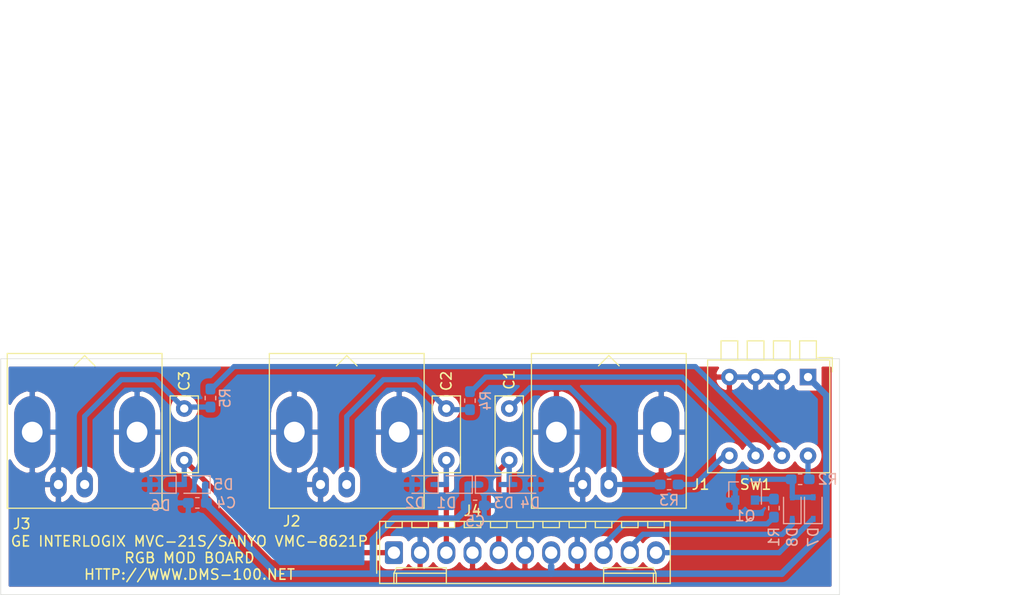
<source format=kicad_pcb>
(kicad_pcb (version 20171130) (host pcbnew 5.1.5+dfsg1-2build2)

  (general
    (thickness 1.6)
    (drawings 8)
    (tracks 80)
    (zones 0)
    (modules 24)
    (nets 18)
  )

  (page A4)
  (layers
    (0 F.Cu signal)
    (31 B.Cu signal)
    (32 B.Adhes user hide)
    (33 F.Adhes user hide)
    (34 B.Paste user hide)
    (35 F.Paste user)
    (36 B.SilkS user hide)
    (37 F.SilkS user)
    (38 B.Mask user hide)
    (39 F.Mask user)
    (40 Dwgs.User user hide)
    (41 Cmts.User user hide)
    (42 Eco1.User user hide)
    (43 Eco2.User user hide)
    (44 Edge.Cuts user)
    (45 Margin user hide)
    (46 B.CrtYd user hide)
    (47 F.CrtYd user)
    (48 B.Fab user hide)
    (49 F.Fab user)
  )

  (setup
    (last_trace_width 0.2032)
    (trace_clearance 0.2032)
    (zone_clearance 0.254)
    (zone_45_only no)
    (trace_min 0.2032)
    (via_size 0.8)
    (via_drill 0.4)
    (via_min_size 0.4)
    (via_min_drill 0.3)
    (uvia_size 0.3)
    (uvia_drill 0.1)
    (uvias_allowed no)
    (uvia_min_size 0.2)
    (uvia_min_drill 0.1)
    (edge_width 0.05)
    (segment_width 0.254)
    (pcb_text_width 0.3)
    (pcb_text_size 1.5 1.5)
    (mod_edge_width 0.12)
    (mod_text_size 1 1)
    (mod_text_width 0.15)
    (pad_size 1.524 1.524)
    (pad_drill 0.762)
    (pad_to_mask_clearance 0.051)
    (solder_mask_min_width 0.25)
    (aux_axis_origin 0 0)
    (visible_elements FFFFFF7F)
    (pcbplotparams
      (layerselection 0x010f0_ffffffff)
      (usegerberextensions false)
      (usegerberattributes false)
      (usegerberadvancedattributes false)
      (creategerberjobfile false)
      (excludeedgelayer true)
      (linewidth 0.100000)
      (plotframeref false)
      (viasonmask false)
      (mode 1)
      (useauxorigin false)
      (hpglpennumber 1)
      (hpglpenspeed 20)
      (hpglpendiameter 15.000000)
      (psnegative false)
      (psa4output false)
      (plotreference true)
      (plotvalue true)
      (plotinvisibletext false)
      (padsonsilk false)
      (subtractmaskfromsilk false)
      (outputformat 1)
      (mirror false)
      (drillshape 0)
      (scaleselection 1)
      (outputdirectory "output/"))
  )

  (net 0 "")
  (net 1 "Net-(C1-Pad1)")
  (net 2 "Net-(C2-Pad1)")
  (net 3 "Net-(C3-Pad1)")
  (net 4 GND)
  (net 5 +8V)
  (net 6 "Net-(D7-Pad2)")
  (net 7 "Net-(Q1-Pad1)")
  (net 8 EN1)
  (net 9 FBLANK)
  (net 10 ~EN2)
  (net 11 "Net-(R2-Pad1)")
  (net 12 "Net-(R3-Pad2)")
  (net 13 "Net-(R4-Pad2)")
  (net 14 "Net-(R5-Pad2)")
  (net 15 ROUT)
  (net 16 GOUT)
  (net 17 BOUT)

  (net_class Default "This is the default net class."
    (clearance 0.2032)
    (trace_width 0.2032)
    (via_dia 0.8)
    (via_drill 0.4)
    (uvia_dia 0.3)
    (uvia_drill 0.1)
    (diff_pair_width 0.2032)
    (diff_pair_gap 0.2032)
    (add_net +8V)
    (add_net BOUT)
    (add_net EN1)
    (add_net FBLANK)
    (add_net GND)
    (add_net GOUT)
    (add_net "Net-(C1-Pad1)")
    (add_net "Net-(C2-Pad1)")
    (add_net "Net-(C3-Pad1)")
    (add_net "Net-(D7-Pad2)")
    (add_net "Net-(Q1-Pad1)")
    (add_net "Net-(R2-Pad1)")
    (add_net "Net-(R3-Pad2)")
    (add_net "Net-(R4-Pad2)")
    (add_net "Net-(R5-Pad2)")
    (add_net ROUT)
    (add_net ~EN2)
  )

  (module Capacitor_SMD:C_0603_1608Metric_Pad1.05x0.95mm_HandSolder (layer B.Cu) (tedit 5B301BBE) (tstamp 6119C30A)
    (at 91.694 77.724)
    (descr "Capacitor SMD 0603 (1608 Metric), square (rectangular) end terminal, IPC_7351 nominal with elongated pad for handsoldering. (Body size source: http://www.tortai-tech.com/upload/download/2011102023233369053.pdf), generated with kicad-footprint-generator")
    (tags "capacitor handsolder")
    (path /6119F34B)
    (attr smd)
    (fp_text reference C5 (at 0 1.524) (layer B.SilkS)
      (effects (font (size 1 1) (thickness 0.15)) (justify mirror))
    )
    (fp_text value 1uF (at 0 1.524) (layer B.Fab)
      (effects (font (size 1 1) (thickness 0.15)) (justify mirror))
    )
    (fp_text user %R (at 0 0) (layer B.Fab)
      (effects (font (size 0.4 0.4) (thickness 0.06)) (justify mirror))
    )
    (fp_line (start 1.65 -0.73) (end -1.65 -0.73) (layer B.CrtYd) (width 0.05))
    (fp_line (start 1.65 0.73) (end 1.65 -0.73) (layer B.CrtYd) (width 0.05))
    (fp_line (start -1.65 0.73) (end 1.65 0.73) (layer B.CrtYd) (width 0.05))
    (fp_line (start -1.65 -0.73) (end -1.65 0.73) (layer B.CrtYd) (width 0.05))
    (fp_line (start -0.171267 -0.51) (end 0.171267 -0.51) (layer B.SilkS) (width 0.12))
    (fp_line (start -0.171267 0.51) (end 0.171267 0.51) (layer B.SilkS) (width 0.12))
    (fp_line (start 0.8 -0.4) (end -0.8 -0.4) (layer B.Fab) (width 0.1))
    (fp_line (start 0.8 0.4) (end 0.8 -0.4) (layer B.Fab) (width 0.1))
    (fp_line (start -0.8 0.4) (end 0.8 0.4) (layer B.Fab) (width 0.1))
    (fp_line (start -0.8 -0.4) (end -0.8 0.4) (layer B.Fab) (width 0.1))
    (pad 2 smd roundrect (at 0.875 0) (size 1.05 0.95) (layers B.Cu B.Paste B.Mask) (roundrect_rratio 0.25)
      (net 4 GND))
    (pad 1 smd roundrect (at -0.875 0) (size 1.05 0.95) (layers B.Cu B.Paste B.Mask) (roundrect_rratio 0.25)
      (net 5 +8V))
    (model ${KISYS3DMOD}/Capacitor_SMD.3dshapes/C_0603_1608Metric.wrl
      (at (xyz 0 0 0))
      (scale (xyz 1 1 1))
      (rotate (xyz 0 0 0))
    )
  )

  (module Capacitor_SMD:C_0603_1608Metric_Pad1.05x0.95mm_HandSolder (layer B.Cu) (tedit 5B301BBE) (tstamp 6119AC6E)
    (at 64.77 77.47 180)
    (descr "Capacitor SMD 0603 (1608 Metric), square (rectangular) end terminal, IPC_7351 nominal with elongated pad for handsoldering. (Body size source: http://www.tortai-tech.com/upload/download/2011102023233369053.pdf), generated with kicad-footprint-generator")
    (tags "capacitor handsolder")
    (path /6119F764)
    (attr smd)
    (fp_text reference C4 (at -2.794 0) (layer B.SilkS)
      (effects (font (size 1 1) (thickness 0.15)) (justify mirror))
    )
    (fp_text value 1uF (at 0 -1.43) (layer B.Fab)
      (effects (font (size 1 1) (thickness 0.15)) (justify mirror))
    )
    (fp_text user %R (at 0 0) (layer B.Fab)
      (effects (font (size 0.4 0.4) (thickness 0.06)) (justify mirror))
    )
    (fp_line (start 1.65 -0.73) (end -1.65 -0.73) (layer B.CrtYd) (width 0.05))
    (fp_line (start 1.65 0.73) (end 1.65 -0.73) (layer B.CrtYd) (width 0.05))
    (fp_line (start -1.65 0.73) (end 1.65 0.73) (layer B.CrtYd) (width 0.05))
    (fp_line (start -1.65 -0.73) (end -1.65 0.73) (layer B.CrtYd) (width 0.05))
    (fp_line (start -0.171267 -0.51) (end 0.171267 -0.51) (layer B.SilkS) (width 0.12))
    (fp_line (start -0.171267 0.51) (end 0.171267 0.51) (layer B.SilkS) (width 0.12))
    (fp_line (start 0.8 -0.4) (end -0.8 -0.4) (layer B.Fab) (width 0.1))
    (fp_line (start 0.8 0.4) (end 0.8 -0.4) (layer B.Fab) (width 0.1))
    (fp_line (start -0.8 0.4) (end 0.8 0.4) (layer B.Fab) (width 0.1))
    (fp_line (start -0.8 -0.4) (end -0.8 0.4) (layer B.Fab) (width 0.1))
    (pad 2 smd roundrect (at 0.875 0 180) (size 1.05 0.95) (layers B.Cu B.Paste B.Mask) (roundrect_rratio 0.25)
      (net 4 GND))
    (pad 1 smd roundrect (at -0.875 0 180) (size 1.05 0.95) (layers B.Cu B.Paste B.Mask) (roundrect_rratio 0.25)
      (net 5 +8V))
    (model ${KISYS3DMOD}/Capacitor_SMD.3dshapes/C_0603_1608Metric.wrl
      (at (xyz 0 0 0))
      (scale (xyz 1 1 1))
      (rotate (xyz 0 0 0))
    )
  )

  (module Resistor_SMD:R_0603_1608Metric_Pad1.05x0.95mm_HandSolder (layer B.Cu) (tedit 5B301BBD) (tstamp 6118BBBA)
    (at 66.04 67.31 90)
    (descr "Resistor SMD 0603 (1608 Metric), square (rectangular) end terminal, IPC_7351 nominal with elongated pad for handsoldering. (Body size source: http://www.tortai-tech.com/upload/download/2011102023233369053.pdf), generated with kicad-footprint-generator")
    (tags "resistor handsolder")
    (path /61192B9D)
    (attr smd)
    (fp_text reference R5 (at 0 1.43 90) (layer B.SilkS)
      (effects (font (size 1 1) (thickness 0.15)) (justify mirror))
    )
    (fp_text value 75 (at 0 -1.43 90) (layer B.Fab)
      (effects (font (size 1 1) (thickness 0.15)) (justify mirror))
    )
    (fp_text user %R (at 0 0 90) (layer B.Fab)
      (effects (font (size 0.4 0.4) (thickness 0.06)) (justify mirror))
    )
    (fp_line (start 1.65 -0.73) (end -1.65 -0.73) (layer B.CrtYd) (width 0.05))
    (fp_line (start 1.65 0.73) (end 1.65 -0.73) (layer B.CrtYd) (width 0.05))
    (fp_line (start -1.65 0.73) (end 1.65 0.73) (layer B.CrtYd) (width 0.05))
    (fp_line (start -1.65 -0.73) (end -1.65 0.73) (layer B.CrtYd) (width 0.05))
    (fp_line (start -0.171267 -0.51) (end 0.171267 -0.51) (layer B.SilkS) (width 0.12))
    (fp_line (start -0.171267 0.51) (end 0.171267 0.51) (layer B.SilkS) (width 0.12))
    (fp_line (start 0.8 -0.4) (end -0.8 -0.4) (layer B.Fab) (width 0.1))
    (fp_line (start 0.8 0.4) (end 0.8 -0.4) (layer B.Fab) (width 0.1))
    (fp_line (start -0.8 0.4) (end 0.8 0.4) (layer B.Fab) (width 0.1))
    (fp_line (start -0.8 -0.4) (end -0.8 0.4) (layer B.Fab) (width 0.1))
    (pad 2 smd roundrect (at 0.875 0 90) (size 1.05 0.95) (layers B.Cu B.Paste B.Mask) (roundrect_rratio 0.25)
      (net 14 "Net-(R5-Pad2)"))
    (pad 1 smd roundrect (at -0.875 0 90) (size 1.05 0.95) (layers B.Cu B.Paste B.Mask) (roundrect_rratio 0.25)
      (net 3 "Net-(C3-Pad1)"))
    (model ${KISYS3DMOD}/Resistor_SMD.3dshapes/R_0603_1608Metric.wrl
      (at (xyz 0 0 0))
      (scale (xyz 1 1 1))
      (rotate (xyz 0 0 0))
    )
  )

  (module Diode_SMD:D_SOD-323 (layer B.Cu) (tedit 58641739) (tstamp 61199C6D)
    (at 96.52 75.692)
    (descr SOD-323)
    (tags SOD-323)
    (path /61194F2D)
    (attr smd)
    (fp_text reference D4 (at 0.508 1.778) (layer B.SilkS)
      (effects (font (size 1 1) (thickness 0.15)) (justify mirror))
    )
    (fp_text value 1N4148WS (at 0.254 -5.08 90) (layer B.Fab)
      (effects (font (size 1 1) (thickness 0.15)) (justify mirror))
    )
    (fp_line (start -1.5 0.85) (end 1.05 0.85) (layer B.SilkS) (width 0.12))
    (fp_line (start -1.5 -0.85) (end 1.05 -0.85) (layer B.SilkS) (width 0.12))
    (fp_line (start -1.6 0.95) (end -1.6 -0.95) (layer B.CrtYd) (width 0.05))
    (fp_line (start -1.6 -0.95) (end 1.6 -0.95) (layer B.CrtYd) (width 0.05))
    (fp_line (start 1.6 0.95) (end 1.6 -0.95) (layer B.CrtYd) (width 0.05))
    (fp_line (start -1.6 0.95) (end 1.6 0.95) (layer B.CrtYd) (width 0.05))
    (fp_line (start -0.9 0.7) (end 0.9 0.7) (layer B.Fab) (width 0.1))
    (fp_line (start 0.9 0.7) (end 0.9 -0.7) (layer B.Fab) (width 0.1))
    (fp_line (start 0.9 -0.7) (end -0.9 -0.7) (layer B.Fab) (width 0.1))
    (fp_line (start -0.9 -0.7) (end -0.9 0.7) (layer B.Fab) (width 0.1))
    (fp_line (start -0.3 0.35) (end -0.3 -0.35) (layer B.Fab) (width 0.1))
    (fp_line (start -0.3 0) (end -0.5 0) (layer B.Fab) (width 0.1))
    (fp_line (start -0.3 0) (end 0.2 0.35) (layer B.Fab) (width 0.1))
    (fp_line (start 0.2 0.35) (end 0.2 -0.35) (layer B.Fab) (width 0.1))
    (fp_line (start 0.2 -0.35) (end -0.3 0) (layer B.Fab) (width 0.1))
    (fp_line (start 0.2 0) (end 0.45 0) (layer B.Fab) (width 0.1))
    (fp_line (start -1.5 0.85) (end -1.5 -0.85) (layer B.SilkS) (width 0.12))
    (fp_text user %R (at 0 1.85) (layer B.Fab)
      (effects (font (size 1 1) (thickness 0.15)) (justify mirror))
    )
    (pad 2 smd rect (at 1.05 0) (size 0.6 0.45) (layers B.Cu B.Paste B.Mask)
      (net 4 GND))
    (pad 1 smd rect (at -1.05 0) (size 0.6 0.45) (layers B.Cu B.Paste B.Mask)
      (net 15 ROUT))
    (model ${KISYS3DMOD}/Diode_SMD.3dshapes/D_SOD-323.wrl
      (at (xyz 0 0 0))
      (scale (xyz 1 1 1))
      (rotate (xyz 0 0 0))
    )
  )

  (module Button_Switch_THT:SW_DIP_SPSTx04_Piano_10.8x11.72mm_W7.62mm_P2.54mm (layer F.Cu) (tedit 5A4E1405) (tstamp 6119481D)
    (at 123.952 65.278 270)
    (descr "4x-dip-switch SPST , Piano, row spacing 7.62 mm (300 mils), body size 10.8x11.72mm")
    (tags "DIP Switch SPST Piano 7.62mm 300mil")
    (path /6119C59B)
    (fp_text reference SW1 (at 10.414 5.08 180) (layer F.SilkS)
      (effects (font (size 1 1) (thickness 0.15)))
    )
    (fp_text value SW_DIP_x04 (at 7.112 3.81 180) (layer F.Fab)
      (effects (font (size 1 1) (thickness 0.15)))
    )
    (fp_text user %R (at 3.81 3.81 180) (layer F.Fab)
      (effects (font (size 0.8 0.8) (thickness 0.12)))
    )
    (fp_line (start 9.5 -2.4) (end -3.65 -2.4) (layer F.CrtYd) (width 0.05))
    (fp_line (start 9.5 10) (end 9.5 -2.4) (layer F.CrtYd) (width 0.05))
    (fp_line (start -3.65 10) (end 9.5 10) (layer F.CrtYd) (width 0.05))
    (fp_line (start -3.65 -2.4) (end -3.65 10) (layer F.CrtYd) (width 0.05))
    (fp_line (start -1.65 6.81) (end -1.65 8.43) (layer F.SilkS) (width 0.12))
    (fp_line (start -3.51 6.81) (end -3.51 8.43) (layer F.SilkS) (width 0.12))
    (fp_line (start -3.51 8.43) (end -1.65 8.43) (layer F.SilkS) (width 0.12))
    (fp_line (start -3.51 6.81) (end -1.65 6.81) (layer F.SilkS) (width 0.12))
    (fp_line (start -1.65 4.27) (end -1.65 5.89) (layer F.SilkS) (width 0.12))
    (fp_line (start -3.51 4.27) (end -3.51 5.89) (layer F.SilkS) (width 0.12))
    (fp_line (start -3.51 5.89) (end -1.65 5.89) (layer F.SilkS) (width 0.12))
    (fp_line (start -3.51 4.27) (end -1.65 4.27) (layer F.SilkS) (width 0.12))
    (fp_line (start -1.65 1.73) (end -1.65 3.35) (layer F.SilkS) (width 0.12))
    (fp_line (start -3.51 1.73) (end -3.51 3.35) (layer F.SilkS) (width 0.12))
    (fp_line (start -3.51 3.35) (end -1.65 3.35) (layer F.SilkS) (width 0.12))
    (fp_line (start -3.51 1.73) (end -1.65 1.73) (layer F.SilkS) (width 0.12))
    (fp_line (start -1.65 -0.81) (end -1.65 0.81) (layer F.SilkS) (width 0.12))
    (fp_line (start -3.51 -0.81) (end -3.51 0.81) (layer F.SilkS) (width 0.12))
    (fp_line (start -3.51 0.81) (end -1.65 0.81) (layer F.SilkS) (width 0.12))
    (fp_line (start -3.51 -0.81) (end -1.65 -0.81) (layer F.SilkS) (width 0.12))
    (fp_line (start -1.89 -2.35) (end -1.89 -0.967) (layer F.SilkS) (width 0.12))
    (fp_line (start -1.89 -2.35) (end -0.507 -2.35) (layer F.SilkS) (width 0.12))
    (fp_line (start 9.27 -2.11) (end 9.27 9.73) (layer F.SilkS) (width 0.12))
    (fp_line (start -1.65 -2.11) (end -1.65 9.73) (layer F.SilkS) (width 0.12))
    (fp_line (start -1.65 9.73) (end 9.27 9.73) (layer F.SilkS) (width 0.12))
    (fp_line (start -1.65 -2.11) (end 9.27 -2.11) (layer F.SilkS) (width 0.12))
    (fp_line (start -3.39 6.87) (end -1.59 6.87) (layer F.Fab) (width 0.1))
    (fp_line (start -3.39 8.37) (end -3.39 6.87) (layer F.Fab) (width 0.1))
    (fp_line (start -1.59 8.37) (end -3.39 8.37) (layer F.Fab) (width 0.1))
    (fp_line (start -1.59 6.87) (end -1.59 8.37) (layer F.Fab) (width 0.1))
    (fp_line (start -3.39 4.33) (end -1.59 4.33) (layer F.Fab) (width 0.1))
    (fp_line (start -3.39 5.83) (end -3.39 4.33) (layer F.Fab) (width 0.1))
    (fp_line (start -1.59 5.83) (end -3.39 5.83) (layer F.Fab) (width 0.1))
    (fp_line (start -1.59 4.33) (end -1.59 5.83) (layer F.Fab) (width 0.1))
    (fp_line (start -3.39 1.79) (end -1.59 1.79) (layer F.Fab) (width 0.1))
    (fp_line (start -3.39 3.29) (end -3.39 1.79) (layer F.Fab) (width 0.1))
    (fp_line (start -1.59 3.29) (end -3.39 3.29) (layer F.Fab) (width 0.1))
    (fp_line (start -1.59 1.79) (end -1.59 3.29) (layer F.Fab) (width 0.1))
    (fp_line (start -3.39 -0.75) (end -1.59 -0.75) (layer F.Fab) (width 0.1))
    (fp_line (start -3.39 0.75) (end -3.39 -0.75) (layer F.Fab) (width 0.1))
    (fp_line (start -1.59 0.75) (end -3.39 0.75) (layer F.Fab) (width 0.1))
    (fp_line (start -1.59 -0.75) (end -1.59 0.75) (layer F.Fab) (width 0.1))
    (fp_line (start -1.59 -1.05) (end -0.59 -2.05) (layer F.Fab) (width 0.1))
    (fp_line (start -1.59 9.67) (end -1.59 -1.05) (layer F.Fab) (width 0.1))
    (fp_line (start 9.21 9.67) (end -1.59 9.67) (layer F.Fab) (width 0.1))
    (fp_line (start 9.21 -2.05) (end 9.21 9.67) (layer F.Fab) (width 0.1))
    (fp_line (start -0.59 -2.05) (end 9.21 -2.05) (layer F.Fab) (width 0.1))
    (pad 8 thru_hole oval (at 7.62 0 270) (size 1.6 1.6) (drill 0.8) (layers *.Cu *.Mask)
      (net 11 "Net-(R2-Pad1)"))
    (pad 4 thru_hole oval (at 0 7.62 270) (size 1.6 1.6) (drill 0.8) (layers *.Cu *.Mask)
      (net 4 GND))
    (pad 7 thru_hole oval (at 7.62 2.54 270) (size 1.6 1.6) (drill 0.8) (layers *.Cu *.Mask)
      (net 14 "Net-(R5-Pad2)"))
    (pad 3 thru_hole oval (at 0 5.08 270) (size 1.6 1.6) (drill 0.8) (layers *.Cu *.Mask)
      (net 4 GND))
    (pad 6 thru_hole oval (at 7.62 5.08 270) (size 1.6 1.6) (drill 0.8) (layers *.Cu *.Mask)
      (net 13 "Net-(R4-Pad2)"))
    (pad 2 thru_hole oval (at 0 2.54 270) (size 1.6 1.6) (drill 0.8) (layers *.Cu *.Mask)
      (net 4 GND))
    (pad 5 thru_hole oval (at 7.62 7.62 270) (size 1.6 1.6) (drill 0.8) (layers *.Cu *.Mask)
      (net 12 "Net-(R3-Pad2)"))
    (pad 1 thru_hole rect (at 0 0 270) (size 1.6 1.6) (drill 0.8) (layers *.Cu *.Mask)
      (net 5 +8V))
    (model ${KISYS3DMOD}/Button_Switch_THT.3dshapes/SW_DIP_SPSTx04_Piano_10.8x11.72mm_W7.62mm_P2.54mm.wrl
      (at (xyz 0 0 0))
      (scale (xyz 1 1 1))
      (rotate (xyz 0 0 90))
    )
  )

  (module Connector_Molex:Molex_KK-254_AE-6410-11A_1x11_P2.54mm_Vertical (layer F.Cu) (tedit 5B78013E) (tstamp 6119AA12)
    (at 83.82 82.296)
    (descr "Molex KK-254 Interconnect System, old/engineering part number: AE-6410-11A example for new part number: 22-27-2111, 11 Pins (http://www.molex.com/pdm_docs/sd/022272021_sd.pdf), generated with kicad-footprint-generator")
    (tags "connector Molex KK-254 side entry")
    (path /6125A756)
    (fp_text reference J4 (at 7.62 -4.064) (layer F.SilkS)
      (effects (font (size 1 1) (thickness 0.15)))
    )
    (fp_text value Conn_01x11_Male (at 12.954 1.524) (layer F.Fab)
      (effects (font (size 1 1) (thickness 0.15)))
    )
    (fp_text user %R (at 12.954 0) (layer F.Fab)
      (effects (font (size 1 1) (thickness 0.15)))
    )
    (fp_line (start 27.17 -3.42) (end -1.77 -3.42) (layer F.CrtYd) (width 0.05))
    (fp_line (start 27.17 3.38) (end 27.17 -3.42) (layer F.CrtYd) (width 0.05))
    (fp_line (start -1.77 3.38) (end 27.17 3.38) (layer F.CrtYd) (width 0.05))
    (fp_line (start -1.77 -3.42) (end -1.77 3.38) (layer F.CrtYd) (width 0.05))
    (fp_line (start 26.2 -2.43) (end 26.2 -3.03) (layer F.SilkS) (width 0.12))
    (fp_line (start 24.6 -2.43) (end 26.2 -2.43) (layer F.SilkS) (width 0.12))
    (fp_line (start 24.6 -3.03) (end 24.6 -2.43) (layer F.SilkS) (width 0.12))
    (fp_line (start 23.66 -2.43) (end 23.66 -3.03) (layer F.SilkS) (width 0.12))
    (fp_line (start 22.06 -2.43) (end 23.66 -2.43) (layer F.SilkS) (width 0.12))
    (fp_line (start 22.06 -3.03) (end 22.06 -2.43) (layer F.SilkS) (width 0.12))
    (fp_line (start 21.12 -2.43) (end 21.12 -3.03) (layer F.SilkS) (width 0.12))
    (fp_line (start 19.52 -2.43) (end 21.12 -2.43) (layer F.SilkS) (width 0.12))
    (fp_line (start 19.52 -3.03) (end 19.52 -2.43) (layer F.SilkS) (width 0.12))
    (fp_line (start 18.58 -2.43) (end 18.58 -3.03) (layer F.SilkS) (width 0.12))
    (fp_line (start 16.98 -2.43) (end 18.58 -2.43) (layer F.SilkS) (width 0.12))
    (fp_line (start 16.98 -3.03) (end 16.98 -2.43) (layer F.SilkS) (width 0.12))
    (fp_line (start 16.04 -2.43) (end 16.04 -3.03) (layer F.SilkS) (width 0.12))
    (fp_line (start 14.44 -2.43) (end 16.04 -2.43) (layer F.SilkS) (width 0.12))
    (fp_line (start 14.44 -3.03) (end 14.44 -2.43) (layer F.SilkS) (width 0.12))
    (fp_line (start 13.5 -2.43) (end 13.5 -3.03) (layer F.SilkS) (width 0.12))
    (fp_line (start 11.9 -2.43) (end 13.5 -2.43) (layer F.SilkS) (width 0.12))
    (fp_line (start 11.9 -3.03) (end 11.9 -2.43) (layer F.SilkS) (width 0.12))
    (fp_line (start 10.96 -2.43) (end 10.96 -3.03) (layer F.SilkS) (width 0.12))
    (fp_line (start 9.36 -2.43) (end 10.96 -2.43) (layer F.SilkS) (width 0.12))
    (fp_line (start 9.36 -3.03) (end 9.36 -2.43) (layer F.SilkS) (width 0.12))
    (fp_line (start 8.42 -2.43) (end 8.42 -3.03) (layer F.SilkS) (width 0.12))
    (fp_line (start 6.82 -2.43) (end 8.42 -2.43) (layer F.SilkS) (width 0.12))
    (fp_line (start 6.82 -3.03) (end 6.82 -2.43) (layer F.SilkS) (width 0.12))
    (fp_line (start 5.88 -2.43) (end 5.88 -3.03) (layer F.SilkS) (width 0.12))
    (fp_line (start 4.28 -2.43) (end 5.88 -2.43) (layer F.SilkS) (width 0.12))
    (fp_line (start 4.28 -3.03) (end 4.28 -2.43) (layer F.SilkS) (width 0.12))
    (fp_line (start 3.34 -2.43) (end 3.34 -3.03) (layer F.SilkS) (width 0.12))
    (fp_line (start 1.74 -2.43) (end 3.34 -2.43) (layer F.SilkS) (width 0.12))
    (fp_line (start 1.74 -3.03) (end 1.74 -2.43) (layer F.SilkS) (width 0.12))
    (fp_line (start 0.8 -2.43) (end 0.8 -3.03) (layer F.SilkS) (width 0.12))
    (fp_line (start -0.8 -2.43) (end 0.8 -2.43) (layer F.SilkS) (width 0.12))
    (fp_line (start -0.8 -3.03) (end -0.8 -2.43) (layer F.SilkS) (width 0.12))
    (fp_line (start 25.15 2.99) (end 25.15 1.99) (layer F.SilkS) (width 0.12))
    (fp_line (start 20.32 1.46) (end 20.32 1.99) (layer F.SilkS) (width 0.12))
    (fp_line (start 25.15 1.46) (end 20.32 1.46) (layer F.SilkS) (width 0.12))
    (fp_line (start 25.4 1.99) (end 25.15 1.46) (layer F.SilkS) (width 0.12))
    (fp_line (start 20.32 1.99) (end 20.32 2.99) (layer F.SilkS) (width 0.12))
    (fp_line (start 25.4 1.99) (end 20.32 1.99) (layer F.SilkS) (width 0.12))
    (fp_line (start 25.4 2.99) (end 25.4 1.99) (layer F.SilkS) (width 0.12))
    (fp_line (start 0.25 2.99) (end 0.25 1.99) (layer F.SilkS) (width 0.12))
    (fp_line (start 5.08 1.46) (end 5.08 1.99) (layer F.SilkS) (width 0.12))
    (fp_line (start 0.25 1.46) (end 5.08 1.46) (layer F.SilkS) (width 0.12))
    (fp_line (start 0 1.99) (end 0.25 1.46) (layer F.SilkS) (width 0.12))
    (fp_line (start 5.08 1.99) (end 5.08 2.99) (layer F.SilkS) (width 0.12))
    (fp_line (start 0 1.99) (end 5.08 1.99) (layer F.SilkS) (width 0.12))
    (fp_line (start 0 2.99) (end 0 1.99) (layer F.SilkS) (width 0.12))
    (fp_line (start -0.562893 0) (end -1.27 0.5) (layer F.Fab) (width 0.1))
    (fp_line (start -1.27 -0.5) (end -0.562893 0) (layer F.Fab) (width 0.1))
    (fp_line (start -1.67 -2) (end -1.67 2) (layer F.SilkS) (width 0.12))
    (fp_line (start 26.78 -3.03) (end -1.38 -3.03) (layer F.SilkS) (width 0.12))
    (fp_line (start 26.78 2.99) (end 26.78 -3.03) (layer F.SilkS) (width 0.12))
    (fp_line (start -1.38 2.99) (end 26.78 2.99) (layer F.SilkS) (width 0.12))
    (fp_line (start -1.38 -3.03) (end -1.38 2.99) (layer F.SilkS) (width 0.12))
    (fp_line (start 26.67 -2.92) (end -1.27 -2.92) (layer F.Fab) (width 0.1))
    (fp_line (start 26.67 2.88) (end 26.67 -2.92) (layer F.Fab) (width 0.1))
    (fp_line (start -1.27 2.88) (end 26.67 2.88) (layer F.Fab) (width 0.1))
    (fp_line (start -1.27 -2.92) (end -1.27 2.88) (layer F.Fab) (width 0.1))
    (pad 11 thru_hole oval (at 25.4 0) (size 1.74 2.2) (drill 1.2) (layers *.Cu *.Mask)
      (net 9 FBLANK))
    (pad 10 thru_hole oval (at 22.86 0) (size 1.74 2.2) (drill 1.2) (layers *.Cu *.Mask)
      (net 8 EN1))
    (pad 9 thru_hole oval (at 20.32 0) (size 1.74 2.2) (drill 1.2) (layers *.Cu *.Mask)
      (net 10 ~EN2))
    (pad 8 thru_hole oval (at 17.78 0) (size 1.74 2.2) (drill 1.2) (layers *.Cu *.Mask)
      (net 4 GND))
    (pad 7 thru_hole oval (at 15.24 0) (size 1.74 2.2) (drill 1.2) (layers *.Cu *.Mask)
      (net 5 +8V))
    (pad 6 thru_hole oval (at 12.7 0) (size 1.74 2.2) (drill 1.2) (layers *.Cu *.Mask)
      (net 4 GND))
    (pad 5 thru_hole oval (at 10.16 0) (size 1.74 2.2) (drill 1.2) (layers *.Cu *.Mask)
      (net 15 ROUT))
    (pad 4 thru_hole oval (at 7.62 0) (size 1.74 2.2) (drill 1.2) (layers *.Cu *.Mask)
      (net 4 GND))
    (pad 3 thru_hole oval (at 5.08 0) (size 1.74 2.2) (drill 1.2) (layers *.Cu *.Mask)
      (net 16 GOUT))
    (pad 2 thru_hole oval (at 2.54 0) (size 1.74 2.2) (drill 1.2) (layers *.Cu *.Mask)
      (net 4 GND))
    (pad 1 thru_hole roundrect (at 0 0) (size 1.74 2.2) (drill 1.2) (layers *.Cu *.Mask) (roundrect_rratio 0.143678)
      (net 17 BOUT))
    (model ${KISYS3DMOD}/Connector_Molex.3dshapes/Molex_KK-254_AE-6410-11A_1x11_P2.54mm_Vertical.wrl
      (at (xyz 0 0 0))
      (scale (xyz 1 1 1))
      (rotate (xyz 0 0 0))
    )
  )

  (module Resistor_SMD:R_0603_1608Metric_Pad1.05x0.95mm_HandSolder (layer B.Cu) (tedit 5B301BBD) (tstamp 6118B604)
    (at 91.186 67.564 90)
    (descr "Resistor SMD 0603 (1608 Metric), square (rectangular) end terminal, IPC_7351 nominal with elongated pad for handsoldering. (Body size source: http://www.tortai-tech.com/upload/download/2011102023233369053.pdf), generated with kicad-footprint-generator")
    (tags "resistor handsolder")
    (path /6119289E)
    (attr smd)
    (fp_text reference R4 (at 0 1.524 90) (layer B.SilkS)
      (effects (font (size 1 1) (thickness 0.15)) (justify mirror))
    )
    (fp_text value 75 (at 2.794 0 90) (layer B.Fab)
      (effects (font (size 1 1) (thickness 0.15)) (justify mirror))
    )
    (fp_text user %R (at 0 0 90) (layer B.Fab)
      (effects (font (size 0.4 0.4) (thickness 0.06)) (justify mirror))
    )
    (fp_line (start 1.65 -0.73) (end -1.65 -0.73) (layer B.CrtYd) (width 0.05))
    (fp_line (start 1.65 0.73) (end 1.65 -0.73) (layer B.CrtYd) (width 0.05))
    (fp_line (start -1.65 0.73) (end 1.65 0.73) (layer B.CrtYd) (width 0.05))
    (fp_line (start -1.65 -0.73) (end -1.65 0.73) (layer B.CrtYd) (width 0.05))
    (fp_line (start -0.171267 -0.51) (end 0.171267 -0.51) (layer B.SilkS) (width 0.12))
    (fp_line (start -0.171267 0.51) (end 0.171267 0.51) (layer B.SilkS) (width 0.12))
    (fp_line (start 0.8 -0.4) (end -0.8 -0.4) (layer B.Fab) (width 0.1))
    (fp_line (start 0.8 0.4) (end 0.8 -0.4) (layer B.Fab) (width 0.1))
    (fp_line (start -0.8 0.4) (end 0.8 0.4) (layer B.Fab) (width 0.1))
    (fp_line (start -0.8 -0.4) (end -0.8 0.4) (layer B.Fab) (width 0.1))
    (pad 2 smd roundrect (at 0.875 0 90) (size 1.05 0.95) (layers B.Cu B.Paste B.Mask) (roundrect_rratio 0.25)
      (net 13 "Net-(R4-Pad2)"))
    (pad 1 smd roundrect (at -0.875 0 90) (size 1.05 0.95) (layers B.Cu B.Paste B.Mask) (roundrect_rratio 0.25)
      (net 2 "Net-(C2-Pad1)"))
    (model ${KISYS3DMOD}/Resistor_SMD.3dshapes/R_0603_1608Metric.wrl
      (at (xyz 0 0 0))
      (scale (xyz 1 1 1))
      (rotate (xyz 0 0 0))
    )
  )

  (module Resistor_SMD:R_0603_1608Metric_Pad1.05x0.95mm_HandSolder (layer B.Cu) (tedit 5B301BBD) (tstamp 6118BC82)
    (at 110.49 75.692)
    (descr "Resistor SMD 0603 (1608 Metric), square (rectangular) end terminal, IPC_7351 nominal with elongated pad for handsoldering. (Body size source: http://www.tortai-tech.com/upload/download/2011102023233369053.pdf), generated with kicad-footprint-generator")
    (tags "resistor handsolder")
    (path /61191BD6)
    (attr smd)
    (fp_text reference R3 (at 0 1.524) (layer B.SilkS)
      (effects (font (size 1 1) (thickness 0.15)) (justify mirror))
    )
    (fp_text value 75 (at 0 1.524) (layer B.Fab)
      (effects (font (size 1 1) (thickness 0.15)) (justify mirror))
    )
    (fp_text user %R (at 0 0) (layer B.Fab)
      (effects (font (size 0.4 0.4) (thickness 0.06)) (justify mirror))
    )
    (fp_line (start 1.65 -0.73) (end -1.65 -0.73) (layer B.CrtYd) (width 0.05))
    (fp_line (start 1.65 0.73) (end 1.65 -0.73) (layer B.CrtYd) (width 0.05))
    (fp_line (start -1.65 0.73) (end 1.65 0.73) (layer B.CrtYd) (width 0.05))
    (fp_line (start -1.65 -0.73) (end -1.65 0.73) (layer B.CrtYd) (width 0.05))
    (fp_line (start -0.171267 -0.51) (end 0.171267 -0.51) (layer B.SilkS) (width 0.12))
    (fp_line (start -0.171267 0.51) (end 0.171267 0.51) (layer B.SilkS) (width 0.12))
    (fp_line (start 0.8 -0.4) (end -0.8 -0.4) (layer B.Fab) (width 0.1))
    (fp_line (start 0.8 0.4) (end 0.8 -0.4) (layer B.Fab) (width 0.1))
    (fp_line (start -0.8 0.4) (end 0.8 0.4) (layer B.Fab) (width 0.1))
    (fp_line (start -0.8 -0.4) (end -0.8 0.4) (layer B.Fab) (width 0.1))
    (pad 2 smd roundrect (at 0.875 0) (size 1.05 0.95) (layers B.Cu B.Paste B.Mask) (roundrect_rratio 0.25)
      (net 12 "Net-(R3-Pad2)"))
    (pad 1 smd roundrect (at -0.875 0) (size 1.05 0.95) (layers B.Cu B.Paste B.Mask) (roundrect_rratio 0.25)
      (net 1 "Net-(C1-Pad1)"))
    (model ${KISYS3DMOD}/Resistor_SMD.3dshapes/R_0603_1608Metric.wrl
      (at (xyz 0 0 0))
      (scale (xyz 1 1 1))
      (rotate (xyz 0 0 0))
    )
  )

  (module Resistor_SMD:R_0603_1608Metric_Pad1.05x0.95mm_HandSolder (layer B.Cu) (tedit 5B301BBD) (tstamp 6118B5E2)
    (at 123.19 75.184 180)
    (descr "Resistor SMD 0603 (1608 Metric), square (rectangular) end terminal, IPC_7351 nominal with elongated pad for handsoldering. (Body size source: http://www.tortai-tech.com/upload/download/2011102023233369053.pdf), generated with kicad-footprint-generator")
    (tags "resistor handsolder")
    (path /61183361)
    (attr smd)
    (fp_text reference R2 (at -2.667 0) (layer B.SilkS)
      (effects (font (size 1 1) (thickness 0.15)) (justify mirror))
    )
    (fp_text value 2.7k (at 0 1.524 180) (layer B.Fab)
      (effects (font (size 1 1) (thickness 0.15)) (justify mirror))
    )
    (fp_text user %R (at 0 0) (layer B.Fab)
      (effects (font (size 0.4 0.4) (thickness 0.06)) (justify mirror))
    )
    (fp_line (start 1.65 -0.73) (end -1.65 -0.73) (layer B.CrtYd) (width 0.05))
    (fp_line (start 1.65 0.73) (end 1.65 -0.73) (layer B.CrtYd) (width 0.05))
    (fp_line (start -1.65 0.73) (end 1.65 0.73) (layer B.CrtYd) (width 0.05))
    (fp_line (start -1.65 -0.73) (end -1.65 0.73) (layer B.CrtYd) (width 0.05))
    (fp_line (start -0.171267 -0.51) (end 0.171267 -0.51) (layer B.SilkS) (width 0.12))
    (fp_line (start -0.171267 0.51) (end 0.171267 0.51) (layer B.SilkS) (width 0.12))
    (fp_line (start 0.8 -0.4) (end -0.8 -0.4) (layer B.Fab) (width 0.1))
    (fp_line (start 0.8 0.4) (end 0.8 -0.4) (layer B.Fab) (width 0.1))
    (fp_line (start -0.8 0.4) (end 0.8 0.4) (layer B.Fab) (width 0.1))
    (fp_line (start -0.8 -0.4) (end -0.8 0.4) (layer B.Fab) (width 0.1))
    (pad 2 smd roundrect (at 0.875 0 180) (size 1.05 0.95) (layers B.Cu B.Paste B.Mask) (roundrect_rratio 0.25)
      (net 6 "Net-(D7-Pad2)"))
    (pad 1 smd roundrect (at -0.875 0 180) (size 1.05 0.95) (layers B.Cu B.Paste B.Mask) (roundrect_rratio 0.25)
      (net 11 "Net-(R2-Pad1)"))
    (model ${KISYS3DMOD}/Resistor_SMD.3dshapes/R_0603_1608Metric.wrl
      (at (xyz 0 0 0))
      (scale (xyz 1 1 1))
      (rotate (xyz 0 0 0))
    )
  )

  (module Resistor_SMD:R_0603_1608Metric_Pad1.05x0.95mm_HandSolder (layer B.Cu) (tedit 5B301BBD) (tstamp 61194C95)
    (at 120.65 77.978 270)
    (descr "Resistor SMD 0603 (1608 Metric), square (rectangular) end terminal, IPC_7351 nominal with elongated pad for handsoldering. (Body size source: http://www.tortai-tech.com/upload/download/2011102023233369053.pdf), generated with kicad-footprint-generator")
    (tags "resistor handsolder")
    (path /61182F77)
    (attr smd)
    (fp_text reference R1 (at 2.794 0 90) (layer B.SilkS)
      (effects (font (size 1 1) (thickness 0.15)) (justify mirror))
    )
    (fp_text value 10k (at 3.302 0 90) (layer B.Fab)
      (effects (font (size 1 1) (thickness 0.15)) (justify mirror))
    )
    (fp_text user %R (at 0 0 90) (layer B.Fab)
      (effects (font (size 0.4 0.4) (thickness 0.06)) (justify mirror))
    )
    (fp_line (start 1.65 -0.73) (end -1.65 -0.73) (layer B.CrtYd) (width 0.05))
    (fp_line (start 1.65 0.73) (end 1.65 -0.73) (layer B.CrtYd) (width 0.05))
    (fp_line (start -1.65 0.73) (end 1.65 0.73) (layer B.CrtYd) (width 0.05))
    (fp_line (start -1.65 -0.73) (end -1.65 0.73) (layer B.CrtYd) (width 0.05))
    (fp_line (start -0.171267 -0.51) (end 0.171267 -0.51) (layer B.SilkS) (width 0.12))
    (fp_line (start -0.171267 0.51) (end 0.171267 0.51) (layer B.SilkS) (width 0.12))
    (fp_line (start 0.8 -0.4) (end -0.8 -0.4) (layer B.Fab) (width 0.1))
    (fp_line (start 0.8 0.4) (end 0.8 -0.4) (layer B.Fab) (width 0.1))
    (fp_line (start -0.8 0.4) (end 0.8 0.4) (layer B.Fab) (width 0.1))
    (fp_line (start -0.8 -0.4) (end -0.8 0.4) (layer B.Fab) (width 0.1))
    (pad 2 smd roundrect (at 0.875 0 270) (size 1.05 0.95) (layers B.Cu B.Paste B.Mask) (roundrect_rratio 0.25)
      (net 10 ~EN2))
    (pad 1 smd roundrect (at -0.875 0 270) (size 1.05 0.95) (layers B.Cu B.Paste B.Mask) (roundrect_rratio 0.25)
      (net 7 "Net-(Q1-Pad1)"))
    (model ${KISYS3DMOD}/Resistor_SMD.3dshapes/R_0603_1608Metric.wrl
      (at (xyz 0 0 0))
      (scale (xyz 1 1 1))
      (rotate (xyz 0 0 0))
    )
  )

  (module Package_TO_SOT_SMD:SOT-23 (layer B.Cu) (tedit 5A02FF57) (tstamp 6118B5C0)
    (at 117.856 76.2 90)
    (descr "SOT-23, Standard")
    (tags SOT-23)
    (path /61182478)
    (attr smd)
    (fp_text reference Q1 (at -2.54 0 180) (layer B.SilkS)
      (effects (font (size 1 1) (thickness 0.15)) (justify mirror))
    )
    (fp_text value MMBT3904 (at 2.54 -0.762 180) (layer B.Fab)
      (effects (font (size 1 1) (thickness 0.15)) (justify mirror))
    )
    (fp_line (start 0.76 -1.58) (end -0.7 -1.58) (layer B.SilkS) (width 0.12))
    (fp_line (start 0.76 1.58) (end -1.4 1.58) (layer B.SilkS) (width 0.12))
    (fp_line (start -1.7 -1.75) (end -1.7 1.75) (layer B.CrtYd) (width 0.05))
    (fp_line (start 1.7 -1.75) (end -1.7 -1.75) (layer B.CrtYd) (width 0.05))
    (fp_line (start 1.7 1.75) (end 1.7 -1.75) (layer B.CrtYd) (width 0.05))
    (fp_line (start -1.7 1.75) (end 1.7 1.75) (layer B.CrtYd) (width 0.05))
    (fp_line (start 0.76 1.58) (end 0.76 0.65) (layer B.SilkS) (width 0.12))
    (fp_line (start 0.76 -1.58) (end 0.76 -0.65) (layer B.SilkS) (width 0.12))
    (fp_line (start -0.7 -1.52) (end 0.7 -1.52) (layer B.Fab) (width 0.1))
    (fp_line (start 0.7 1.52) (end 0.7 -1.52) (layer B.Fab) (width 0.1))
    (fp_line (start -0.7 0.95) (end -0.15 1.52) (layer B.Fab) (width 0.1))
    (fp_line (start -0.15 1.52) (end 0.7 1.52) (layer B.Fab) (width 0.1))
    (fp_line (start -0.7 0.95) (end -0.7 -1.5) (layer B.Fab) (width 0.1))
    (fp_text user %R (at -0.08 0 180) (layer B.Fab)
      (effects (font (size 0.5 0.5) (thickness 0.075)) (justify mirror))
    )
    (pad 3 smd rect (at 1 0 90) (size 0.9 0.8) (layers B.Cu B.Paste B.Mask)
      (net 6 "Net-(D7-Pad2)"))
    (pad 2 smd rect (at -1 -0.95 90) (size 0.9 0.8) (layers B.Cu B.Paste B.Mask)
      (net 4 GND))
    (pad 1 smd rect (at -1 0.95 90) (size 0.9 0.8) (layers B.Cu B.Paste B.Mask)
      (net 7 "Net-(Q1-Pad1)"))
    (model ${KISYS3DMOD}/Package_TO_SOT_SMD.3dshapes/SOT-23.wrl
      (at (xyz 0 0 0))
      (scale (xyz 1 1 1))
      (rotate (xyz 0 0 0))
    )
  )

  (module Connector_Coaxial:BNC_Amphenol_B6252HB-NPP3G-50_Horizontal (layer F.Cu) (tedit 5C13907B) (tstamp 61199208)
    (at 53.848 75.692)
    (descr http://www.farnell.com/datasheets/612848.pdf)
    (tags "BNC Amphenol Horizontal")
    (path /6118B4C3)
    (fp_text reference J3 (at -6.096 3.81) (layer F.SilkS)
      (effects (font (size 1 1) (thickness 0.15)))
    )
    (fp_text value B (at 0 -1.524 180) (layer F.Fab)
      (effects (font (size 1 1) (thickness 0.15)))
    )
    (fp_line (start 0 -12.5) (end 1 -11.5) (layer F.SilkS) (width 0.12))
    (fp_line (start 0 -12.5) (end -1 -11.5) (layer F.SilkS) (width 0.12))
    (fp_line (start 7.85 2.7) (end 7.85 -33.8) (layer F.CrtYd) (width 0.05))
    (fp_line (start 7.85 -33.8) (end -7.85 -33.8) (layer F.CrtYd) (width 0.05))
    (fp_line (start -7.85 2.7) (end -7.85 -33.8) (layer F.CrtYd) (width 0.05))
    (fp_line (start -7.85 2.7) (end 7.85 2.7) (layer F.CrtYd) (width 0.05))
    (fp_line (start -7.5 2.3) (end -7.5 -12.7) (layer F.SilkS) (width 0.12))
    (fp_line (start 7.5 2.3) (end -7.5 2.3) (layer F.SilkS) (width 0.12))
    (fp_line (start 7.5 -12.7) (end 7.5 2.3) (layer F.SilkS) (width 0.12))
    (fp_line (start -7.5 -12.7) (end 7.5 -12.7) (layer F.SilkS) (width 0.12))
    (fp_line (start -5 -14) (end 5 -15) (layer F.Fab) (width 0.1))
    (fp_text user %R (at 0 0) (layer F.Fab)
      (effects (font (size 1 1) (thickness 0.15)))
    )
    (fp_line (start -7.35 -12.7) (end -7.35 2.2) (layer F.Fab) (width 0.1))
    (fp_line (start 7.35 -12.7) (end -7.35 -12.7) (layer F.Fab) (width 0.1))
    (fp_line (start 7.35 2.2) (end 7.35 -12.7) (layer F.Fab) (width 0.1))
    (fp_line (start -7.35 2.2) (end 7.35 2.2) (layer F.Fab) (width 0.1))
    (fp_line (start -6.35 -21.4) (end -6.35 -12.7) (layer F.Fab) (width 0.1))
    (fp_line (start 6.35 -21.4) (end -6.35 -21.4) (layer F.Fab) (width 0.1))
    (fp_line (start 6.35 -12.7) (end 6.35 -21.4) (layer F.Fab) (width 0.1))
    (fp_line (start -4.8 -33.3) (end -4.8 -21.4) (layer F.Fab) (width 0.1))
    (fp_line (start 4.8 -33.3) (end -4.8 -33.3) (layer F.Fab) (width 0.1))
    (fp_line (start 4.8 -21.4) (end 4.8 -33.3) (layer F.Fab) (width 0.1))
    (fp_circle (center 0 -28.07) (end 1 -28.07) (layer F.Fab) (width 0.1))
    (fp_line (start -5 -15) (end 5 -16) (layer F.Fab) (width 0.1))
    (fp_line (start -5 -16) (end 5 -17) (layer F.Fab) (width 0.1))
    (fp_line (start -5 -17) (end 5 -18) (layer F.Fab) (width 0.1))
    (fp_line (start -5 -18) (end 5 -19) (layer F.Fab) (width 0.1))
    (fp_line (start -5 -19) (end 5 -20) (layer F.Fab) (width 0.1))
    (fp_line (start -5 -20) (end 5 -21) (layer F.Fab) (width 0.1))
    (pad 2 thru_hole oval (at -2.54 0) (size 1.6 2.5) (drill 0.89) (layers *.Cu *.Mask)
      (net 4 GND))
    (pad 1 thru_hole oval (at 0 0) (size 1.6 2.5) (drill 0.89) (layers *.Cu *.Mask)
      (net 3 "Net-(C3-Pad1)"))
    (pad 2 thru_hole oval (at 5.08 -5.08) (size 3.5 7) (drill 2.01) (layers *.Cu *.Mask)
      (net 4 GND))
    (pad 2 thru_hole oval (at -5.08 -5.08) (size 3.5 7) (drill 2.01) (layers *.Cu *.Mask)
      (net 4 GND))
    (model ${KISYS3DMOD}/Connector_Coaxial.3dshapes/BNC_Amphenol_B6252HB-NPP3G-50_Horizontal.wrl
      (at (xyz 0 0 0))
      (scale (xyz 1 1 1))
      (rotate (xyz 0 0 0))
    )
  )

  (module Connector_Coaxial:BNC_Amphenol_B6252HB-NPP3G-50_Horizontal (layer F.Cu) (tedit 5C13907B) (tstamp 6118BA58)
    (at 79.248 75.692)
    (descr http://www.farnell.com/datasheets/612848.pdf)
    (tags "BNC Amphenol Horizontal")
    (path /6118AFF4)
    (fp_text reference J2 (at -5.334 3.556) (layer F.SilkS)
      (effects (font (size 1 1) (thickness 0.15)))
    )
    (fp_text value G (at 0 -1.524 180) (layer F.Fab)
      (effects (font (size 1 1) (thickness 0.15)))
    )
    (fp_line (start 0 -12.5) (end 1 -11.5) (layer F.SilkS) (width 0.12))
    (fp_line (start 0 -12.5) (end -1 -11.5) (layer F.SilkS) (width 0.12))
    (fp_line (start 7.85 2.7) (end 7.85 -33.8) (layer F.CrtYd) (width 0.05))
    (fp_line (start 7.85 -33.8) (end -7.85 -33.8) (layer F.CrtYd) (width 0.05))
    (fp_line (start -7.85 2.7) (end -7.85 -33.8) (layer F.CrtYd) (width 0.05))
    (fp_line (start -7.85 2.7) (end 7.85 2.7) (layer F.CrtYd) (width 0.05))
    (fp_line (start -7.5 2.3) (end -7.5 -12.7) (layer F.SilkS) (width 0.12))
    (fp_line (start 7.5 2.3) (end -7.5 2.3) (layer F.SilkS) (width 0.12))
    (fp_line (start 7.5 -12.7) (end 7.5 2.3) (layer F.SilkS) (width 0.12))
    (fp_line (start -7.5 -12.7) (end 7.5 -12.7) (layer F.SilkS) (width 0.12))
    (fp_line (start -5 -14) (end 5 -15) (layer F.Fab) (width 0.1))
    (fp_text user %R (at 0 0) (layer F.Fab)
      (effects (font (size 1 1) (thickness 0.15)))
    )
    (fp_line (start -7.35 -12.7) (end -7.35 2.2) (layer F.Fab) (width 0.1))
    (fp_line (start 7.35 -12.7) (end -7.35 -12.7) (layer F.Fab) (width 0.1))
    (fp_line (start 7.35 2.2) (end 7.35 -12.7) (layer F.Fab) (width 0.1))
    (fp_line (start -7.35 2.2) (end 7.35 2.2) (layer F.Fab) (width 0.1))
    (fp_line (start -6.35 -21.4) (end -6.35 -12.7) (layer F.Fab) (width 0.1))
    (fp_line (start 6.35 -21.4) (end -6.35 -21.4) (layer F.Fab) (width 0.1))
    (fp_line (start 6.35 -12.7) (end 6.35 -21.4) (layer F.Fab) (width 0.1))
    (fp_line (start -4.8 -33.3) (end -4.8 -21.4) (layer F.Fab) (width 0.1))
    (fp_line (start 4.8 -33.3) (end -4.8 -33.3) (layer F.Fab) (width 0.1))
    (fp_line (start 4.8 -21.4) (end 4.8 -33.3) (layer F.Fab) (width 0.1))
    (fp_circle (center 0 -28.07) (end 1 -28.07) (layer F.Fab) (width 0.1))
    (fp_line (start -5 -15) (end 5 -16) (layer F.Fab) (width 0.1))
    (fp_line (start -5 -16) (end 5 -17) (layer F.Fab) (width 0.1))
    (fp_line (start -5 -17) (end 5 -18) (layer F.Fab) (width 0.1))
    (fp_line (start -5 -18) (end 5 -19) (layer F.Fab) (width 0.1))
    (fp_line (start -5 -19) (end 5 -20) (layer F.Fab) (width 0.1))
    (fp_line (start -5 -20) (end 5 -21) (layer F.Fab) (width 0.1))
    (pad 2 thru_hole oval (at -2.54 0) (size 1.6 2.5) (drill 0.89) (layers *.Cu *.Mask)
      (net 4 GND))
    (pad 1 thru_hole oval (at 0 0) (size 1.6 2.5) (drill 0.89) (layers *.Cu *.Mask)
      (net 2 "Net-(C2-Pad1)"))
    (pad 2 thru_hole oval (at 5.08 -5.08) (size 3.5 7) (drill 2.01) (layers *.Cu *.Mask)
      (net 4 GND))
    (pad 2 thru_hole oval (at -5.08 -5.08) (size 3.5 7) (drill 2.01) (layers *.Cu *.Mask)
      (net 4 GND))
    (model ${KISYS3DMOD}/Connector_Coaxial.3dshapes/BNC_Amphenol_B6252HB-NPP3G-50_Horizontal.wrl
      (at (xyz 0 0 0))
      (scale (xyz 1 1 1))
      (rotate (xyz 0 0 0))
    )
  )

  (module Connector_Coaxial:BNC_Amphenol_B6252HB-NPP3G-50_Horizontal (layer F.Cu) (tedit 5C13907B) (tstamp 611995BF)
    (at 104.648 75.692)
    (descr http://www.farnell.com/datasheets/612848.pdf)
    (tags "BNC Amphenol Horizontal")
    (path /6118A2C7)
    (fp_text reference J1 (at 8.89 0) (layer F.SilkS)
      (effects (font (size 1 1) (thickness 0.15)))
    )
    (fp_text value R (at 0 -1.524 180) (layer F.Fab)
      (effects (font (size 1 1) (thickness 0.15)))
    )
    (fp_line (start 0 -12.5) (end 1 -11.5) (layer F.SilkS) (width 0.12))
    (fp_line (start 0 -12.5) (end -1 -11.5) (layer F.SilkS) (width 0.12))
    (fp_line (start 7.85 2.7) (end 7.85 -33.8) (layer F.CrtYd) (width 0.05))
    (fp_line (start 7.85 -33.8) (end -7.85 -33.8) (layer F.CrtYd) (width 0.05))
    (fp_line (start -7.85 2.7) (end -7.85 -33.8) (layer F.CrtYd) (width 0.05))
    (fp_line (start -7.85 2.7) (end 7.85 2.7) (layer F.CrtYd) (width 0.05))
    (fp_line (start -7.5 2.3) (end -7.5 -12.7) (layer F.SilkS) (width 0.12))
    (fp_line (start 7.5 2.3) (end -7.5 2.3) (layer F.SilkS) (width 0.12))
    (fp_line (start 7.5 -12.7) (end 7.5 2.3) (layer F.SilkS) (width 0.12))
    (fp_line (start -7.5 -12.7) (end 7.5 -12.7) (layer F.SilkS) (width 0.12))
    (fp_line (start -5 -14) (end 5 -15) (layer F.Fab) (width 0.1))
    (fp_text user %R (at 0 0) (layer F.Fab)
      (effects (font (size 1 1) (thickness 0.15)))
    )
    (fp_line (start -7.35 -12.7) (end -7.35 2.2) (layer F.Fab) (width 0.1))
    (fp_line (start 7.35 -12.7) (end -7.35 -12.7) (layer F.Fab) (width 0.1))
    (fp_line (start 7.35 2.2) (end 7.35 -12.7) (layer F.Fab) (width 0.1))
    (fp_line (start -7.35 2.2) (end 7.35 2.2) (layer F.Fab) (width 0.1))
    (fp_line (start -6.35 -21.4) (end -6.35 -12.7) (layer F.Fab) (width 0.1))
    (fp_line (start 6.35 -21.4) (end -6.35 -21.4) (layer F.Fab) (width 0.1))
    (fp_line (start 6.35 -12.7) (end 6.35 -21.4) (layer F.Fab) (width 0.1))
    (fp_line (start -4.8 -33.3) (end -4.8 -21.4) (layer F.Fab) (width 0.1))
    (fp_line (start 4.8 -33.3) (end -4.8 -33.3) (layer F.Fab) (width 0.1))
    (fp_line (start 4.8 -21.4) (end 4.8 -33.3) (layer F.Fab) (width 0.1))
    (fp_circle (center 0 -28.07) (end 1 -28.07) (layer F.Fab) (width 0.1))
    (fp_line (start -5 -15) (end 5 -16) (layer F.Fab) (width 0.1))
    (fp_line (start -5 -16) (end 5 -17) (layer F.Fab) (width 0.1))
    (fp_line (start -5 -17) (end 5 -18) (layer F.Fab) (width 0.1))
    (fp_line (start -5 -18) (end 5 -19) (layer F.Fab) (width 0.1))
    (fp_line (start -5 -19) (end 5 -20) (layer F.Fab) (width 0.1))
    (fp_line (start -5 -20) (end 5 -21) (layer F.Fab) (width 0.1))
    (pad 2 thru_hole oval (at -2.54 0) (size 1.6 2.5) (drill 0.89) (layers *.Cu *.Mask)
      (net 4 GND))
    (pad 1 thru_hole oval (at 0 0) (size 1.6 2.5) (drill 0.89) (layers *.Cu *.Mask)
      (net 1 "Net-(C1-Pad1)"))
    (pad 2 thru_hole oval (at 5.08 -5.08) (size 3.5 7) (drill 2.01) (layers *.Cu *.Mask)
      (net 4 GND))
    (pad 2 thru_hole oval (at -5.08 -5.08) (size 3.5 7) (drill 2.01) (layers *.Cu *.Mask)
      (net 4 GND))
    (model ${KISYS3DMOD}/Connector_Coaxial.3dshapes/BNC_Amphenol_B6252HB-NPP3G-50_Horizontal.wrl
      (at (xyz 0 0 0))
      (scale (xyz 1 1 1))
      (rotate (xyz 0 0 0))
    )
  )

  (module Diode_SMD:D_SOD-323 (layer B.Cu) (tedit 58641739) (tstamp 611985BB)
    (at 122.428 77.978 90)
    (descr SOD-323)
    (tags SOD-323)
    (path /611854EF)
    (attr smd)
    (fp_text reference D8 (at -2.794 0 90) (layer B.SilkS)
      (effects (font (size 1 1) (thickness 0.15)) (justify mirror))
    )
    (fp_text value 1N4148WS (at -8.89 0 90) (layer B.Fab)
      (effects (font (size 1 1) (thickness 0.15)) (justify mirror))
    )
    (fp_line (start -1.5 0.85) (end 1.05 0.85) (layer B.SilkS) (width 0.12))
    (fp_line (start -1.5 -0.85) (end 1.05 -0.85) (layer B.SilkS) (width 0.12))
    (fp_line (start -1.6 0.95) (end -1.6 -0.95) (layer B.CrtYd) (width 0.05))
    (fp_line (start -1.6 -0.95) (end 1.6 -0.95) (layer B.CrtYd) (width 0.05))
    (fp_line (start 1.6 0.95) (end 1.6 -0.95) (layer B.CrtYd) (width 0.05))
    (fp_line (start -1.6 0.95) (end 1.6 0.95) (layer B.CrtYd) (width 0.05))
    (fp_line (start -0.9 0.7) (end 0.9 0.7) (layer B.Fab) (width 0.1))
    (fp_line (start 0.9 0.7) (end 0.9 -0.7) (layer B.Fab) (width 0.1))
    (fp_line (start 0.9 -0.7) (end -0.9 -0.7) (layer B.Fab) (width 0.1))
    (fp_line (start -0.9 -0.7) (end -0.9 0.7) (layer B.Fab) (width 0.1))
    (fp_line (start -0.3 0.35) (end -0.3 -0.35) (layer B.Fab) (width 0.1))
    (fp_line (start -0.3 0) (end -0.5 0) (layer B.Fab) (width 0.1))
    (fp_line (start -0.3 0) (end 0.2 0.35) (layer B.Fab) (width 0.1))
    (fp_line (start 0.2 0.35) (end 0.2 -0.35) (layer B.Fab) (width 0.1))
    (fp_line (start 0.2 -0.35) (end -0.3 0) (layer B.Fab) (width 0.1))
    (fp_line (start 0.2 0) (end 0.45 0) (layer B.Fab) (width 0.1))
    (fp_line (start -1.5 0.85) (end -1.5 -0.85) (layer B.SilkS) (width 0.12))
    (fp_text user %R (at -2.794 0 90) (layer B.Fab)
      (effects (font (size 1 1) (thickness 0.15)) (justify mirror))
    )
    (pad 2 smd rect (at 1.05 0 90) (size 0.6 0.45) (layers B.Cu B.Paste B.Mask)
      (net 6 "Net-(D7-Pad2)"))
    (pad 1 smd rect (at -1.05 0 90) (size 0.6 0.45) (layers B.Cu B.Paste B.Mask)
      (net 8 EN1))
    (model ${KISYS3DMOD}/Diode_SMD.3dshapes/D_SOD-323.wrl
      (at (xyz 0 0 0))
      (scale (xyz 1 1 1))
      (rotate (xyz 0 0 0))
    )
  )

  (module Diode_SMD:D_SOD-323 (layer B.Cu) (tedit 58641739) (tstamp 6118B4B6)
    (at 124.46 77.978 90)
    (descr SOD-323)
    (tags SOD-323)
    (path /611844F2)
    (attr smd)
    (fp_text reference D7 (at -2.794 0 270) (layer B.SilkS)
      (effects (font (size 1 1) (thickness 0.15)) (justify mirror))
    )
    (fp_text value 1N4148WS (at -8.89 0 270) (layer B.Fab)
      (effects (font (size 1 1) (thickness 0.15)) (justify mirror))
    )
    (fp_line (start -1.5 0.85) (end 1.05 0.85) (layer B.SilkS) (width 0.12))
    (fp_line (start -1.5 -0.85) (end 1.05 -0.85) (layer B.SilkS) (width 0.12))
    (fp_line (start -1.6 0.95) (end -1.6 -0.95) (layer B.CrtYd) (width 0.05))
    (fp_line (start -1.6 -0.95) (end 1.6 -0.95) (layer B.CrtYd) (width 0.05))
    (fp_line (start 1.6 0.95) (end 1.6 -0.95) (layer B.CrtYd) (width 0.05))
    (fp_line (start -1.6 0.95) (end 1.6 0.95) (layer B.CrtYd) (width 0.05))
    (fp_line (start -0.9 0.7) (end 0.9 0.7) (layer B.Fab) (width 0.1))
    (fp_line (start 0.9 0.7) (end 0.9 -0.7) (layer B.Fab) (width 0.1))
    (fp_line (start 0.9 -0.7) (end -0.9 -0.7) (layer B.Fab) (width 0.1))
    (fp_line (start -0.9 -0.7) (end -0.9 0.7) (layer B.Fab) (width 0.1))
    (fp_line (start -0.3 0.35) (end -0.3 -0.35) (layer B.Fab) (width 0.1))
    (fp_line (start -0.3 0) (end -0.5 0) (layer B.Fab) (width 0.1))
    (fp_line (start -0.3 0) (end 0.2 0.35) (layer B.Fab) (width 0.1))
    (fp_line (start 0.2 0.35) (end 0.2 -0.35) (layer B.Fab) (width 0.1))
    (fp_line (start 0.2 -0.35) (end -0.3 0) (layer B.Fab) (width 0.1))
    (fp_line (start 0.2 0) (end 0.45 0) (layer B.Fab) (width 0.1))
    (fp_line (start -1.5 0.85) (end -1.5 -0.85) (layer B.SilkS) (width 0.12))
    (fp_text user %R (at -2.794 0 270) (layer B.Fab)
      (effects (font (size 1 1) (thickness 0.15)) (justify mirror))
    )
    (pad 2 smd rect (at 1.05 0 90) (size 0.6 0.45) (layers B.Cu B.Paste B.Mask)
      (net 6 "Net-(D7-Pad2)"))
    (pad 1 smd rect (at -1.05 0 90) (size 0.6 0.45) (layers B.Cu B.Paste B.Mask)
      (net 9 FBLANK))
    (model ${KISYS3DMOD}/Diode_SMD.3dshapes/D_SOD-323.wrl
      (at (xyz 0 0 0))
      (scale (xyz 1 1 1))
      (rotate (xyz 0 0 0))
    )
  )

  (module Diode_SMD:D_SOD-323 (layer B.Cu) (tedit 58641739) (tstamp 6118B49E)
    (at 61.214 75.692 180)
    (descr SOD-323)
    (tags SOD-323)
    (path /61196AD7)
    (attr smd)
    (fp_text reference D6 (at 0 -2.032 180) (layer B.SilkS)
      (effects (font (size 1 1) (thickness 0.15)) (justify mirror))
    )
    (fp_text value 1N4148WS (at 5.842 0) (layer B.Fab)
      (effects (font (size 1 1) (thickness 0.15)) (justify mirror))
    )
    (fp_line (start -1.5 0.85) (end 1.05 0.85) (layer B.SilkS) (width 0.12))
    (fp_line (start -1.5 -0.85) (end 1.05 -0.85) (layer B.SilkS) (width 0.12))
    (fp_line (start -1.6 0.95) (end -1.6 -0.95) (layer B.CrtYd) (width 0.05))
    (fp_line (start -1.6 -0.95) (end 1.6 -0.95) (layer B.CrtYd) (width 0.05))
    (fp_line (start 1.6 0.95) (end 1.6 -0.95) (layer B.CrtYd) (width 0.05))
    (fp_line (start -1.6 0.95) (end 1.6 0.95) (layer B.CrtYd) (width 0.05))
    (fp_line (start -0.9 0.7) (end 0.9 0.7) (layer B.Fab) (width 0.1))
    (fp_line (start 0.9 0.7) (end 0.9 -0.7) (layer B.Fab) (width 0.1))
    (fp_line (start 0.9 -0.7) (end -0.9 -0.7) (layer B.Fab) (width 0.1))
    (fp_line (start -0.9 -0.7) (end -0.9 0.7) (layer B.Fab) (width 0.1))
    (fp_line (start -0.3 0.35) (end -0.3 -0.35) (layer B.Fab) (width 0.1))
    (fp_line (start -0.3 0) (end -0.5 0) (layer B.Fab) (width 0.1))
    (fp_line (start -0.3 0) (end 0.2 0.35) (layer B.Fab) (width 0.1))
    (fp_line (start 0.2 0.35) (end 0.2 -0.35) (layer B.Fab) (width 0.1))
    (fp_line (start 0.2 -0.35) (end -0.3 0) (layer B.Fab) (width 0.1))
    (fp_line (start 0.2 0) (end 0.45 0) (layer B.Fab) (width 0.1))
    (fp_line (start -1.5 0.85) (end -1.5 -0.85) (layer B.SilkS) (width 0.12))
    (fp_text user %R (at 0 -1.778 180) (layer B.Fab)
      (effects (font (size 1 1) (thickness 0.15)) (justify mirror))
    )
    (pad 2 smd rect (at 1.05 0 180) (size 0.6 0.45) (layers B.Cu B.Paste B.Mask)
      (net 4 GND))
    (pad 1 smd rect (at -1.05 0 180) (size 0.6 0.45) (layers B.Cu B.Paste B.Mask)
      (net 17 BOUT))
    (model ${KISYS3DMOD}/Diode_SMD.3dshapes/D_SOD-323.wrl
      (at (xyz 0 0 0))
      (scale (xyz 1 1 1))
      (rotate (xyz 0 0 0))
    )
  )

  (module Diode_SMD:D_SOD-323 (layer B.Cu) (tedit 58641739) (tstamp 6118B486)
    (at 64.516 75.692 180)
    (descr SOD-323)
    (tags SOD-323)
    (path /61196088)
    (attr smd)
    (fp_text reference D5 (at -2.794 0 180) (layer B.SilkS)
      (effects (font (size 1 1) (thickness 0.15)) (justify mirror))
    )
    (fp_text value 1N4148WS (at -5.842 0) (layer B.Fab)
      (effects (font (size 1 1) (thickness 0.15)) (justify mirror))
    )
    (fp_line (start -1.5 0.85) (end 1.05 0.85) (layer B.SilkS) (width 0.12))
    (fp_line (start -1.5 -0.85) (end 1.05 -0.85) (layer B.SilkS) (width 0.12))
    (fp_line (start -1.6 0.95) (end -1.6 -0.95) (layer B.CrtYd) (width 0.05))
    (fp_line (start -1.6 -0.95) (end 1.6 -0.95) (layer B.CrtYd) (width 0.05))
    (fp_line (start 1.6 0.95) (end 1.6 -0.95) (layer B.CrtYd) (width 0.05))
    (fp_line (start -1.6 0.95) (end 1.6 0.95) (layer B.CrtYd) (width 0.05))
    (fp_line (start -0.9 0.7) (end 0.9 0.7) (layer B.Fab) (width 0.1))
    (fp_line (start 0.9 0.7) (end 0.9 -0.7) (layer B.Fab) (width 0.1))
    (fp_line (start 0.9 -0.7) (end -0.9 -0.7) (layer B.Fab) (width 0.1))
    (fp_line (start -0.9 -0.7) (end -0.9 0.7) (layer B.Fab) (width 0.1))
    (fp_line (start -0.3 0.35) (end -0.3 -0.35) (layer B.Fab) (width 0.1))
    (fp_line (start -0.3 0) (end -0.5 0) (layer B.Fab) (width 0.1))
    (fp_line (start -0.3 0) (end 0.2 0.35) (layer B.Fab) (width 0.1))
    (fp_line (start 0.2 0.35) (end 0.2 -0.35) (layer B.Fab) (width 0.1))
    (fp_line (start 0.2 -0.35) (end -0.3 0) (layer B.Fab) (width 0.1))
    (fp_line (start 0.2 0) (end 0.45 0) (layer B.Fab) (width 0.1))
    (fp_line (start -1.5 0.85) (end -1.5 -0.85) (layer B.SilkS) (width 0.12))
    (fp_text user %R (at 0 1.778 180) (layer B.Fab)
      (effects (font (size 1 1) (thickness 0.15)) (justify mirror))
    )
    (pad 2 smd rect (at 1.05 0 180) (size 0.6 0.45) (layers B.Cu B.Paste B.Mask)
      (net 17 BOUT))
    (pad 1 smd rect (at -1.05 0 180) (size 0.6 0.45) (layers B.Cu B.Paste B.Mask)
      (net 5 +8V))
    (model ${KISYS3DMOD}/Diode_SMD.3dshapes/D_SOD-323.wrl
      (at (xyz 0 0 0))
      (scale (xyz 1 1 1))
      (rotate (xyz 0 0 0))
    )
  )

  (module Diode_SMD:D_SOD-323 (layer B.Cu) (tedit 58641739) (tstamp 61196AA9)
    (at 93.218 75.692)
    (descr SOD-323)
    (tags SOD-323)
    (path /61194688)
    (attr smd)
    (fp_text reference D3 (at 1.27 1.778 180) (layer B.SilkS)
      (effects (font (size 1 1) (thickness 0.15)) (justify mirror))
    )
    (fp_text value 1N4148WS (at 0.762 -5.08 270) (layer B.Fab)
      (effects (font (size 1 1) (thickness 0.15)) (justify mirror))
    )
    (fp_line (start -1.5 0.85) (end 1.05 0.85) (layer B.SilkS) (width 0.12))
    (fp_line (start -1.5 -0.85) (end 1.05 -0.85) (layer B.SilkS) (width 0.12))
    (fp_line (start -1.6 0.95) (end -1.6 -0.95) (layer B.CrtYd) (width 0.05))
    (fp_line (start -1.6 -0.95) (end 1.6 -0.95) (layer B.CrtYd) (width 0.05))
    (fp_line (start 1.6 0.95) (end 1.6 -0.95) (layer B.CrtYd) (width 0.05))
    (fp_line (start -1.6 0.95) (end 1.6 0.95) (layer B.CrtYd) (width 0.05))
    (fp_line (start -0.9 0.7) (end 0.9 0.7) (layer B.Fab) (width 0.1))
    (fp_line (start 0.9 0.7) (end 0.9 -0.7) (layer B.Fab) (width 0.1))
    (fp_line (start 0.9 -0.7) (end -0.9 -0.7) (layer B.Fab) (width 0.1))
    (fp_line (start -0.9 -0.7) (end -0.9 0.7) (layer B.Fab) (width 0.1))
    (fp_line (start -0.3 0.35) (end -0.3 -0.35) (layer B.Fab) (width 0.1))
    (fp_line (start -0.3 0) (end -0.5 0) (layer B.Fab) (width 0.1))
    (fp_line (start -0.3 0) (end 0.2 0.35) (layer B.Fab) (width 0.1))
    (fp_line (start 0.2 0.35) (end 0.2 -0.35) (layer B.Fab) (width 0.1))
    (fp_line (start 0.2 -0.35) (end -0.3 0) (layer B.Fab) (width 0.1))
    (fp_line (start 0.2 0) (end 0.45 0) (layer B.Fab) (width 0.1))
    (fp_line (start -1.5 0.85) (end -1.5 -0.85) (layer B.SilkS) (width 0.12))
    (fp_text user %R (at 1.27 1.778 180) (layer B.Fab)
      (effects (font (size 1 1) (thickness 0.15)) (justify mirror))
    )
    (pad 2 smd rect (at 1.05 0) (size 0.6 0.45) (layers B.Cu B.Paste B.Mask)
      (net 15 ROUT))
    (pad 1 smd rect (at -1.05 0) (size 0.6 0.45) (layers B.Cu B.Paste B.Mask)
      (net 5 +8V))
    (model ${KISYS3DMOD}/Diode_SMD.3dshapes/D_SOD-323.wrl
      (at (xyz 0 0 0))
      (scale (xyz 1 1 1))
      (rotate (xyz 0 0 0))
    )
  )

  (module Diode_SMD:D_SOD-323 (layer B.Cu) (tedit 58641739) (tstamp 6118B43E)
    (at 86.614 75.692 180)
    (descr SOD-323)
    (tags SOD-323)
    (path /61195D6D)
    (attr smd)
    (fp_text reference D2 (at 0.762 -1.778 180) (layer B.SilkS)
      (effects (font (size 1 1) (thickness 0.15)) (justify mirror))
    )
    (fp_text value 1N4148WS (at 0 5.08 270) (layer B.Fab)
      (effects (font (size 1 1) (thickness 0.15)) (justify mirror))
    )
    (fp_line (start -1.5 0.85) (end 1.05 0.85) (layer B.SilkS) (width 0.12))
    (fp_line (start -1.5 -0.85) (end 1.05 -0.85) (layer B.SilkS) (width 0.12))
    (fp_line (start -1.6 0.95) (end -1.6 -0.95) (layer B.CrtYd) (width 0.05))
    (fp_line (start -1.6 -0.95) (end 1.6 -0.95) (layer B.CrtYd) (width 0.05))
    (fp_line (start 1.6 0.95) (end 1.6 -0.95) (layer B.CrtYd) (width 0.05))
    (fp_line (start -1.6 0.95) (end 1.6 0.95) (layer B.CrtYd) (width 0.05))
    (fp_line (start -0.9 0.7) (end 0.9 0.7) (layer B.Fab) (width 0.1))
    (fp_line (start 0.9 0.7) (end 0.9 -0.7) (layer B.Fab) (width 0.1))
    (fp_line (start 0.9 -0.7) (end -0.9 -0.7) (layer B.Fab) (width 0.1))
    (fp_line (start -0.9 -0.7) (end -0.9 0.7) (layer B.Fab) (width 0.1))
    (fp_line (start -0.3 0.35) (end -0.3 -0.35) (layer B.Fab) (width 0.1))
    (fp_line (start -0.3 0) (end -0.5 0) (layer B.Fab) (width 0.1))
    (fp_line (start -0.3 0) (end 0.2 0.35) (layer B.Fab) (width 0.1))
    (fp_line (start 0.2 0.35) (end 0.2 -0.35) (layer B.Fab) (width 0.1))
    (fp_line (start 0.2 -0.35) (end -0.3 0) (layer B.Fab) (width 0.1))
    (fp_line (start 0.2 0) (end 0.45 0) (layer B.Fab) (width 0.1))
    (fp_line (start -1.5 0.85) (end -1.5 -0.85) (layer B.SilkS) (width 0.12))
    (fp_text user %R (at 0 -1.778 180) (layer B.Fab)
      (effects (font (size 1 1) (thickness 0.15)) (justify mirror))
    )
    (pad 2 smd rect (at 1.05 0 180) (size 0.6 0.45) (layers B.Cu B.Paste B.Mask)
      (net 4 GND))
    (pad 1 smd rect (at -1.05 0 180) (size 0.6 0.45) (layers B.Cu B.Paste B.Mask)
      (net 16 GOUT))
    (model ${KISYS3DMOD}/Diode_SMD.3dshapes/D_SOD-323.wrl
      (at (xyz 0 0 0))
      (scale (xyz 1 1 1))
      (rotate (xyz 0 0 0))
    )
  )

  (module Diode_SMD:D_SOD-323 (layer B.Cu) (tedit 58641739) (tstamp 6118B426)
    (at 89.916 75.692 180)
    (descr SOD-323)
    (tags SOD-323)
    (path /61195322)
    (attr smd)
    (fp_text reference D1 (at 1.016 -1.778) (layer B.SilkS)
      (effects (font (size 1 1) (thickness 0.15)) (justify mirror))
    )
    (fp_text value 1N4148WS (at 0.254 5.08 270) (layer B.Fab)
      (effects (font (size 1 1) (thickness 0.15)) (justify mirror))
    )
    (fp_line (start -1.5 0.85) (end 1.05 0.85) (layer B.SilkS) (width 0.12))
    (fp_line (start -1.5 -0.85) (end 1.05 -0.85) (layer B.SilkS) (width 0.12))
    (fp_line (start -1.6 0.95) (end -1.6 -0.95) (layer B.CrtYd) (width 0.05))
    (fp_line (start -1.6 -0.95) (end 1.6 -0.95) (layer B.CrtYd) (width 0.05))
    (fp_line (start 1.6 0.95) (end 1.6 -0.95) (layer B.CrtYd) (width 0.05))
    (fp_line (start -1.6 0.95) (end 1.6 0.95) (layer B.CrtYd) (width 0.05))
    (fp_line (start -0.9 0.7) (end 0.9 0.7) (layer B.Fab) (width 0.1))
    (fp_line (start 0.9 0.7) (end 0.9 -0.7) (layer B.Fab) (width 0.1))
    (fp_line (start 0.9 -0.7) (end -0.9 -0.7) (layer B.Fab) (width 0.1))
    (fp_line (start -0.9 -0.7) (end -0.9 0.7) (layer B.Fab) (width 0.1))
    (fp_line (start -0.3 0.35) (end -0.3 -0.35) (layer B.Fab) (width 0.1))
    (fp_line (start -0.3 0) (end -0.5 0) (layer B.Fab) (width 0.1))
    (fp_line (start -0.3 0) (end 0.2 0.35) (layer B.Fab) (width 0.1))
    (fp_line (start 0.2 0.35) (end 0.2 -0.35) (layer B.Fab) (width 0.1))
    (fp_line (start 0.2 -0.35) (end -0.3 0) (layer B.Fab) (width 0.1))
    (fp_line (start 0.2 0) (end 0.45 0) (layer B.Fab) (width 0.1))
    (fp_line (start -1.5 0.85) (end -1.5 -0.85) (layer B.SilkS) (width 0.12))
    (fp_text user %R (at 1.016 -1.778) (layer B.Fab)
      (effects (font (size 1 1) (thickness 0.15)) (justify mirror))
    )
    (pad 2 smd rect (at 1.05 0 180) (size 0.6 0.45) (layers B.Cu B.Paste B.Mask)
      (net 16 GOUT))
    (pad 1 smd rect (at -1.05 0 180) (size 0.6 0.45) (layers B.Cu B.Paste B.Mask)
      (net 5 +8V))
    (model ${KISYS3DMOD}/Diode_SMD.3dshapes/D_SOD-323.wrl
      (at (xyz 0 0 0))
      (scale (xyz 1 1 1))
      (rotate (xyz 0 0 0))
    )
  )

  (module Capacitor_THT:C_Rect_L7.2mm_W2.5mm_P5.00mm_FKS2_FKP2_MKS2_MKP2 (layer F.Cu) (tedit 5AE50EF0) (tstamp 61199910)
    (at 63.5 68.326 270)
    (descr "C, Rect series, Radial, pin pitch=5.00mm, , length*width=7.2*2.5mm^2, Capacitor, http://www.wima.com/EN/WIMA_FKS_2.pdf")
    (tags "C Rect series Radial pin pitch 5.00mm  length 7.2mm width 2.5mm Capacitor")
    (path /611942B2)
    (fp_text reference C3 (at -2.667 0 90) (layer F.SilkS)
      (effects (font (size 1 1) (thickness 0.15)))
    )
    (fp_text value 0.1uF (at 7.112 -0.508 180) (layer F.Fab)
      (effects (font (size 1 1) (thickness 0.15)))
    )
    (fp_text user %R (at 2.5 0 180) (layer F.Fab)
      (effects (font (size 1 1) (thickness 0.15)))
    )
    (fp_line (start 6.35 -1.5) (end -1.35 -1.5) (layer F.CrtYd) (width 0.05))
    (fp_line (start 6.35 1.5) (end 6.35 -1.5) (layer F.CrtYd) (width 0.05))
    (fp_line (start -1.35 1.5) (end 6.35 1.5) (layer F.CrtYd) (width 0.05))
    (fp_line (start -1.35 -1.5) (end -1.35 1.5) (layer F.CrtYd) (width 0.05))
    (fp_line (start 6.22 -1.37) (end 6.22 1.37) (layer F.SilkS) (width 0.12))
    (fp_line (start -1.22 -1.37) (end -1.22 1.37) (layer F.SilkS) (width 0.12))
    (fp_line (start -1.22 1.37) (end 6.22 1.37) (layer F.SilkS) (width 0.12))
    (fp_line (start -1.22 -1.37) (end 6.22 -1.37) (layer F.SilkS) (width 0.12))
    (fp_line (start 6.1 -1.25) (end -1.1 -1.25) (layer F.Fab) (width 0.1))
    (fp_line (start 6.1 1.25) (end 6.1 -1.25) (layer F.Fab) (width 0.1))
    (fp_line (start -1.1 1.25) (end 6.1 1.25) (layer F.Fab) (width 0.1))
    (fp_line (start -1.1 -1.25) (end -1.1 1.25) (layer F.Fab) (width 0.1))
    (pad 2 thru_hole circle (at 5 0 270) (size 1.6 1.6) (drill 0.8) (layers *.Cu *.Mask)
      (net 17 BOUT))
    (pad 1 thru_hole circle (at 0 0 270) (size 1.6 1.6) (drill 0.8) (layers *.Cu *.Mask)
      (net 3 "Net-(C3-Pad1)"))
    (model ${KISYS3DMOD}/Capacitor_THT.3dshapes/C_Rect_L7.2mm_W2.5mm_P5.00mm_FKS2_FKP2_MKS2_MKP2.wrl
      (at (xyz 0 0 0))
      (scale (xyz 1 1 1))
      (rotate (xyz 0 0 0))
    )
  )

  (module Capacitor_THT:C_Rect_L7.2mm_W2.5mm_P5.00mm_FKS2_FKP2_MKS2_MKP2 (layer F.Cu) (tedit 5AE50EF0) (tstamp 6119A2E3)
    (at 88.9 68.326 270)
    (descr "C, Rect series, Radial, pin pitch=5.00mm, , length*width=7.2*2.5mm^2, Capacitor, http://www.wima.com/EN/WIMA_FKS_2.pdf")
    (tags "C Rect series Radial pin pitch 5.00mm  length 7.2mm width 2.5mm Capacitor")
    (path /61193E0F)
    (fp_text reference C2 (at -2.667 0 90) (layer F.SilkS)
      (effects (font (size 1 1) (thickness 0.15)))
    )
    (fp_text value 0.1uF (at 7.366 -0.508 180) (layer F.Fab)
      (effects (font (size 1 1) (thickness 0.15)))
    )
    (fp_text user %R (at 2.5 0 180) (layer F.Fab)
      (effects (font (size 1 1) (thickness 0.15)))
    )
    (fp_line (start 6.35 -1.5) (end -1.35 -1.5) (layer F.CrtYd) (width 0.05))
    (fp_line (start 6.35 1.5) (end 6.35 -1.5) (layer F.CrtYd) (width 0.05))
    (fp_line (start -1.35 1.5) (end 6.35 1.5) (layer F.CrtYd) (width 0.05))
    (fp_line (start -1.35 -1.5) (end -1.35 1.5) (layer F.CrtYd) (width 0.05))
    (fp_line (start 6.22 -1.37) (end 6.22 1.37) (layer F.SilkS) (width 0.12))
    (fp_line (start -1.22 -1.37) (end -1.22 1.37) (layer F.SilkS) (width 0.12))
    (fp_line (start -1.22 1.37) (end 6.22 1.37) (layer F.SilkS) (width 0.12))
    (fp_line (start -1.22 -1.37) (end 6.22 -1.37) (layer F.SilkS) (width 0.12))
    (fp_line (start 6.1 -1.25) (end -1.1 -1.25) (layer F.Fab) (width 0.1))
    (fp_line (start 6.1 1.25) (end 6.1 -1.25) (layer F.Fab) (width 0.1))
    (fp_line (start -1.1 1.25) (end 6.1 1.25) (layer F.Fab) (width 0.1))
    (fp_line (start -1.1 -1.25) (end -1.1 1.25) (layer F.Fab) (width 0.1))
    (pad 2 thru_hole circle (at 5 0 270) (size 1.6 1.6) (drill 0.8) (layers *.Cu *.Mask)
      (net 16 GOUT))
    (pad 1 thru_hole circle (at 0 0 270) (size 1.6 1.6) (drill 0.8) (layers *.Cu *.Mask)
      (net 2 "Net-(C2-Pad1)"))
    (model ${KISYS3DMOD}/Capacitor_THT.3dshapes/C_Rect_L7.2mm_W2.5mm_P5.00mm_FKS2_FKP2_MKS2_MKP2.wrl
      (at (xyz 0 0 0))
      (scale (xyz 1 1 1))
      (rotate (xyz 0 0 0))
    )
  )

  (module Capacitor_THT:C_Rect_L7.2mm_W2.5mm_P5.00mm_FKS2_FKP2_MKS2_MKP2 (layer F.Cu) (tedit 5AE50EF0) (tstamp 6118B365)
    (at 94.996 68.326 270)
    (descr "C, Rect series, Radial, pin pitch=5.00mm, , length*width=7.2*2.5mm^2, Capacitor, http://www.wima.com/EN/WIMA_FKS_2.pdf")
    (tags "C Rect series Radial pin pitch 5.00mm  length 7.2mm width 2.5mm Capacitor")
    (path /61193794)
    (fp_text reference C1 (at -2.794 0 90) (layer F.SilkS)
      (effects (font (size 1 1) (thickness 0.15)))
    )
    (fp_text value 0.1uF (at 7.366 0.508 180) (layer F.Fab)
      (effects (font (size 1 1) (thickness 0.15)))
    )
    (fp_text user %R (at 2.5 0 180) (layer F.Fab)
      (effects (font (size 1 1) (thickness 0.15)))
    )
    (fp_line (start 6.35 -1.5) (end -1.35 -1.5) (layer F.CrtYd) (width 0.05))
    (fp_line (start 6.35 1.5) (end 6.35 -1.5) (layer F.CrtYd) (width 0.05))
    (fp_line (start -1.35 1.5) (end 6.35 1.5) (layer F.CrtYd) (width 0.05))
    (fp_line (start -1.35 -1.5) (end -1.35 1.5) (layer F.CrtYd) (width 0.05))
    (fp_line (start 6.22 -1.37) (end 6.22 1.37) (layer F.SilkS) (width 0.12))
    (fp_line (start -1.22 -1.37) (end -1.22 1.37) (layer F.SilkS) (width 0.12))
    (fp_line (start -1.22 1.37) (end 6.22 1.37) (layer F.SilkS) (width 0.12))
    (fp_line (start -1.22 -1.37) (end 6.22 -1.37) (layer F.SilkS) (width 0.12))
    (fp_line (start 6.1 -1.25) (end -1.1 -1.25) (layer F.Fab) (width 0.1))
    (fp_line (start 6.1 1.25) (end 6.1 -1.25) (layer F.Fab) (width 0.1))
    (fp_line (start -1.1 1.25) (end 6.1 1.25) (layer F.Fab) (width 0.1))
    (fp_line (start -1.1 -1.25) (end -1.1 1.25) (layer F.Fab) (width 0.1))
    (pad 2 thru_hole circle (at 5 0 270) (size 1.6 1.6) (drill 0.8) (layers *.Cu *.Mask)
      (net 15 ROUT))
    (pad 1 thru_hole circle (at 0 0 270) (size 1.6 1.6) (drill 0.8) (layers *.Cu *.Mask)
      (net 1 "Net-(C1-Pad1)"))
    (model ${KISYS3DMOD}/Capacitor_THT.3dshapes/C_Rect_L7.2mm_W2.5mm_P5.00mm_FKS2_FKP2_MKS2_MKP2.wrl
      (at (xyz 0 0 0))
      (scale (xyz 1 1 1))
      (rotate (xyz 0 0 0))
    )
  )

  (dimension 25.4 (width 0.15) (layer F.Fab)
    (gr_text "1.0000 in" (at 66.548 37.308) (layer F.Fab)
      (effects (font (size 1 1) (thickness 0.15)))
    )
    (feature1 (pts (xy 79.248 76.2) (xy 79.248 38.021579)))
    (feature2 (pts (xy 53.848 76.2) (xy 53.848 38.021579)))
    (crossbar (pts (xy 53.848 38.608) (xy 79.248 38.608)))
    (arrow1a (pts (xy 79.248 38.608) (xy 78.121496 39.194421)))
    (arrow1b (pts (xy 79.248 38.608) (xy 78.121496 38.021579)))
    (arrow2a (pts (xy 53.848 38.608) (xy 54.974504 39.194421)))
    (arrow2b (pts (xy 53.848 38.608) (xy 54.974504 38.021579)))
  )
  (dimension 22.86 (width 0.15) (layer F.Fab)
    (gr_text "0.9000 in" (at 143.54 74.93 270) (layer F.Fab)
      (effects (font (size 1 1) (thickness 0.15)))
    )
    (feature1 (pts (xy 127 86.36) (xy 142.826421 86.36)))
    (feature2 (pts (xy 127 63.5) (xy 142.826421 63.5)))
    (crossbar (pts (xy 142.24 63.5) (xy 142.24 86.36)))
    (arrow1a (pts (xy 142.24 86.36) (xy 141.653579 85.233496)))
    (arrow1b (pts (xy 142.24 86.36) (xy 142.826421 85.233496)))
    (arrow2a (pts (xy 142.24 63.5) (xy 141.653579 64.626504)))
    (arrow2b (pts (xy 142.24 63.5) (xy 142.826421 64.626504)))
  )
  (dimension 81.28 (width 0.15) (layer F.Fab)
    (gr_text "3.2000 in" (at 86.36 29.434) (layer F.Fab)
      (effects (font (size 1 1) (thickness 0.15)))
    )
    (feature1 (pts (xy 127 63.5) (xy 127 30.147579)))
    (feature2 (pts (xy 45.72 63.5) (xy 45.72 30.147579)))
    (crossbar (pts (xy 45.72 30.734) (xy 127 30.734)))
    (arrow1a (pts (xy 127 30.734) (xy 125.873496 31.320421)))
    (arrow1b (pts (xy 127 30.734) (xy 125.873496 30.147579)))
    (arrow2a (pts (xy 45.72 30.734) (xy 46.846504 31.320421)))
    (arrow2b (pts (xy 45.72 30.734) (xy 46.846504 30.147579)))
  )
  (gr_text "GE INTERLOGIX MVC-21S/SANYO VMC-8621P\nRGB MOD BOARD\nHTTP://WWW.DMS-100.NET" (at 64.008 82.804) (layer F.SilkS) (tstamp 6119AFE0)
    (effects (font (size 1 1) (thickness 0.15)))
  )
  (gr_line (start 45.72 86.36) (end 45.72 63.5) (layer Edge.Cuts) (width 0.05) (tstamp 6118B8E9))
  (gr_line (start 127 86.36) (end 45.72 86.36) (layer Edge.Cuts) (width 0.05))
  (gr_line (start 127 63.5) (end 127 86.36) (layer Edge.Cuts) (width 0.05))
  (gr_line (start 45.72 63.5) (end 127 63.5) (layer Edge.Cuts) (width 0.05))

  (segment (start 109.615 75.692) (end 104.648 75.692) (width 0.508) (layer B.Cu) (net 1))
  (segment (start 97.028 66.294) (end 94.996 68.326) (width 0.508) (layer B.Cu) (net 1))
  (segment (start 100.838 66.294) (end 97.028 66.294) (width 0.508) (layer B.Cu) (net 1))
  (segment (start 104.648 70.104) (end 100.838 66.294) (width 0.508) (layer B.Cu) (net 1))
  (segment (start 104.648 75.692) (end 104.648 70.104) (width 0.508) (layer B.Cu) (net 1))
  (segment (start 89.013 68.439) (end 88.9 68.326) (width 0.25) (layer B.Cu) (net 2))
  (segment (start 91.186 68.439) (end 89.013 68.439) (width 0.508) (layer B.Cu) (net 2))
  (segment (start 79.248 74.192) (end 79.248 75.692) (width 0.25) (layer B.Cu) (net 2))
  (segment (start 79.248 69.088) (end 79.248 74.192) (width 0.508) (layer B.Cu) (net 2))
  (segment (start 86.106 65.532) (end 82.804 65.532) (width 0.508) (layer B.Cu) (net 2))
  (segment (start 82.804 65.532) (end 79.248 69.088) (width 0.508) (layer B.Cu) (net 2))
  (segment (start 88.9 68.326) (end 86.106 65.532) (width 0.508) (layer B.Cu) (net 2))
  (segment (start 63.641 68.185) (end 63.5 68.326) (width 0.25) (layer B.Cu) (net 3))
  (segment (start 66.04 68.185) (end 63.641 68.185) (width 0.508) (layer B.Cu) (net 3))
  (segment (start 57.404 65.532) (end 53.848 69.088) (width 0.508) (layer B.Cu) (net 3))
  (segment (start 53.848 69.088) (end 53.848 75.692) (width 0.508) (layer B.Cu) (net 3))
  (segment (start 60.706 65.532) (end 57.404 65.532) (width 0.508) (layer B.Cu) (net 3))
  (segment (start 63.5 68.326) (end 60.706 65.532) (width 0.508) (layer B.Cu) (net 3))
  (segment (start 90.966 75.692) (end 92.168 75.692) (width 0.635) (layer B.Cu) (net 5))
  (segment (start 125.73 80.01) (end 121.412 84.328) (width 0.635) (layer B.Cu) (net 5))
  (segment (start 125.73 67.056) (end 125.73 80.01) (width 0.635) (layer B.Cu) (net 5))
  (segment (start 123.952 65.278) (end 125.73 67.056) (width 0.635) (layer B.Cu) (net 5))
  (segment (start 99.06 83.5992) (end 99.06 84.328) (width 0.635) (layer B.Cu) (net 5))
  (segment (start 99.06 82.296) (end 99.06 83.5992) (width 0.2032) (layer B.Cu) (net 5))
  (segment (start 99.06 84.328) (end 81.788 84.328) (width 0.635) (layer B.Cu) (net 5))
  (segment (start 121.412 84.328) (end 99.06 84.328) (width 0.635) (layer B.Cu) (net 5))
  (segment (start 65.532 77.47) (end 65.532 75.692) (width 0.635) (layer B.Cu) (net 5))
  (segment (start 72.39 84.328) (end 65.532 77.47) (width 0.635) (layer B.Cu) (net 5))
  (segment (start 81.788 84.328) (end 72.39 84.328) (width 0.635) (layer B.Cu) (net 5))
  (segment (start 90.966 77.944) (end 90.966 75.692) (width 0.635) (layer B.Cu) (net 5))
  (segment (start 83.82 78.994) (end 89.916 78.994) (width 0.635) (layer B.Cu) (net 5))
  (segment (start 81.788 81.026) (end 83.82 78.994) (width 0.635) (layer B.Cu) (net 5))
  (segment (start 89.916 78.994) (end 90.966 77.944) (width 0.635) (layer B.Cu) (net 5))
  (segment (start 81.788 84.328) (end 81.788 81.026) (width 0.635) (layer B.Cu) (net 5))
  (segment (start 117.872 75.184) (end 117.856 75.2) (width 0.25) (layer B.Cu) (net 6))
  (segment (start 122.315 75.184) (end 117.872 75.184) (width 0.508) (layer B.Cu) (net 6))
  (segment (start 122.428 75.297) (end 122.315 75.184) (width 0.25) (layer B.Cu) (net 6))
  (segment (start 122.428 76.928) (end 122.428 75.297) (width 0.508) (layer B.Cu) (net 6))
  (segment (start 124.46 76.928) (end 122.428 76.928) (width 0.508) (layer B.Cu) (net 6))
  (segment (start 118.90118 77.103) (end 120.65 77.103) (width 0.508) (layer B.Cu) (net 7) (tstamp 61198AE3))
  (segment (start 118.80342 77.20076) (end 118.90118 77.103) (width 0.25) (layer B.Cu) (net 7))
  (segment (start 106.68 81.788) (end 106.68 82.296) (width 0.508) (layer B.Cu) (net 8))
  (segment (start 107.95 80.518) (end 106.68 81.788) (width 0.508) (layer B.Cu) (net 8))
  (segment (start 121.4412 80.518) (end 107.95 80.518) (width 0.508) (layer B.Cu) (net 8))
  (segment (start 122.428 79.5312) (end 121.4412 80.518) (width 0.508) (layer B.Cu) (net 8))
  (segment (start 122.428 79.028) (end 122.428 79.5312) (width 0.508) (layer B.Cu) (net 8))
  (segment (start 121.158 82.296) (end 110.2932 82.296) (width 0.508) (layer B.Cu) (net 9))
  (segment (start 124.426 79.028) (end 121.158 82.296) (width 0.508) (layer B.Cu) (net 9))
  (segment (start 110.2932 82.296) (end 109.22 82.296) (width 0.508) (layer B.Cu) (net 9))
  (segment (start 124.46 79.028) (end 124.426 79.028) (width 0.2032) (layer B.Cu) (net 9))
  (segment (start 104.14 81.534) (end 104.14 82.296) (width 0.508) (layer B.Cu) (net 10))
  (segment (start 106.172 79.502) (end 104.14 81.534) (width 0.508) (layer B.Cu) (net 10))
  (segment (start 120.001 79.502) (end 106.172 79.502) (width 0.508) (layer B.Cu) (net 10))
  (segment (start 120.65 78.853) (end 120.001 79.502) (width 0.508) (layer B.Cu) (net 10))
  (segment (start 123.952 75.071) (end 124.065 75.184) (width 0.25) (layer B.Cu) (net 11))
  (segment (start 123.952 72.898) (end 123.952 75.071) (width 0.508) (layer B.Cu) (net 11))
  (segment (start 113.03 75.692) (end 116.332 72.39) (width 0.508) (layer B.Cu) (net 12))
  (segment (start 111.365 75.692) (end 113.03 75.692) (width 0.508) (layer B.Cu) (net 12))
  (segment (start 118.872 72.39) (end 118.872 72.898) (width 0.508) (layer B.Cu) (net 13))
  (segment (start 92.71 65.278) (end 111.76 65.278) (width 0.508) (layer B.Cu) (net 13))
  (segment (start 111.76 65.278) (end 118.872 72.39) (width 0.508) (layer B.Cu) (net 13))
  (segment (start 91.186 66.802) (end 92.71 65.278) (width 0.508) (layer B.Cu) (net 13))
  (segment (start 121.412 72.644) (end 121.412 72.898) (width 0.508) (layer B.Cu) (net 14))
  (segment (start 113.03 64.262) (end 121.412 72.644) (width 0.508) (layer B.Cu) (net 14))
  (segment (start 68.326 64.262) (end 113.03 64.262) (width 0.508) (layer B.Cu) (net 14))
  (segment (start 66.04 66.548) (end 68.326 64.262) (width 0.508) (layer B.Cu) (net 14))
  (segment (start 94.268 75.692) (end 95.47 75.692) (width 0.508) (layer B.Cu) (net 15))
  (segment (start 94.996 75.692) (end 95.47 75.692) (width 0.25) (layer B.Cu) (net 15))
  (segment (start 94.996 73.326) (end 94.996 75.692) (width 0.508) (layer B.Cu) (net 15))
  (segment (start 93.98 74.342) (end 94.996 73.326) (width 0.508) (layer F.Cu) (net 15))
  (segment (start 93.98 82.296) (end 93.98 74.342) (width 0.508) (layer F.Cu) (net 15))
  (segment (start 88.9 75.658) (end 88.866 75.692) (width 0.25) (layer B.Cu) (net 16))
  (segment (start 88.9 73.326) (end 88.9 75.658) (width 0.508) (layer B.Cu) (net 16))
  (segment (start 87.664 75.692) (end 88.866 75.692) (width 0.508) (layer B.Cu) (net 16))
  (segment (start 88.9 82.296) (end 88.9 73.326) (width 0.508) (layer F.Cu) (net 16))
  (segment (start 63.5 75.658) (end 63.466 75.692) (width 0.25) (layer B.Cu) (net 17))
  (segment (start 63.5 73.326) (end 63.5 75.658) (width 0.508) (layer B.Cu) (net 17))
  (segment (start 63.466 75.692) (end 62.264 75.692) (width 0.508) (layer B.Cu) (net 17))
  (segment (start 72.47 82.296) (end 63.5 73.326) (width 0.508) (layer F.Cu) (net 17))
  (segment (start 83.82 82.296) (end 72.47 82.296) (width 0.508) (layer F.Cu) (net 17))

  (zone (net 4) (net_name GND) (layer F.Cu) (tstamp 6147CF5A) (hatch edge 0.508)
    (connect_pads (clearance 0.508))
    (min_thickness 0.254)
    (fill yes (arc_segments 32) (thermal_gap 0.508) (thermal_bridge_width 0.508))
    (polygon
      (pts
        (xy 126.238 85.598) (xy 46.482 85.598) (xy 46.482 64.262) (xy 126.238 64.262)
      )
    )
    (filled_polygon
      (pts
        (xy 115.179615 64.422869) (xy 115.03493 64.664119) (xy 114.940091 64.92896) (xy 115.061376 65.151) (xy 116.205 65.151)
        (xy 116.205 65.131) (xy 116.459 65.131) (xy 116.459 65.151) (xy 118.745 65.151) (xy 118.745 65.131)
        (xy 118.999 65.131) (xy 118.999 65.151) (xy 121.285 65.151) (xy 121.285 65.131) (xy 121.539 65.131)
        (xy 121.539 65.151) (xy 121.559 65.151) (xy 121.559 65.405) (xy 121.539 65.405) (xy 121.539 66.547915)
        (xy 121.761039 66.669904) (xy 121.895087 66.629246) (xy 122.14942 66.509037) (xy 122.375414 66.341519) (xy 122.523769 66.17792)
        (xy 122.526188 66.202482) (xy 122.562498 66.32218) (xy 122.621463 66.432494) (xy 122.700815 66.529185) (xy 122.797506 66.608537)
        (xy 122.90782 66.667502) (xy 123.027518 66.703812) (xy 123.152 66.716072) (xy 124.752 66.716072) (xy 124.876482 66.703812)
        (xy 124.99618 66.667502) (xy 125.106494 66.608537) (xy 125.203185 66.529185) (xy 125.282537 66.432494) (xy 125.341502 66.32218)
        (xy 125.377812 66.202482) (xy 125.390072 66.078) (xy 125.390072 64.478) (xy 125.381307 64.389) (xy 126.111 64.389)
        (xy 126.111 85.471) (xy 46.609 85.471) (xy 46.609 75.819) (xy 49.873 75.819) (xy 49.873 76.269)
        (xy 49.92535 76.546514) (xy 50.030834 76.808483) (xy 50.185399 77.044839) (xy 50.383105 77.2465) (xy 50.616354 77.405715)
        (xy 50.876182 77.516367) (xy 50.958961 77.533904) (xy 51.181 77.411915) (xy 51.181 75.819) (xy 49.873 75.819)
        (xy 46.609 75.819) (xy 46.609 75.115) (xy 49.873 75.115) (xy 49.873 75.565) (xy 51.181 75.565)
        (xy 51.181 73.972085) (xy 51.435 73.972085) (xy 51.435 75.565) (xy 51.455 75.565) (xy 51.455 75.819)
        (xy 51.435 75.819) (xy 51.435 77.411915) (xy 51.657039 77.533904) (xy 51.739818 77.516367) (xy 51.999646 77.405715)
        (xy 52.232895 77.2465) (xy 52.430601 77.044839) (xy 52.580735 76.815259) (xy 52.649068 76.943101) (xy 52.828393 77.161608)
        (xy 53.0469 77.340932) (xy 53.296193 77.474182) (xy 53.566692 77.556236) (xy 53.848 77.583943) (xy 54.129309 77.556236)
        (xy 54.399808 77.474182) (xy 54.649101 77.340932) (xy 54.867608 77.161608) (xy 55.046932 76.943101) (xy 55.180182 76.693808)
        (xy 55.262236 76.423309) (xy 55.283 76.212491) (xy 55.283 75.171508) (xy 55.262236 74.960691) (xy 55.180182 74.690192)
        (xy 55.046932 74.440899) (xy 54.867607 74.222392) (xy 54.6491 74.043068) (xy 54.399807 73.909818) (xy 54.129308 73.827764)
        (xy 53.848 73.800057) (xy 53.566691 73.827764) (xy 53.296192 73.909818) (xy 53.046899 74.043068) (xy 52.828392 74.222393)
        (xy 52.649068 74.4409) (xy 52.580735 74.568742) (xy 52.430601 74.339161) (xy 52.232895 74.1375) (xy 51.999646 73.978285)
        (xy 51.739818 73.867633) (xy 51.657039 73.850096) (xy 51.435 73.972085) (xy 51.181 73.972085) (xy 50.958961 73.850096)
        (xy 50.876182 73.867633) (xy 50.616354 73.978285) (xy 50.383105 74.1375) (xy 50.185399 74.339161) (xy 50.030834 74.575517)
        (xy 49.92535 74.837486) (xy 49.873 75.115) (xy 46.609 75.115) (xy 46.609 73.380588) (xy 46.613148 73.392032)
        (xy 46.855502 73.792631) (xy 47.171352 74.138252) (xy 47.548561 74.415612) (xy 47.972632 74.614053) (xy 48.269997 74.694427)
        (xy 48.641 74.584625) (xy 48.641 70.739) (xy 48.895 70.739) (xy 48.895 74.584625) (xy 49.266003 74.694427)
        (xy 49.563368 74.614053) (xy 49.987439 74.415612) (xy 50.364648 74.138252) (xy 50.680498 73.792631) (xy 50.922852 73.392032)
        (xy 51.082396 72.95185) (xy 51.153 72.489) (xy 51.153 70.739) (xy 56.543 70.739) (xy 56.543 72.489)
        (xy 56.613604 72.95185) (xy 56.773148 73.392032) (xy 57.015502 73.792631) (xy 57.331352 74.138252) (xy 57.708561 74.415612)
        (xy 58.132632 74.614053) (xy 58.429997 74.694427) (xy 58.801 74.584625) (xy 58.801 70.739) (xy 59.055 70.739)
        (xy 59.055 74.584625) (xy 59.426003 74.694427) (xy 59.723368 74.614053) (xy 60.147439 74.415612) (xy 60.524648 74.138252)
        (xy 60.840498 73.792631) (xy 61.082852 73.392032) (xy 61.158012 73.184665) (xy 62.065 73.184665) (xy 62.065 73.467335)
        (xy 62.120147 73.744574) (xy 62.22832 74.005727) (xy 62.385363 74.240759) (xy 62.585241 74.440637) (xy 62.820273 74.59768)
        (xy 63.081426 74.705853) (xy 63.358665 74.761) (xy 63.641335 74.761) (xy 63.671721 74.754956) (xy 71.810506 82.893742)
        (xy 71.838341 82.927659) (xy 71.973709 83.038753) (xy 72.128149 83.121303) (xy 72.244892 83.156716) (xy 72.295725 83.172136)
        (xy 72.312325 83.173771) (xy 72.426333 83.185) (xy 72.42634 83.185) (xy 72.47 83.1893) (xy 72.51366 83.185)
        (xy 82.315769 83.185) (xy 82.328992 83.319255) (xy 82.379528 83.485851) (xy 82.461595 83.639387) (xy 82.572038 83.773962)
        (xy 82.706613 83.884405) (xy 82.860149 83.966472) (xy 83.026745 84.017008) (xy 83.199999 84.034072) (xy 84.440001 84.034072)
        (xy 84.613255 84.017008) (xy 84.779851 83.966472) (xy 84.933387 83.884405) (xy 85.067962 83.773962) (xy 85.178405 83.639387)
        (xy 85.236507 83.530686) (xy 85.389506 83.686536) (xy 85.634563 83.853571) (xy 85.907498 83.969588) (xy 85.999969 83.987302)
        (xy 86.233 83.866246) (xy 86.233 82.423) (xy 86.213 82.423) (xy 86.213 82.169) (xy 86.233 82.169)
        (xy 86.233 80.725754) (xy 86.487 80.725754) (xy 86.487 82.169) (xy 86.507 82.169) (xy 86.507 82.423)
        (xy 86.487 82.423) (xy 86.487 83.866246) (xy 86.720031 83.987302) (xy 86.812502 83.969588) (xy 87.085437 83.853571)
        (xy 87.330494 83.686536) (xy 87.538256 83.474903) (xy 87.627698 83.338331) (xy 87.642583 83.366179) (xy 87.830655 83.595345)
        (xy 88.059822 83.783417) (xy 88.321276 83.923166) (xy 88.604969 84.009224) (xy 88.9 84.038282) (xy 89.195032 84.009224)
        (xy 89.478725 83.923166) (xy 89.740179 83.783417) (xy 89.969345 83.595345) (xy 90.157417 83.366179) (xy 90.172302 83.338331)
        (xy 90.261744 83.474903) (xy 90.469506 83.686536) (xy 90.714563 83.853571) (xy 90.987498 83.969588) (xy 91.079969 83.987302)
        (xy 91.313 83.866246) (xy 91.313 82.423) (xy 91.293 82.423) (xy 91.293 82.169) (xy 91.313 82.169)
        (xy 91.313 80.725754) (xy 91.567 80.725754) (xy 91.567 82.169) (xy 91.587 82.169) (xy 91.587 82.423)
        (xy 91.567 82.423) (xy 91.567 83.866246) (xy 91.800031 83.987302) (xy 91.892502 83.969588) (xy 92.165437 83.853571)
        (xy 92.410494 83.686536) (xy 92.618256 83.474903) (xy 92.707698 83.338331) (xy 92.722583 83.366179) (xy 92.910655 83.595345)
        (xy 93.139822 83.783417) (xy 93.401276 83.923166) (xy 93.684969 84.009224) (xy 93.98 84.038282) (xy 94.275032 84.009224)
        (xy 94.558725 83.923166) (xy 94.820179 83.783417) (xy 95.049345 83.595345) (xy 95.237417 83.366179) (xy 95.252302 83.338331)
        (xy 95.341744 83.474903) (xy 95.549506 83.686536) (xy 95.794563 83.853571) (xy 96.067498 83.969588) (xy 96.159969 83.987302)
        (xy 96.393 83.866246) (xy 96.393 82.423) (xy 96.373 82.423) (xy 96.373 82.169) (xy 96.393 82.169)
        (xy 96.393 80.725754) (xy 96.647 80.725754) (xy 96.647 82.169) (xy 96.667 82.169) (xy 96.667 82.423)
        (xy 96.647 82.423) (xy 96.647 83.866246) (xy 96.880031 83.987302) (xy 96.972502 83.969588) (xy 97.245437 83.853571)
        (xy 97.490494 83.686536) (xy 97.698256 83.474903) (xy 97.787698 83.338331) (xy 97.802583 83.366179) (xy 97.990655 83.595345)
        (xy 98.219822 83.783417) (xy 98.481276 83.923166) (xy 98.764969 84.009224) (xy 99.06 84.038282) (xy 99.355032 84.009224)
        (xy 99.638725 83.923166) (xy 99.900179 83.783417) (xy 100.129345 83.595345) (xy 100.317417 83.366179) (xy 100.332302 83.338331)
        (xy 100.421744 83.474903) (xy 100.629506 83.686536) (xy 100.874563 83.853571) (xy 101.147498 83.969588) (xy 101.239969 83.987302)
        (xy 101.473 83.866246) (xy 101.473 82.423) (xy 101.453 82.423) (xy 101.453 82.169) (xy 101.473 82.169)
        (xy 101.473 80.725754) (xy 101.727 80.725754) (xy 101.727 82.169) (xy 101.747 82.169) (xy 101.747 82.423)
        (xy 101.727 82.423) (xy 101.727 83.866246) (xy 101.960031 83.987302) (xy 102.052502 83.969588) (xy 102.325437 83.853571)
        (xy 102.570494 83.686536) (xy 102.778256 83.474903) (xy 102.867698 83.338331) (xy 102.882583 83.366179) (xy 103.070655 83.595345)
        (xy 103.299822 83.783417) (xy 103.561276 83.923166) (xy 103.844969 84.009224) (xy 104.14 84.038282) (xy 104.435032 84.009224)
        (xy 104.718725 83.923166) (xy 104.980179 83.783417) (xy 105.209345 83.595345) (xy 105.397417 83.366179) (xy 105.41 83.342638)
        (xy 105.422583 83.366179) (xy 105.610655 83.595345) (xy 105.839822 83.783417) (xy 106.101276 83.923166) (xy 106.384969 84.009224)
        (xy 106.68 84.038282) (xy 106.975032 84.009224) (xy 107.258725 83.923166) (xy 107.520179 83.783417) (xy 107.749345 83.595345)
        (xy 107.937417 83.366179) (xy 107.95 83.342638) (xy 107.962583 83.366179) (xy 108.150655 83.595345) (xy 108.379822 83.783417)
        (xy 108.641276 83.923166) (xy 108.924969 84.009224) (xy 109.22 84.038282) (xy 109.515032 84.009224) (xy 109.798725 83.923166)
        (xy 110.060179 83.783417) (xy 110.289345 83.595345) (xy 110.477417 83.366179) (xy 110.617166 83.104724) (xy 110.703224 82.821031)
        (xy 110.725 82.599935) (xy 110.725 81.992064) (xy 110.703224 81.770968) (xy 110.617166 81.487275) (xy 110.477417 81.225821)
        (xy 110.289345 80.996655) (xy 110.060178 80.808583) (xy 109.798724 80.668834) (xy 109.515031 80.582776) (xy 109.22 80.553718)
        (xy 108.924968 80.582776) (xy 108.641275 80.668834) (xy 108.379821 80.808583) (xy 108.150655 80.996655) (xy 107.962583 81.225822)
        (xy 107.95 81.249363) (xy 107.937417 81.225821) (xy 107.749345 80.996655) (xy 107.520178 80.808583) (xy 107.258724 80.668834)
        (xy 106.975031 80.582776) (xy 106.68 80.553718) (xy 106.384968 80.582776) (xy 106.101275 80.668834) (xy 105.839821 80.808583)
        (xy 105.610655 80.996655) (xy 105.422583 81.225822) (xy 105.41 81.249363) (xy 105.397417 81.225821) (xy 105.209345 80.996655)
        (xy 104.980178 80.808583) (xy 104.718724 80.668834) (xy 104.435031 80.582776) (xy 104.14 80.553718) (xy 103.844968 80.582776)
        (xy 103.561275 80.668834) (xy 103.299821 80.808583) (xy 103.070655 80.996655) (xy 102.882583 81.225822) (xy 102.867698 81.253669)
        (xy 102.778256 81.117097) (xy 102.570494 80.905464) (xy 102.325437 80.738429) (xy 102.052502 80.622412) (xy 101.960031 80.604698)
        (xy 101.727 80.725754) (xy 101.473 80.725754) (xy 101.239969 80.604698) (xy 101.147498 80.622412) (xy 100.874563 80.738429)
        (xy 100.629506 80.905464) (xy 100.421744 81.117097) (xy 100.332302 81.253669) (xy 100.317417 81.225821) (xy 100.129345 80.996655)
        (xy 99.900178 80.808583) (xy 99.638724 80.668834) (xy 99.355031 80.582776) (xy 99.06 80.553718) (xy 98.764968 80.582776)
        (xy 98.481275 80.668834) (xy 98.219821 80.808583) (xy 97.990655 80.996655) (xy 97.802583 81.225822) (xy 97.787698 81.253669)
        (xy 97.698256 81.117097) (xy 97.490494 80.905464) (xy 97.245437 80.738429) (xy 96.972502 80.622412) (xy 96.880031 80.604698)
        (xy 96.647 80.725754) (xy 96.393 80.725754) (xy 96.159969 80.604698) (xy 96.067498 80.622412) (xy 95.794563 80.738429)
        (xy 95.549506 80.905464) (xy 95.341744 81.117097) (xy 95.252302 81.253669) (xy 95.237417 81.225821) (xy 95.049345 80.996655)
        (xy 94.869 80.84865) (xy 94.869 75.819) (xy 100.673 75.819) (xy 100.673 76.269) (xy 100.72535 76.546514)
        (xy 100.830834 76.808483) (xy 100.985399 77.044839) (xy 101.183105 77.2465) (xy 101.416354 77.405715) (xy 101.676182 77.516367)
        (xy 101.758961 77.533904) (xy 101.981 77.411915) (xy 101.981 75.819) (xy 100.673 75.819) (xy 94.869 75.819)
        (xy 94.869 75.115) (xy 100.673 75.115) (xy 100.673 75.565) (xy 101.981 75.565) (xy 101.981 73.972085)
        (xy 102.235 73.972085) (xy 102.235 75.565) (xy 102.255 75.565) (xy 102.255 75.819) (xy 102.235 75.819)
        (xy 102.235 77.411915) (xy 102.457039 77.533904) (xy 102.539818 77.516367) (xy 102.799646 77.405715) (xy 103.032895 77.2465)
        (xy 103.230601 77.044839) (xy 103.380735 76.815259) (xy 103.449068 76.943101) (xy 103.628393 77.161608) (xy 103.8469 77.340932)
        (xy 104.096193 77.474182) (xy 104.366692 77.556236) (xy 104.648 77.583943) (xy 104.929309 77.556236) (xy 105.199808 77.474182)
        (xy 105.449101 77.340932) (xy 105.667608 77.161608) (xy 105.846932 76.943101) (xy 105.980182 76.693808) (xy 106.062236 76.423309)
        (xy 106.083 76.212491) (xy 106.083 75.171508) (xy 106.062236 74.960691) (xy 105.980182 74.690192) (xy 105.846932 74.440899)
        (xy 105.667607 74.222392) (xy 105.4491 74.043068) (xy 105.199807 73.909818) (xy 104.929308 73.827764) (xy 104.648 73.800057)
        (xy 104.366691 73.827764) (xy 104.096192 73.909818) (xy 103.846899 74.043068) (xy 103.628392 74.222393) (xy 103.449068 74.4409)
        (xy 103.380735 74.568742) (xy 103.230601 74.339161) (xy 103.032895 74.1375) (xy 102.799646 73.978285) (xy 102.539818 73.867633)
        (xy 102.457039 73.850096) (xy 102.235 73.972085) (xy 101.981 73.972085) (xy 101.758961 73.850096) (xy 101.676182 73.867633)
        (xy 101.416354 73.978285) (xy 101.183105 74.1375) (xy 100.985399 74.339161) (xy 100.830834 74.575517) (xy 100.72535 74.837486)
        (xy 100.673 75.115) (xy 94.869 75.115) (xy 94.869 74.761) (xy 95.137335 74.761) (xy 95.414574 74.705853)
        (xy 95.675727 74.59768) (xy 95.910759 74.440637) (xy 96.110637 74.240759) (xy 96.26768 74.005727) (xy 96.375853 73.744574)
        (xy 96.431 73.467335) (xy 96.431 73.184665) (xy 96.375853 72.907426) (xy 96.26768 72.646273) (xy 96.110637 72.411241)
        (xy 95.910759 72.211363) (xy 95.675727 72.05432) (xy 95.414574 71.946147) (xy 95.137335 71.891) (xy 94.854665 71.891)
        (xy 94.577426 71.946147) (xy 94.316273 72.05432) (xy 94.081241 72.211363) (xy 93.881363 72.411241) (xy 93.72432 72.646273)
        (xy 93.616147 72.907426) (xy 93.561 73.184665) (xy 93.561 73.467335) (xy 93.567044 73.497721) (xy 93.382259 73.682506)
        (xy 93.348342 73.710341) (xy 93.320507 73.744258) (xy 93.320505 73.74426) (xy 93.237248 73.845709) (xy 93.154698 74.000148)
        (xy 93.103864 74.167726) (xy 93.0867 74.342) (xy 93.091001 74.38567) (xy 93.091 80.848649) (xy 92.910655 80.996655)
        (xy 92.722583 81.225822) (xy 92.707698 81.253669) (xy 92.618256 81.117097) (xy 92.410494 80.905464) (xy 92.165437 80.738429)
        (xy 91.892502 80.622412) (xy 91.800031 80.604698) (xy 91.567 80.725754) (xy 91.313 80.725754) (xy 91.079969 80.604698)
        (xy 90.987498 80.622412) (xy 90.714563 80.738429) (xy 90.469506 80.905464) (xy 90.261744 81.117097) (xy 90.172302 81.253669)
        (xy 90.157417 81.225821) (xy 89.969345 80.996655) (xy 89.789 80.84865) (xy 89.789 74.457849) (xy 89.814759 74.440637)
        (xy 90.014637 74.240759) (xy 90.17168 74.005727) (xy 90.279853 73.744574) (xy 90.335 73.467335) (xy 90.335 73.184665)
        (xy 90.279853 72.907426) (xy 90.17168 72.646273) (xy 90.014637 72.411241) (xy 89.814759 72.211363) (xy 89.579727 72.05432)
        (xy 89.318574 71.946147) (xy 89.041335 71.891) (xy 88.758665 71.891) (xy 88.481426 71.946147) (xy 88.220273 72.05432)
        (xy 87.985241 72.211363) (xy 87.785363 72.411241) (xy 87.62832 72.646273) (xy 87.520147 72.907426) (xy 87.465 73.184665)
        (xy 87.465 73.467335) (xy 87.520147 73.744574) (xy 87.62832 74.005727) (xy 87.785363 74.240759) (xy 87.985241 74.440637)
        (xy 88.011001 74.457849) (xy 88.011 80.848649) (xy 87.830655 80.996655) (xy 87.642583 81.225822) (xy 87.627698 81.253669)
        (xy 87.538256 81.117097) (xy 87.330494 80.905464) (xy 87.085437 80.738429) (xy 86.812502 80.622412) (xy 86.720031 80.604698)
        (xy 86.487 80.725754) (xy 86.233 80.725754) (xy 85.999969 80.604698) (xy 85.907498 80.622412) (xy 85.634563 80.738429)
        (xy 85.389506 80.905464) (xy 85.236507 81.061314) (xy 85.178405 80.952613) (xy 85.067962 80.818038) (xy 84.933387 80.707595)
        (xy 84.779851 80.625528) (xy 84.613255 80.574992) (xy 84.440001 80.557928) (xy 83.199999 80.557928) (xy 83.026745 80.574992)
        (xy 82.860149 80.625528) (xy 82.706613 80.707595) (xy 82.572038 80.818038) (xy 82.461595 80.952613) (xy 82.379528 81.106149)
        (xy 82.328992 81.272745) (xy 82.315769 81.407) (xy 72.838236 81.407) (xy 67.250236 75.819) (xy 75.273 75.819)
        (xy 75.273 76.269) (xy 75.32535 76.546514) (xy 75.430834 76.808483) (xy 75.585399 77.044839) (xy 75.783105 77.2465)
        (xy 76.016354 77.405715) (xy 76.276182 77.516367) (xy 76.358961 77.533904) (xy 76.581 77.411915) (xy 76.581 75.819)
        (xy 75.273 75.819) (xy 67.250236 75.819) (xy 66.546236 75.115) (xy 75.273 75.115) (xy 75.273 75.565)
        (xy 76.581 75.565) (xy 76.581 73.972085) (xy 76.835 73.972085) (xy 76.835 75.565) (xy 76.855 75.565)
        (xy 76.855 75.819) (xy 76.835 75.819) (xy 76.835 77.411915) (xy 77.057039 77.533904) (xy 77.139818 77.516367)
        (xy 77.399646 77.405715) (xy 77.632895 77.2465) (xy 77.830601 77.044839) (xy 77.980735 76.815259) (xy 78.049068 76.943101)
        (xy 78.228393 77.161608) (xy 78.4469 77.340932) (xy 78.696193 77.474182) (xy 78.966692 77.556236) (xy 79.248 77.583943)
        (xy 79.529309 77.556236) (xy 79.799808 77.474182) (xy 80.049101 77.340932) (xy 80.267608 77.161608) (xy 80.446932 76.943101)
        (xy 80.580182 76.693808) (xy 80.662236 76.423309) (xy 80.683 76.212491) (xy 80.683 75.171508) (xy 80.662236 74.960691)
        (xy 80.580182 74.690192) (xy 80.446932 74.440899) (xy 80.267607 74.222392) (xy 80.0491 74.043068) (xy 79.799807 73.909818)
        (xy 79.529308 73.827764) (xy 79.248 73.800057) (xy 78.966691 73.827764) (xy 78.696192 73.909818) (xy 78.446899 74.043068)
        (xy 78.228392 74.222393) (xy 78.049068 74.4409) (xy 77.980735 74.568742) (xy 77.830601 74.339161) (xy 77.632895 74.1375)
        (xy 77.399646 73.978285) (xy 77.139818 73.867633) (xy 77.057039 73.850096) (xy 76.835 73.972085) (xy 76.581 73.972085)
        (xy 76.358961 73.850096) (xy 76.276182 73.867633) (xy 76.016354 73.978285) (xy 75.783105 74.1375) (xy 75.585399 74.339161)
        (xy 75.430834 74.575517) (xy 75.32535 74.837486) (xy 75.273 75.115) (xy 66.546236 75.115) (xy 64.928956 73.497721)
        (xy 64.935 73.467335) (xy 64.935 73.184665) (xy 64.879853 72.907426) (xy 64.77168 72.646273) (xy 64.614637 72.411241)
        (xy 64.414759 72.211363) (xy 64.179727 72.05432) (xy 63.918574 71.946147) (xy 63.641335 71.891) (xy 63.358665 71.891)
        (xy 63.081426 71.946147) (xy 62.820273 72.05432) (xy 62.585241 72.211363) (xy 62.385363 72.411241) (xy 62.22832 72.646273)
        (xy 62.120147 72.907426) (xy 62.065 73.184665) (xy 61.158012 73.184665) (xy 61.242396 72.95185) (xy 61.313 72.489)
        (xy 61.313 70.739) (xy 71.783 70.739) (xy 71.783 72.489) (xy 71.853604 72.95185) (xy 72.013148 73.392032)
        (xy 72.255502 73.792631) (xy 72.571352 74.138252) (xy 72.948561 74.415612) (xy 73.372632 74.614053) (xy 73.669997 74.694427)
        (xy 74.041 74.584625) (xy 74.041 70.739) (xy 74.295 70.739) (xy 74.295 74.584625) (xy 74.666003 74.694427)
        (xy 74.963368 74.614053) (xy 75.387439 74.415612) (xy 75.764648 74.138252) (xy 76.080498 73.792631) (xy 76.322852 73.392032)
        (xy 76.482396 72.95185) (xy 76.553 72.489) (xy 76.553 70.739) (xy 81.943 70.739) (xy 81.943 72.489)
        (xy 82.013604 72.95185) (xy 82.173148 73.392032) (xy 82.415502 73.792631) (xy 82.731352 74.138252) (xy 83.108561 74.415612)
        (xy 83.532632 74.614053) (xy 83.829997 74.694427) (xy 84.201 74.584625) (xy 84.201 70.739) (xy 84.455 70.739)
        (xy 84.455 74.584625) (xy 84.826003 74.694427) (xy 85.123368 74.614053) (xy 85.547439 74.415612) (xy 85.924648 74.138252)
        (xy 86.240498 73.792631) (xy 86.482852 73.392032) (xy 86.642396 72.95185) (xy 86.713 72.489) (xy 86.713 70.739)
        (xy 97.183 70.739) (xy 97.183 72.489) (xy 97.253604 72.95185) (xy 97.413148 73.392032) (xy 97.655502 73.792631)
        (xy 97.971352 74.138252) (xy 98.348561 74.415612) (xy 98.772632 74.614053) (xy 99.069997 74.694427) (xy 99.441 74.584625)
        (xy 99.441 70.739) (xy 99.695 70.739) (xy 99.695 74.584625) (xy 100.066003 74.694427) (xy 100.363368 74.614053)
        (xy 100.787439 74.415612) (xy 101.164648 74.138252) (xy 101.480498 73.792631) (xy 101.722852 73.392032) (xy 101.882396 72.95185)
        (xy 101.953 72.489) (xy 101.953 70.739) (xy 107.343 70.739) (xy 107.343 72.489) (xy 107.413604 72.95185)
        (xy 107.573148 73.392032) (xy 107.815502 73.792631) (xy 108.131352 74.138252) (xy 108.508561 74.415612) (xy 108.932632 74.614053)
        (xy 109.229997 74.694427) (xy 109.601 74.584625) (xy 109.601 70.739) (xy 109.855 70.739) (xy 109.855 74.584625)
        (xy 110.226003 74.694427) (xy 110.523368 74.614053) (xy 110.947439 74.415612) (xy 111.324648 74.138252) (xy 111.640498 73.792631)
        (xy 111.882852 73.392032) (xy 112.042396 72.95185) (xy 112.072169 72.756665) (xy 114.897 72.756665) (xy 114.897 73.039335)
        (xy 114.952147 73.316574) (xy 115.06032 73.577727) (xy 115.217363 73.812759) (xy 115.417241 74.012637) (xy 115.652273 74.16968)
        (xy 115.913426 74.277853) (xy 116.190665 74.333) (xy 116.473335 74.333) (xy 116.750574 74.277853) (xy 117.011727 74.16968)
        (xy 117.246759 74.012637) (xy 117.446637 73.812759) (xy 117.602 73.580241) (xy 117.757363 73.812759) (xy 117.957241 74.012637)
        (xy 118.192273 74.16968) (xy 118.453426 74.277853) (xy 118.730665 74.333) (xy 119.013335 74.333) (xy 119.290574 74.277853)
        (xy 119.551727 74.16968) (xy 119.786759 74.012637) (xy 119.986637 73.812759) (xy 120.142 73.580241) (xy 120.297363 73.812759)
        (xy 120.497241 74.012637) (xy 120.732273 74.16968) (xy 120.993426 74.277853) (xy 121.270665 74.333) (xy 121.553335 74.333)
        (xy 121.830574 74.277853) (xy 122.091727 74.16968) (xy 122.326759 74.012637) (xy 122.526637 73.812759) (xy 122.682 73.580241)
        (xy 122.837363 73.812759) (xy 123.037241 74.012637) (xy 123.272273 74.16968) (xy 123.533426 74.277853) (xy 123.810665 74.333)
        (xy 124.093335 74.333) (xy 124.370574 74.277853) (xy 124.631727 74.16968) (xy 124.866759 74.012637) (xy 125.066637 73.812759)
        (xy 125.22368 73.577727) (xy 125.331853 73.316574) (xy 125.387 73.039335) (xy 125.387 72.756665) (xy 125.331853 72.479426)
        (xy 125.22368 72.218273) (xy 125.066637 71.983241) (xy 124.866759 71.783363) (xy 124.631727 71.62632) (xy 124.370574 71.518147)
        (xy 124.093335 71.463) (xy 123.810665 71.463) (xy 123.533426 71.518147) (xy 123.272273 71.62632) (xy 123.037241 71.783363)
        (xy 122.837363 71.983241) (xy 122.682 72.215759) (xy 122.526637 71.983241) (xy 122.326759 71.783363) (xy 122.091727 71.62632)
        (xy 121.830574 71.518147) (xy 121.553335 71.463) (xy 121.270665 71.463) (xy 120.993426 71.518147) (xy 120.732273 71.62632)
        (xy 120.497241 71.783363) (xy 120.297363 71.983241) (xy 120.142 72.215759) (xy 119.986637 71.983241) (xy 119.786759 71.783363)
        (xy 119.551727 71.62632) (xy 119.290574 71.518147) (xy 119.013335 71.463) (xy 118.730665 71.463) (xy 118.453426 71.518147)
        (xy 118.192273 71.62632) (xy 117.957241 71.783363) (xy 117.757363 71.983241) (xy 117.602 72.215759) (xy 117.446637 71.983241)
        (xy 117.246759 71.783363) (xy 117.011727 71.62632) (xy 116.750574 71.518147) (xy 116.473335 71.463) (xy 116.190665 71.463)
        (xy 115.913426 71.518147) (xy 115.652273 71.62632) (xy 115.417241 71.783363) (xy 115.217363 71.983241) (xy 115.06032 72.218273)
        (xy 114.952147 72.479426) (xy 114.897 72.756665) (xy 112.072169 72.756665) (xy 112.113 72.489) (xy 112.113 70.739)
        (xy 109.855 70.739) (xy 109.601 70.739) (xy 107.343 70.739) (xy 101.953 70.739) (xy 99.695 70.739)
        (xy 99.441 70.739) (xy 97.183 70.739) (xy 86.713 70.739) (xy 84.455 70.739) (xy 84.201 70.739)
        (xy 81.943 70.739) (xy 76.553 70.739) (xy 74.295 70.739) (xy 74.041 70.739) (xy 71.783 70.739)
        (xy 61.313 70.739) (xy 59.055 70.739) (xy 58.801 70.739) (xy 56.543 70.739) (xy 51.153 70.739)
        (xy 48.895 70.739) (xy 48.641 70.739) (xy 48.621 70.739) (xy 48.621 70.485) (xy 48.641 70.485)
        (xy 48.641 66.639375) (xy 48.895 66.639375) (xy 48.895 70.485) (xy 51.153 70.485) (xy 51.153 68.735)
        (xy 56.543 68.735) (xy 56.543 70.485) (xy 58.801 70.485) (xy 58.801 66.639375) (xy 59.055 66.639375)
        (xy 59.055 70.485) (xy 61.313 70.485) (xy 61.313 68.735) (xy 61.242396 68.27215) (xy 61.210688 68.184665)
        (xy 62.065 68.184665) (xy 62.065 68.467335) (xy 62.120147 68.744574) (xy 62.22832 69.005727) (xy 62.385363 69.240759)
        (xy 62.585241 69.440637) (xy 62.820273 69.59768) (xy 63.081426 69.705853) (xy 63.358665 69.761) (xy 63.641335 69.761)
        (xy 63.918574 69.705853) (xy 64.179727 69.59768) (xy 64.414759 69.440637) (xy 64.614637 69.240759) (xy 64.77168 69.005727)
        (xy 64.879853 68.744574) (xy 64.881757 68.735) (xy 71.783 68.735) (xy 71.783 70.485) (xy 74.041 70.485)
        (xy 74.041 66.639375) (xy 74.295 66.639375) (xy 74.295 70.485) (xy 76.553 70.485) (xy 76.553 68.735)
        (xy 81.943 68.735) (xy 81.943 70.485) (xy 84.201 70.485) (xy 84.201 66.639375) (xy 84.455 66.639375)
        (xy 84.455 70.485) (xy 86.713 70.485) (xy 86.713 68.735) (xy 86.642396 68.27215) (xy 86.610688 68.184665)
        (xy 87.465 68.184665) (xy 87.465 68.467335) (xy 87.520147 68.744574) (xy 87.62832 69.005727) (xy 87.785363 69.240759)
        (xy 87.985241 69.440637) (xy 88.220273 69.59768) (xy 88.481426 69.705853) (xy 88.758665 69.761) (xy 89.041335 69.761)
        (xy 89.318574 69.705853) (xy 89.579727 69.59768) (xy 89.814759 69.440637) (xy 90.014637 69.240759) (xy 90.17168 69.005727)
        (xy 90.279853 68.744574) (xy 90.335 68.467335) (xy 90.335 68.184665) (xy 93.561 68.184665) (xy 93.561 68.467335)
        (xy 93.616147 68.744574) (xy 93.72432 69.005727) (xy 93.881363 69.240759) (xy 94.081241 69.440637) (xy 94.316273 69.59768)
        (xy 94.577426 69.705853) (xy 94.854665 69.761) (xy 95.137335 69.761) (xy 95.414574 69.705853) (xy 95.675727 69.59768)
        (xy 95.910759 69.440637) (xy 96.110637 69.240759) (xy 96.26768 69.005727) (xy 96.375853 68.744574) (xy 96.377757 68.735)
        (xy 97.183 68.735) (xy 97.183 70.485) (xy 99.441 70.485) (xy 99.441 66.639375) (xy 99.695 66.639375)
        (xy 99.695 70.485) (xy 101.953 70.485) (xy 101.953 68.735) (xy 107.343 68.735) (xy 107.343 70.485)
        (xy 109.601 70.485) (xy 109.601 66.639375) (xy 109.855 66.639375) (xy 109.855 70.485) (xy 112.113 70.485)
        (xy 112.113 68.735) (xy 112.042396 68.27215) (xy 111.882852 67.831968) (xy 111.640498 67.431369) (xy 111.324648 67.085748)
        (xy 110.947439 66.808388) (xy 110.523368 66.609947) (xy 110.226003 66.529573) (xy 109.855 66.639375) (xy 109.601 66.639375)
        (xy 109.229997 66.529573) (xy 108.932632 66.609947) (xy 108.508561 66.808388) (xy 108.131352 67.085748) (xy 107.815502 67.431369)
        (xy 107.573148 67.831968) (xy 107.413604 68.27215) (xy 107.343 68.735) (xy 101.953 68.735) (xy 101.882396 68.27215)
        (xy 101.722852 67.831968) (xy 101.480498 67.431369) (xy 101.164648 67.085748) (xy 100.787439 66.808388) (xy 100.363368 66.609947)
        (xy 100.066003 66.529573) (xy 99.695 66.639375) (xy 99.441 66.639375) (xy 99.069997 66.529573) (xy 98.772632 66.609947)
        (xy 98.348561 66.808388) (xy 97.971352 67.085748) (xy 97.655502 67.431369) (xy 97.413148 67.831968) (xy 97.253604 68.27215)
        (xy 97.183 68.735) (xy 96.377757 68.735) (xy 96.431 68.467335) (xy 96.431 68.184665) (xy 96.375853 67.907426)
        (xy 96.26768 67.646273) (xy 96.110637 67.411241) (xy 95.910759 67.211363) (xy 95.675727 67.05432) (xy 95.414574 66.946147)
        (xy 95.137335 66.891) (xy 94.854665 66.891) (xy 94.577426 66.946147) (xy 94.316273 67.05432) (xy 94.081241 67.211363)
        (xy 93.881363 67.411241) (xy 93.72432 67.646273) (xy 93.616147 67.907426) (xy 93.561 68.184665) (xy 90.335 68.184665)
        (xy 90.279853 67.907426) (xy 90.17168 67.646273) (xy 90.014637 67.411241) (xy 89.814759 67.211363) (xy 89.579727 67.05432)
        (xy 89.318574 66.946147) (xy 89.041335 66.891) (xy 88.758665 66.891) (xy 88.481426 66.946147) (xy 88.220273 67.05432)
        (xy 87.985241 67.211363) (xy 87.785363 67.411241) (xy 87.62832 67.646273) (xy 87.520147 67.907426) (xy 87.465 68.184665)
        (xy 86.610688 68.184665) (xy 86.482852 67.831968) (xy 86.240498 67.431369) (xy 85.924648 67.085748) (xy 85.547439 66.808388)
        (xy 85.123368 66.609947) (xy 84.826003 66.529573) (xy 84.455 66.639375) (xy 84.201 66.639375) (xy 83.829997 66.529573)
        (xy 83.532632 66.609947) (xy 83.108561 66.808388) (xy 82.731352 67.085748) (xy 82.415502 67.431369) (xy 82.173148 67.831968)
        (xy 82.013604 68.27215) (xy 81.943 68.735) (xy 76.553 68.735) (xy 76.482396 68.27215) (xy 76.322852 67.831968)
        (xy 76.080498 67.431369) (xy 75.764648 67.085748) (xy 75.387439 66.808388) (xy 74.963368 66.609947) (xy 74.666003 66.529573)
        (xy 74.295 66.639375) (xy 74.041 66.639375) (xy 73.669997 66.529573) (xy 73.372632 66.609947) (xy 72.948561 66.808388)
        (xy 72.571352 67.085748) (xy 72.255502 67.431369) (xy 72.013148 67.831968) (xy 71.853604 68.27215) (xy 71.783 68.735)
        (xy 64.881757 68.735) (xy 64.935 68.467335) (xy 64.935 68.184665) (xy 64.879853 67.907426) (xy 64.77168 67.646273)
        (xy 64.614637 67.411241) (xy 64.414759 67.211363) (xy 64.179727 67.05432) (xy 63.918574 66.946147) (xy 63.641335 66.891)
        (xy 63.358665 66.891) (xy 63.081426 66.946147) (xy 62.820273 67.05432) (xy 62.585241 67.211363) (xy 62.385363 67.411241)
        (xy 62.22832 67.646273) (xy 62.120147 67.907426) (xy 62.065 68.184665) (xy 61.210688 68.184665) (xy 61.082852 67.831968)
        (xy 60.840498 67.431369) (xy 60.524648 67.085748) (xy 60.147439 66.808388) (xy 59.723368 66.609947) (xy 59.426003 66.529573)
        (xy 59.055 66.639375) (xy 58.801 66.639375) (xy 58.429997 66.529573) (xy 58.132632 66.609947) (xy 57.708561 66.808388)
        (xy 57.331352 67.085748) (xy 57.015502 67.431369) (xy 56.773148 67.831968) (xy 56.613604 68.27215) (xy 56.543 68.735)
        (xy 51.153 68.735) (xy 51.082396 68.27215) (xy 50.922852 67.831968) (xy 50.680498 67.431369) (xy 50.364648 67.085748)
        (xy 49.987439 66.808388) (xy 49.563368 66.609947) (xy 49.266003 66.529573) (xy 48.895 66.639375) (xy 48.641 66.639375)
        (xy 48.269997 66.529573) (xy 47.972632 66.609947) (xy 47.548561 66.808388) (xy 47.171352 67.085748) (xy 46.855502 67.431369)
        (xy 46.613148 67.831968) (xy 46.609 67.843412) (xy 46.609 65.62704) (xy 114.940091 65.62704) (xy 115.03493 65.891881)
        (xy 115.179615 66.133131) (xy 115.368586 66.341519) (xy 115.59458 66.509037) (xy 115.848913 66.629246) (xy 115.982961 66.669904)
        (xy 116.205 66.547915) (xy 116.205 65.405) (xy 116.459 65.405) (xy 116.459 66.547915) (xy 116.681039 66.669904)
        (xy 116.815087 66.629246) (xy 117.06942 66.509037) (xy 117.295414 66.341519) (xy 117.484385 66.133131) (xy 117.602 65.937018)
        (xy 117.719615 66.133131) (xy 117.908586 66.341519) (xy 118.13458 66.509037) (xy 118.388913 66.629246) (xy 118.522961 66.669904)
        (xy 118.745 66.547915) (xy 118.745 65.405) (xy 118.999 65.405) (xy 118.999 66.547915) (xy 119.221039 66.669904)
        (xy 119.355087 66.629246) (xy 119.60942 66.509037) (xy 119.835414 66.341519) (xy 120.024385 66.133131) (xy 120.142 65.937018)
        (xy 120.259615 66.133131) (xy 120.448586 66.341519) (xy 120.67458 66.509037) (xy 120.928913 66.629246) (xy 121.062961 66.669904)
        (xy 121.285 66.547915) (xy 121.285 65.405) (xy 118.999 65.405) (xy 118.745 65.405) (xy 116.459 65.405)
        (xy 116.205 65.405) (xy 115.061376 65.405) (xy 114.940091 65.62704) (xy 46.609 65.62704) (xy 46.609 64.389)
        (xy 115.210328 64.389)
      )
    )
  )
  (zone (net 4) (net_name GND) (layer B.Cu) (tstamp 6147CF57) (hatch edge 0.508)
    (connect_pads (clearance 0.508))
    (min_thickness 0.254)
    (fill yes (arc_segments 32) (thermal_gap 0.508) (thermal_bridge_width 0.508))
    (polygon
      (pts
        (xy 126.238 85.598) (xy 46.482 85.598) (xy 46.482 64.262) (xy 126.238 64.262)
      )
    )
    (filled_polygon
      (pts
        (xy 66.058837 65.271928) (xy 65.8025 65.271928) (xy 65.631684 65.288752) (xy 65.467433 65.338577) (xy 65.316058 65.419488)
        (xy 65.183377 65.528377) (xy 65.074488 65.661058) (xy 64.993577 65.812433) (xy 64.943752 65.976684) (xy 64.926928 66.1475)
        (xy 64.926928 66.7225) (xy 64.943752 66.893316) (xy 64.993577 67.057567) (xy 65.074488 67.208942) (xy 65.145935 67.296)
        (xy 64.499396 67.296) (xy 64.414759 67.211363) (xy 64.179727 67.05432) (xy 63.918574 66.946147) (xy 63.641335 66.891)
        (xy 63.358665 66.891) (xy 63.32828 66.897044) (xy 61.365499 64.934264) (xy 61.337659 64.900341) (xy 61.202291 64.789247)
        (xy 61.047851 64.706697) (xy 60.880274 64.655864) (xy 60.749667 64.643) (xy 60.74966 64.643) (xy 60.706 64.6387)
        (xy 60.66234 64.643) (xy 57.447659 64.643) (xy 57.403999 64.6387) (xy 57.360339 64.643) (xy 57.360333 64.643)
        (xy 57.262924 64.652594) (xy 57.229724 64.655864) (xy 57.128058 64.686704) (xy 57.062149 64.706697) (xy 56.907709 64.789247)
        (xy 56.772341 64.900341) (xy 56.744501 64.934264) (xy 53.250264 68.428501) (xy 53.216341 68.456341) (xy 53.105247 68.59171)
        (xy 53.022697 68.74615) (xy 52.971864 68.913727) (xy 52.959 69.044334) (xy 52.959 69.04434) (xy 52.9547 69.088)
        (xy 52.959 69.13166) (xy 52.959001 74.115205) (xy 52.828392 74.222393) (xy 52.649068 74.4409) (xy 52.580735 74.568742)
        (xy 52.430601 74.339161) (xy 52.232895 74.1375) (xy 51.999646 73.978285) (xy 51.739818 73.867633) (xy 51.657039 73.850096)
        (xy 51.435 73.972085) (xy 51.435 75.565) (xy 51.455 75.565) (xy 51.455 75.819) (xy 51.435 75.819)
        (xy 51.435 77.411915) (xy 51.657039 77.533904) (xy 51.739818 77.516367) (xy 51.999646 77.405715) (xy 52.232895 77.2465)
        (xy 52.430601 77.044839) (xy 52.580735 76.815259) (xy 52.649068 76.943101) (xy 52.828393 77.161608) (xy 53.0469 77.340932)
        (xy 53.296193 77.474182) (xy 53.566692 77.556236) (xy 53.848 77.583943) (xy 54.129309 77.556236) (xy 54.399808 77.474182)
        (xy 54.649101 77.340932) (xy 54.867608 77.161608) (xy 55.046932 76.943101) (xy 55.180182 76.693808) (xy 55.262236 76.423309)
        (xy 55.283 76.212491) (xy 55.283 75.94875) (xy 59.229 75.94875) (xy 59.241594 76.057524) (xy 59.280968 76.176249)
        (xy 59.342748 76.285012) (xy 59.424559 76.379631) (xy 59.523258 76.456473) (xy 59.635051 76.512582) (xy 59.755643 76.545804)
        (xy 59.87825 76.552) (xy 60.037 76.39325) (xy 60.037 75.79) (xy 60.291 75.79) (xy 60.291 76.39325)
        (xy 60.44975 76.552) (xy 60.572357 76.545804) (xy 60.692949 76.512582) (xy 60.804742 76.456473) (xy 60.903441 76.379631)
        (xy 60.985252 76.285012) (xy 61.047032 76.176249) (xy 61.086406 76.057524) (xy 61.099 75.94875) (xy 60.94025 75.79)
        (xy 60.291 75.79) (xy 60.037 75.79) (xy 59.38775 75.79) (xy 59.229 75.94875) (xy 55.283 75.94875)
        (xy 55.283 75.43525) (xy 59.229 75.43525) (xy 59.38775 75.594) (xy 60.037 75.594) (xy 60.037 74.99075)
        (xy 60.291 74.99075) (xy 60.291 75.594) (xy 60.94025 75.594) (xy 61.099 75.43525) (xy 61.086406 75.326476)
        (xy 61.047032 75.207751) (xy 60.985252 75.098988) (xy 60.903441 75.004369) (xy 60.804742 74.927527) (xy 60.692949 74.871418)
        (xy 60.572357 74.838196) (xy 60.44975 74.832) (xy 60.291 74.99075) (xy 60.037 74.99075) (xy 59.87825 74.832)
        (xy 59.755643 74.838196) (xy 59.635051 74.871418) (xy 59.523258 74.927527) (xy 59.424559 75.004369) (xy 59.342748 75.098988)
        (xy 59.280968 75.207751) (xy 59.241594 75.326476) (xy 59.229 75.43525) (xy 55.283 75.43525) (xy 55.283 75.171508)
        (xy 55.262236 74.960691) (xy 55.180182 74.690192) (xy 55.046932 74.440899) (xy 54.867607 74.222392) (xy 54.737 74.115206)
        (xy 54.737 70.739) (xy 56.543 70.739) (xy 56.543 72.489) (xy 56.613604 72.95185) (xy 56.773148 73.392032)
        (xy 57.015502 73.792631) (xy 57.331352 74.138252) (xy 57.708561 74.415612) (xy 58.132632 74.614053) (xy 58.429997 74.694427)
        (xy 58.801 74.584625) (xy 58.801 70.739) (xy 59.055 70.739) (xy 59.055 74.584625) (xy 59.426003 74.694427)
        (xy 59.723368 74.614053) (xy 60.147439 74.415612) (xy 60.524648 74.138252) (xy 60.840498 73.792631) (xy 61.082852 73.392032)
        (xy 61.242396 72.95185) (xy 61.313 72.489) (xy 61.313 70.739) (xy 71.783 70.739) (xy 71.783 72.489)
        (xy 71.853604 72.95185) (xy 72.013148 73.392032) (xy 72.255502 73.792631) (xy 72.571352 74.138252) (xy 72.948561 74.415612)
        (xy 73.372632 74.614053) (xy 73.669997 74.694427) (xy 74.041 74.584625) (xy 74.041 70.739) (xy 74.295 70.739)
        (xy 74.295 74.584625) (xy 74.666003 74.694427) (xy 74.963368 74.614053) (xy 75.387439 74.415612) (xy 75.764648 74.138252)
        (xy 76.080498 73.792631) (xy 76.322852 73.392032) (xy 76.482396 72.95185) (xy 76.553 72.489) (xy 76.553 70.739)
        (xy 74.295 70.739) (xy 74.041 70.739) (xy 71.783 70.739) (xy 61.313 70.739) (xy 59.055 70.739)
        (xy 58.801 70.739) (xy 56.543 70.739) (xy 54.737 70.739) (xy 54.737 69.456235) (xy 55.458235 68.735)
        (xy 56.543 68.735) (xy 56.543 70.485) (xy 58.801 70.485) (xy 58.801 66.639375) (xy 59.055 66.639375)
        (xy 59.055 70.485) (xy 61.313 70.485) (xy 61.313 68.735) (xy 61.242396 68.27215) (xy 61.082852 67.831968)
        (xy 60.840498 67.431369) (xy 60.524648 67.085748) (xy 60.147439 66.808388) (xy 59.723368 66.609947) (xy 59.426003 66.529573)
        (xy 59.055 66.639375) (xy 58.801 66.639375) (xy 58.429997 66.529573) (xy 58.132632 66.609947) (xy 57.708561 66.808388)
        (xy 57.331352 67.085748) (xy 57.015502 67.431369) (xy 56.773148 67.831968) (xy 56.613604 68.27215) (xy 56.543 68.735)
        (xy 55.458235 68.735) (xy 57.772235 66.421) (xy 60.337765 66.421) (xy 62.071044 68.15428) (xy 62.065 68.184665)
        (xy 62.065 68.467335) (xy 62.120147 68.744574) (xy 62.22832 69.005727) (xy 62.385363 69.240759) (xy 62.585241 69.440637)
        (xy 62.820273 69.59768) (xy 63.081426 69.705853) (xy 63.358665 69.761) (xy 63.641335 69.761) (xy 63.918574 69.705853)
        (xy 64.179727 69.59768) (xy 64.414759 69.440637) (xy 64.614637 69.240759) (xy 64.726062 69.074) (xy 65.168914 69.074)
        (xy 65.183377 69.091623) (xy 65.316058 69.200512) (xy 65.467433 69.281423) (xy 65.631684 69.331248) (xy 65.8025 69.348072)
        (xy 66.2775 69.348072) (xy 66.448316 69.331248) (xy 66.612567 69.281423) (xy 66.763942 69.200512) (xy 66.896623 69.091623)
        (xy 67.005512 68.958942) (xy 67.086423 68.807567) (xy 67.108435 68.735) (xy 71.783 68.735) (xy 71.783 70.485)
        (xy 74.041 70.485) (xy 74.041 66.639375) (xy 74.295 66.639375) (xy 74.295 70.485) (xy 76.553 70.485)
        (xy 76.553 68.735) (xy 76.482396 68.27215) (xy 76.322852 67.831968) (xy 76.080498 67.431369) (xy 75.764648 67.085748)
        (xy 75.387439 66.808388) (xy 74.963368 66.609947) (xy 74.666003 66.529573) (xy 74.295 66.639375) (xy 74.041 66.639375)
        (xy 73.669997 66.529573) (xy 73.372632 66.609947) (xy 72.948561 66.808388) (xy 72.571352 67.085748) (xy 72.255502 67.431369)
        (xy 72.013148 67.831968) (xy 71.853604 68.27215) (xy 71.783 68.735) (xy 67.108435 68.735) (xy 67.136248 68.643316)
        (xy 67.153072 68.4725) (xy 67.153072 67.8975) (xy 67.136248 67.726684) (xy 67.086423 67.562433) (xy 67.005512 67.411058)
        (xy 66.922575 67.31) (xy 67.005512 67.208942) (xy 67.086423 67.057567) (xy 67.136248 66.893316) (xy 67.153072 66.7225)
        (xy 67.153072 66.692163) (xy 68.694236 65.151) (xy 81.927765 65.151) (xy 78.650264 68.428501) (xy 78.616341 68.456341)
        (xy 78.505247 68.59171) (xy 78.422697 68.74615) (xy 78.371864 68.913727) (xy 78.359 69.044334) (xy 78.359 69.04434)
        (xy 78.3547 69.088) (xy 78.359 69.13166) (xy 78.359001 74.115204) (xy 78.228392 74.222393) (xy 78.049068 74.4409)
        (xy 77.980735 74.568742) (xy 77.830601 74.339161) (xy 77.632895 74.1375) (xy 77.399646 73.978285) (xy 77.139818 73.867633)
        (xy 77.057039 73.850096) (xy 76.835 73.972085) (xy 76.835 75.565) (xy 76.855 75.565) (xy 76.855 75.819)
        (xy 76.835 75.819) (xy 76.835 77.411915) (xy 77.057039 77.533904) (xy 77.139818 77.516367) (xy 77.399646 77.405715)
        (xy 77.632895 77.2465) (xy 77.830601 77.044839) (xy 77.980735 76.815259) (xy 78.049068 76.943101) (xy 78.228393 77.161608)
        (xy 78.4469 77.340932) (xy 78.696193 77.474182) (xy 78.966692 77.556236) (xy 79.248 77.583943) (xy 79.529309 77.556236)
        (xy 79.799808 77.474182) (xy 80.049101 77.340932) (xy 80.267608 77.161608) (xy 80.446932 76.943101) (xy 80.580182 76.693808)
        (xy 80.662236 76.423309) (xy 80.683 76.212491) (xy 80.683 75.94875) (xy 84.629 75.94875) (xy 84.641594 76.057524)
        (xy 84.680968 76.176249) (xy 84.742748 76.285012) (xy 84.824559 76.379631) (xy 84.923258 76.456473) (xy 85.035051 76.512582)
        (xy 85.155643 76.545804) (xy 85.27825 76.552) (xy 85.437 76.39325) (xy 85.437 75.79) (xy 85.691 75.79)
        (xy 85.691 76.39325) (xy 85.84975 76.552) (xy 85.972357 76.545804) (xy 86.092949 76.512582) (xy 86.204742 76.456473)
        (xy 86.303441 76.379631) (xy 86.385252 76.285012) (xy 86.447032 76.176249) (xy 86.486406 76.057524) (xy 86.499 75.94875)
        (xy 86.34025 75.79) (xy 85.691 75.79) (xy 85.437 75.79) (xy 84.78775 75.79) (xy 84.629 75.94875)
        (xy 80.683 75.94875) (xy 80.683 75.43525) (xy 84.629 75.43525) (xy 84.78775 75.594) (xy 85.437 75.594)
        (xy 85.437 74.99075) (xy 85.691 74.99075) (xy 85.691 75.594) (xy 86.34025 75.594) (xy 86.46725 75.467)
        (xy 86.725928 75.467) (xy 86.725928 75.917) (xy 86.738188 76.041482) (xy 86.774498 76.16118) (xy 86.833463 76.271494)
        (xy 86.912815 76.368185) (xy 87.009506 76.447537) (xy 87.11982 76.506502) (xy 87.239518 76.542812) (xy 87.364 76.555072)
        (xy 87.446659 76.555072) (xy 87.489726 76.568136) (xy 87.620333 76.581) (xy 88.909667 76.581) (xy 89.040274 76.568136)
        (xy 89.083341 76.555072) (xy 89.166 76.555072) (xy 89.290482 76.542812) (xy 89.41018 76.506502) (xy 89.520494 76.447537)
        (xy 89.617185 76.368185) (xy 89.696537 76.271494) (xy 89.755502 76.16118) (xy 89.791812 76.041482) (xy 89.804072 75.917)
        (xy 89.804072 75.467) (xy 89.791812 75.342518) (xy 89.789 75.333248) (xy 89.789 74.457849) (xy 89.814759 74.440637)
        (xy 90.014637 74.240759) (xy 90.17168 74.005727) (xy 90.279853 73.744574) (xy 90.335 73.467335) (xy 90.335 73.184665)
        (xy 90.279853 72.907426) (xy 90.17168 72.646273) (xy 90.014637 72.411241) (xy 89.814759 72.211363) (xy 89.579727 72.05432)
        (xy 89.318574 71.946147) (xy 89.041335 71.891) (xy 88.758665 71.891) (xy 88.481426 71.946147) (xy 88.220273 72.05432)
        (xy 87.985241 72.211363) (xy 87.785363 72.411241) (xy 87.62832 72.646273) (xy 87.520147 72.907426) (xy 87.465 73.184665)
        (xy 87.465 73.467335) (xy 87.520147 73.744574) (xy 87.62832 74.005727) (xy 87.785363 74.240759) (xy 87.985241 74.440637)
        (xy 88.011 74.457849) (xy 88.011001 74.803) (xy 87.620333 74.803) (xy 87.489726 74.815864) (xy 87.446659 74.828928)
        (xy 87.364 74.828928) (xy 87.239518 74.841188) (xy 87.11982 74.877498) (xy 87.009506 74.936463) (xy 86.912815 75.015815)
        (xy 86.833463 75.112506) (xy 86.774498 75.22282) (xy 86.738188 75.342518) (xy 86.725928 75.467) (xy 86.46725 75.467)
        (xy 86.499 75.43525) (xy 86.486406 75.326476) (xy 86.447032 75.207751) (xy 86.385252 75.098988) (xy 86.303441 75.004369)
        (xy 86.204742 74.927527) (xy 86.092949 74.871418) (xy 85.972357 74.838196) (xy 85.84975 74.832) (xy 85.691 74.99075)
        (xy 85.437 74.99075) (xy 85.27825 74.832) (xy 85.155643 74.838196) (xy 85.035051 74.871418) (xy 84.923258 74.927527)
        (xy 84.824559 75.004369) (xy 84.742748 75.098988) (xy 84.680968 75.207751) (xy 84.641594 75.326476) (xy 84.629 75.43525)
        (xy 80.683 75.43525) (xy 80.683 75.171508) (xy 80.662236 74.960691) (xy 80.580182 74.690192) (xy 80.446932 74.440899)
        (xy 80.267607 74.222392) (xy 80.137 74.115206) (xy 80.137 70.739) (xy 81.943 70.739) (xy 81.943 72.489)
        (xy 82.013604 72.95185) (xy 82.173148 73.392032) (xy 82.415502 73.792631) (xy 82.731352 74.138252) (xy 83.108561 74.415612)
        (xy 83.532632 74.614053) (xy 83.829997 74.694427) (xy 84.201 74.584625) (xy 84.201 70.739) (xy 84.455 70.739)
        (xy 84.455 74.584625) (xy 84.826003 74.694427) (xy 85.123368 74.614053) (xy 85.547439 74.415612) (xy 85.924648 74.138252)
        (xy 86.240498 73.792631) (xy 86.482852 73.392032) (xy 86.642396 72.95185) (xy 86.713 72.489) (xy 86.713 70.739)
        (xy 97.183 70.739) (xy 97.183 72.489) (xy 97.253604 72.95185) (xy 97.413148 73.392032) (xy 97.655502 73.792631)
        (xy 97.971352 74.138252) (xy 98.348561 74.415612) (xy 98.772632 74.614053) (xy 99.069997 74.694427) (xy 99.441 74.584625)
        (xy 99.441 70.739) (xy 99.695 70.739) (xy 99.695 74.584625) (xy 100.066003 74.694427) (xy 100.363368 74.614053)
        (xy 100.787439 74.415612) (xy 101.164648 74.138252) (xy 101.480498 73.792631) (xy 101.722852 73.392032) (xy 101.882396 72.95185)
        (xy 101.953 72.489) (xy 101.953 70.739) (xy 99.695 70.739) (xy 99.441 70.739) (xy 97.183 70.739)
        (xy 86.713 70.739) (xy 84.455 70.739) (xy 84.201 70.739) (xy 81.943 70.739) (xy 80.137 70.739)
        (xy 80.137 69.456235) (xy 80.858235 68.735) (xy 81.943 68.735) (xy 81.943 70.485) (xy 84.201 70.485)
        (xy 84.201 66.639375) (xy 84.455 66.639375) (xy 84.455 70.485) (xy 86.713 70.485) (xy 86.713 68.735)
        (xy 86.642396 68.27215) (xy 86.482852 67.831968) (xy 86.240498 67.431369) (xy 85.924648 67.085748) (xy 85.547439 66.808388)
        (xy 85.123368 66.609947) (xy 84.826003 66.529573) (xy 84.455 66.639375) (xy 84.201 66.639375) (xy 83.829997 66.529573)
        (xy 83.532632 66.609947) (xy 83.108561 66.808388) (xy 82.731352 67.085748) (xy 82.415502 67.431369) (xy 82.173148 67.831968)
        (xy 82.013604 68.27215) (xy 81.943 68.735) (xy 80.858235 68.735) (xy 83.172235 66.421) (xy 85.737765 66.421)
        (xy 87.471044 68.15428) (xy 87.465 68.184665) (xy 87.465 68.467335) (xy 87.520147 68.744574) (xy 87.62832 69.005727)
        (xy 87.785363 69.240759) (xy 87.985241 69.440637) (xy 88.220273 69.59768) (xy 88.481426 69.705853) (xy 88.758665 69.761)
        (xy 89.041335 69.761) (xy 89.318574 69.705853) (xy 89.579727 69.59768) (xy 89.814759 69.440637) (xy 89.927396 69.328)
        (xy 90.314914 69.328) (xy 90.329377 69.345623) (xy 90.462058 69.454512) (xy 90.613433 69.535423) (xy 90.777684 69.585248)
        (xy 90.9485 69.602072) (xy 91.4235 69.602072) (xy 91.594316 69.585248) (xy 91.758567 69.535423) (xy 91.909942 69.454512)
        (xy 92.042623 69.345623) (xy 92.151512 69.212942) (xy 92.232423 69.061567) (xy 92.282248 68.897316) (xy 92.299072 68.7265)
        (xy 92.299072 68.1515) (xy 92.282248 67.980684) (xy 92.232423 67.816433) (xy 92.151512 67.665058) (xy 92.068575 67.564)
        (xy 92.151512 67.462942) (xy 92.232423 67.311567) (xy 92.282248 67.147316) (xy 92.299072 66.9765) (xy 92.299072 66.946163)
        (xy 93.078236 66.167) (xy 95.897764 66.167) (xy 95.16772 66.897044) (xy 95.137335 66.891) (xy 94.854665 66.891)
        (xy 94.577426 66.946147) (xy 94.316273 67.05432) (xy 94.081241 67.211363) (xy 93.881363 67.411241) (xy 93.72432 67.646273)
        (xy 93.616147 67.907426) (xy 93.561 68.184665) (xy 93.561 68.467335) (xy 93.616147 68.744574) (xy 93.72432 69.005727)
        (xy 93.881363 69.240759) (xy 94.081241 69.440637) (xy 94.316273 69.59768) (xy 94.577426 69.705853) (xy 94.854665 69.761)
        (xy 95.137335 69.761) (xy 95.414574 69.705853) (xy 95.675727 69.59768) (xy 95.910759 69.440637) (xy 96.110637 69.240759)
        (xy 96.26768 69.005727) (xy 96.375853 68.744574) (xy 96.431 68.467335) (xy 96.431 68.184665) (xy 96.424956 68.15428)
        (xy 97.396236 67.183) (xy 97.882477 67.183) (xy 97.655502 67.431369) (xy 97.413148 67.831968) (xy 97.253604 68.27215)
        (xy 97.183 68.735) (xy 97.183 70.485) (xy 99.441 70.485) (xy 99.441 70.465) (xy 99.695 70.465)
        (xy 99.695 70.485) (xy 101.953 70.485) (xy 101.953 68.735) (xy 101.940622 68.653858) (xy 103.759001 70.472237)
        (xy 103.759 74.115205) (xy 103.628392 74.222393) (xy 103.449068 74.4409) (xy 103.380735 74.568742) (xy 103.230601 74.339161)
        (xy 103.032895 74.1375) (xy 102.799646 73.978285) (xy 102.539818 73.867633) (xy 102.457039 73.850096) (xy 102.235 73.972085)
        (xy 102.235 75.565) (xy 102.255 75.565) (xy 102.255 75.819) (xy 102.235 75.819) (xy 102.235 77.411915)
        (xy 102.457039 77.533904) (xy 102.539818 77.516367) (xy 102.799646 77.405715) (xy 103.032895 77.2465) (xy 103.230601 77.044839)
        (xy 103.380735 76.815259) (xy 103.449068 76.943101) (xy 103.628393 77.161608) (xy 103.8469 77.340932) (xy 104.096193 77.474182)
        (xy 104.366692 77.556236) (xy 104.648 77.583943) (xy 104.929309 77.556236) (xy 105.199808 77.474182) (xy 105.449101 77.340932)
        (xy 105.667608 77.161608) (xy 105.846932 76.943101) (xy 105.980182 76.693808) (xy 106.014402 76.581) (xy 108.747828 76.581)
        (xy 108.841058 76.657512) (xy 108.992433 76.738423) (xy 109.156684 76.788248) (xy 109.3275 76.805072) (xy 109.9025 76.805072)
        (xy 110.073316 76.788248) (xy 110.237567 76.738423) (xy 110.388942 76.657512) (xy 110.49 76.574575) (xy 110.591058 76.657512)
        (xy 110.742433 76.738423) (xy 110.906684 76.788248) (xy 111.0775 76.805072) (xy 111.6525 76.805072) (xy 111.823316 76.788248)
        (xy 111.949402 76.75) (xy 115.867928 76.75) (xy 115.871 76.91425) (xy 116.02975 77.073) (xy 116.779 77.073)
        (xy 116.779 76.27375) (xy 116.62025 76.115) (xy 116.506 76.111928) (xy 116.381518 76.124188) (xy 116.26182 76.160498)
        (xy 116.151506 76.219463) (xy 116.054815 76.298815) (xy 115.975463 76.395506) (xy 115.916498 76.50582) (xy 115.880188 76.625518)
        (xy 115.867928 76.75) (xy 111.949402 76.75) (xy 111.987567 76.738423) (xy 112.138942 76.657512) (xy 112.232172 76.581)
        (xy 112.98634 76.581) (xy 113.03 76.5853) (xy 113.07366 76.581) (xy 113.073667 76.581) (xy 113.204274 76.568136)
        (xy 113.371851 76.517303) (xy 113.526291 76.434753) (xy 113.661659 76.323659) (xy 113.689499 76.289736) (xy 115.763489 74.215747)
        (xy 115.913426 74.277853) (xy 116.190665 74.333) (xy 116.473335 74.333) (xy 116.750574 74.277853) (xy 117.011727 74.16968)
        (xy 117.246759 74.012637) (xy 117.446637 73.812759) (xy 117.602 73.580241) (xy 117.757363 73.812759) (xy 117.957241 74.012637)
        (xy 118.105841 74.111928) (xy 117.456 74.111928) (xy 117.331518 74.124188) (xy 117.21182 74.160498) (xy 117.101506 74.219463)
        (xy 117.004815 74.298815) (xy 116.925463 74.395506) (xy 116.866498 74.50582) (xy 116.830188 74.625518) (xy 116.817928 74.75)
        (xy 116.817928 75.65) (xy 116.830188 75.774482) (xy 116.866498 75.89418) (xy 116.925463 76.004494) (xy 117.004815 76.101185)
        (xy 117.101506 76.180537) (xy 117.117607 76.189143) (xy 117.033 76.27375) (xy 117.033 77.073) (xy 117.053 77.073)
        (xy 117.053 77.327) (xy 117.033 77.327) (xy 117.033 78.12625) (xy 117.19175 78.285) (xy 117.306 78.288072)
        (xy 117.430482 78.275812) (xy 117.55018 78.239502) (xy 117.660494 78.180537) (xy 117.757185 78.101185) (xy 117.836537 78.004494)
        (xy 117.856 77.968082) (xy 117.875463 78.004494) (xy 117.954815 78.101185) (xy 118.051506 78.180537) (xy 118.16182 78.239502)
        (xy 118.281518 78.275812) (xy 118.406 78.288072) (xy 119.206 78.288072) (xy 119.330482 78.275812) (xy 119.45018 78.239502)
        (xy 119.560494 78.180537) (xy 119.657185 78.101185) (xy 119.736537 78.004494) (xy 119.743215 77.992) (xy 119.755935 77.992)
        (xy 119.684488 78.079058) (xy 119.603577 78.230433) (xy 119.553752 78.394684) (xy 119.536928 78.5655) (xy 119.536928 78.613)
        (xy 106.21566 78.613) (xy 106.172 78.6087) (xy 106.12834 78.613) (xy 106.128333 78.613) (xy 106.014325 78.624229)
        (xy 105.997725 78.625864) (xy 105.924758 78.647998) (xy 105.830149 78.676697) (xy 105.675709 78.759247) (xy 105.540341 78.870341)
        (xy 105.512506 78.904258) (xy 103.829208 80.587557) (xy 103.561275 80.668834) (xy 103.299821 80.808583) (xy 103.070655 80.996655)
        (xy 102.882583 81.225822) (xy 102.867698 81.253669) (xy 102.778256 81.117097) (xy 102.570494 80.905464) (xy 102.325437 80.738429)
        (xy 102.052502 80.622412) (xy 101.960031 80.604698) (xy 101.727 80.725754) (xy 101.727 82.169) (xy 101.747 82.169)
        (xy 101.747 82.423) (xy 101.727 82.423) (xy 101.727 82.443) (xy 101.473 82.443) (xy 101.473 82.423)
        (xy 101.453 82.423) (xy 101.453 82.169) (xy 101.473 82.169) (xy 101.473 80.725754) (xy 101.239969 80.604698)
        (xy 101.147498 80.622412) (xy 100.874563 80.738429) (xy 100.629506 80.905464) (xy 100.421744 81.117097) (xy 100.332302 81.253669)
        (xy 100.317417 81.225821) (xy 100.129345 80.996655) (xy 99.900178 80.808583) (xy 99.638724 80.668834) (xy 99.355031 80.582776)
        (xy 99.06 80.553718) (xy 98.764968 80.582776) (xy 98.481275 80.668834) (xy 98.219821 80.808583) (xy 97.990655 80.996655)
        (xy 97.802583 81.225822) (xy 97.787698 81.253669) (xy 97.698256 81.117097) (xy 97.490494 80.905464) (xy 97.245437 80.738429)
        (xy 96.972502 80.622412) (xy 96.880031 80.604698) (xy 96.647 80.725754) (xy 96.647 82.169) (xy 96.667 82.169)
        (xy 96.667 82.423) (xy 96.647 82.423) (xy 96.647 82.443) (xy 96.393 82.443) (xy 96.393 82.423)
        (xy 96.373 82.423) (xy 96.373 82.169) (xy 96.393 82.169) (xy 96.393 80.725754) (xy 96.159969 80.604698)
        (xy 96.067498 80.622412) (xy 95.794563 80.738429) (xy 95.549506 80.905464) (xy 95.341744 81.117097) (xy 95.252302 81.253669)
        (xy 95.237417 81.225821) (xy 95.049345 80.996655) (xy 94.820178 80.808583) (xy 94.558724 80.668834) (xy 94.275031 80.582776)
        (xy 93.98 80.553718) (xy 93.684968 80.582776) (xy 93.401275 80.668834) (xy 93.139821 80.808583) (xy 92.910655 80.996655)
        (xy 92.722583 81.225822) (xy 92.707698 81.253669) (xy 92.618256 81.117097) (xy 92.410494 80.905464) (xy 92.165437 80.738429)
        (xy 91.892502 80.622412) (xy 91.800031 80.604698) (xy 91.567 80.725754) (xy 91.567 82.169) (xy 91.587 82.169)
        (xy 91.587 82.423) (xy 91.567 82.423) (xy 91.567 82.443) (xy 91.313 82.443) (xy 91.313 82.423)
        (xy 91.293 82.423) (xy 91.293 82.169) (xy 91.313 82.169) (xy 91.313 80.725754) (xy 91.079969 80.604698)
        (xy 90.987498 80.622412) (xy 90.714563 80.738429) (xy 90.469506 80.905464) (xy 90.261744 81.117097) (xy 90.172302 81.253669)
        (xy 90.157417 81.225821) (xy 89.969345 80.996655) (xy 89.740178 80.808583) (xy 89.478724 80.668834) (xy 89.195031 80.582776)
        (xy 88.9 80.553718) (xy 88.604968 80.582776) (xy 88.321275 80.668834) (xy 88.059821 80.808583) (xy 87.830655 80.996655)
        (xy 87.642583 81.225822) (xy 87.627698 81.253669) (xy 87.538256 81.117097) (xy 87.330494 80.905464) (xy 87.085437 80.738429)
        (xy 86.812502 80.622412) (xy 86.720031 80.604698) (xy 86.487 80.725754) (xy 86.487 82.169) (xy 86.507 82.169)
        (xy 86.507 82.423) (xy 86.487 82.423) (xy 86.487 82.443) (xy 86.233 82.443) (xy 86.233 82.423)
        (xy 86.213 82.423) (xy 86.213 82.169) (xy 86.233 82.169) (xy 86.233 80.725754) (xy 85.999969 80.604698)
        (xy 85.907498 80.622412) (xy 85.634563 80.738429) (xy 85.389506 80.905464) (xy 85.236507 81.061314) (xy 85.178405 80.952613)
        (xy 85.067962 80.818038) (xy 84.933387 80.707595) (xy 84.779851 80.625528) (xy 84.613255 80.574992) (xy 84.440001 80.557928)
        (xy 83.603111 80.557928) (xy 84.214539 79.9465) (xy 89.869215 79.9465) (xy 89.916 79.951108) (xy 89.962785 79.9465)
        (xy 90.102723 79.932717) (xy 90.282269 79.878252) (xy 90.447741 79.789806) (xy 90.592778 79.670778) (xy 90.622607 79.634431)
        (xy 91.538344 78.718695) (xy 91.592942 78.689512) (xy 91.616839 78.669901) (xy 91.689506 78.729537) (xy 91.79982 78.788502)
        (xy 91.919518 78.824812) (xy 92.044 78.837072) (xy 92.28325 78.834) (xy 92.442 78.67525) (xy 92.442 77.851)
        (xy 92.696 77.851) (xy 92.696 78.67525) (xy 92.85475 78.834) (xy 93.094 78.837072) (xy 93.218482 78.824812)
        (xy 93.33818 78.788502) (xy 93.448494 78.729537) (xy 93.545185 78.650185) (xy 93.624537 78.553494) (xy 93.683502 78.44318)
        (xy 93.719812 78.323482) (xy 93.732072 78.199) (xy 93.729 78.00975) (xy 93.57025 77.851) (xy 92.696 77.851)
        (xy 92.442 77.851) (xy 92.422 77.851) (xy 92.422 77.65) (xy 115.867928 77.65) (xy 115.880188 77.774482)
        (xy 115.916498 77.89418) (xy 115.975463 78.004494) (xy 116.054815 78.101185) (xy 116.151506 78.180537) (xy 116.26182 78.239502)
        (xy 116.381518 78.275812) (xy 116.506 78.288072) (xy 116.62025 78.285) (xy 116.779 78.12625) (xy 116.779 77.327)
        (xy 116.02975 77.327) (xy 115.871 77.48575) (xy 115.867928 77.65) (xy 92.422 77.65) (xy 92.422 77.597)
        (xy 92.442 77.597) (xy 92.442 76.77275) (xy 92.696 76.77275) (xy 92.696 77.597) (xy 93.57025 77.597)
        (xy 93.729 77.43825) (xy 93.732072 77.249) (xy 93.719812 77.124518) (xy 93.683502 77.00482) (xy 93.624537 76.894506)
        (xy 93.545185 76.797815) (xy 93.448494 76.718463) (xy 93.33818 76.659498) (xy 93.218482 76.623188) (xy 93.094 76.610928)
        (xy 92.85475 76.614) (xy 92.696 76.77275) (xy 92.442 76.77275) (xy 92.304877 76.635627) (xy 92.354723 76.630717)
        (xy 92.534269 76.576252) (xy 92.602539 76.539761) (xy 92.71218 76.506502) (xy 92.822494 76.447537) (xy 92.919185 76.368185)
        (xy 92.998537 76.271494) (xy 93.057502 76.16118) (xy 93.093812 76.041482) (xy 93.106072 75.917) (xy 93.106072 75.880849)
        (xy 93.106717 75.878723) (xy 93.125108 75.692) (xy 93.106717 75.505277) (xy 93.106072 75.503151) (xy 93.106072 75.467)
        (xy 93.329928 75.467) (xy 93.329928 75.917) (xy 93.342188 76.041482) (xy 93.378498 76.16118) (xy 93.437463 76.271494)
        (xy 93.516815 76.368185) (xy 93.613506 76.447537) (xy 93.72382 76.506502) (xy 93.843518 76.542812) (xy 93.968 76.555072)
        (xy 94.050659 76.555072) (xy 94.093726 76.568136) (xy 94.224333 76.581) (xy 94.952333 76.581) (xy 94.996 76.585301)
        (xy 95.039667 76.581) (xy 95.513667 76.581) (xy 95.644274 76.568136) (xy 95.687341 76.555072) (xy 95.77 76.555072)
        (xy 95.894482 76.542812) (xy 96.01418 76.506502) (xy 96.124494 76.447537) (xy 96.221185 76.368185) (xy 96.300537 76.271494)
        (xy 96.359502 76.16118) (xy 96.395812 76.041482) (xy 96.404945 75.94875) (xy 96.635 75.94875) (xy 96.647594 76.057524)
        (xy 96.686968 76.176249) (xy 96.748748 76.285012) (xy 96.830559 76.379631) (xy 96.929258 76.456473) (xy 97.041051 76.512582)
        (xy 97.161643 76.545804) (xy 97.28425 76.552) (xy 97.443 76.39325) (xy 97.443 75.79) (xy 97.697 75.79)
        (xy 97.697 76.39325) (xy 97.85575 76.552) (xy 97.978357 76.545804) (xy 98.098949 76.512582) (xy 98.210742 76.456473)
        (xy 98.309441 76.379631) (xy 98.391252 76.285012) (xy 98.453032 76.176249) (xy 98.492406 76.057524) (xy 98.505 75.94875)
        (xy 98.37525 75.819) (xy 100.673 75.819) (xy 100.673 76.269) (xy 100.72535 76.546514) (xy 100.830834 76.808483)
        (xy 100.985399 77.044839) (xy 101.183105 77.2465) (xy 101.416354 77.405715) (xy 101.676182 77.516367) (xy 101.758961 77.533904)
        (xy 101.981 77.411915) (xy 101.981 75.819) (xy 100.673 75.819) (xy 98.37525 75.819) (xy 98.34625 75.79)
        (xy 97.697 75.79) (xy 97.443 75.79) (xy 96.79375 75.79) (xy 96.635 75.94875) (xy 96.404945 75.94875)
        (xy 96.408072 75.917) (xy 96.408072 75.467) (xy 96.404946 75.43525) (xy 96.635 75.43525) (xy 96.79375 75.594)
        (xy 97.443 75.594) (xy 97.443 74.99075) (xy 97.697 74.99075) (xy 97.697 75.594) (xy 98.34625 75.594)
        (xy 98.505 75.43525) (xy 98.492406 75.326476) (xy 98.453032 75.207751) (xy 98.400348 75.115) (xy 100.673 75.115)
        (xy 100.673 75.565) (xy 101.981 75.565) (xy 101.981 73.972085) (xy 101.758961 73.850096) (xy 101.676182 73.867633)
        (xy 101.416354 73.978285) (xy 101.183105 74.1375) (xy 100.985399 74.339161) (xy 100.830834 74.575517) (xy 100.72535 74.837486)
        (xy 100.673 75.115) (xy 98.400348 75.115) (xy 98.391252 75.098988) (xy 98.309441 75.004369) (xy 98.210742 74.927527)
        (xy 98.098949 74.871418) (xy 97.978357 74.838196) (xy 97.85575 74.832) (xy 97.697 74.99075) (xy 97.443 74.99075)
        (xy 97.28425 74.832) (xy 97.161643 74.838196) (xy 97.041051 74.871418) (xy 96.929258 74.927527) (xy 96.830559 75.004369)
        (xy 96.748748 75.098988) (xy 96.686968 75.207751) (xy 96.647594 75.326476) (xy 96.635 75.43525) (xy 96.404946 75.43525)
        (xy 96.395812 75.342518) (xy 96.359502 75.22282) (xy 96.300537 75.112506) (xy 96.221185 75.015815) (xy 96.124494 74.936463)
        (xy 96.01418 74.877498) (xy 95.894482 74.841188) (xy 95.885 74.840254) (xy 95.885 74.457849) (xy 95.910759 74.440637)
        (xy 96.110637 74.240759) (xy 96.26768 74.005727) (xy 96.375853 73.744574) (xy 96.431 73.467335) (xy 96.431 73.184665)
        (xy 96.375853 72.907426) (xy 96.26768 72.646273) (xy 96.110637 72.411241) (xy 95.910759 72.211363) (xy 95.675727 72.05432)
        (xy 95.414574 71.946147) (xy 95.137335 71.891) (xy 94.854665 71.891) (xy 94.577426 71.946147) (xy 94.316273 72.05432)
        (xy 94.081241 72.211363) (xy 93.881363 72.411241) (xy 93.72432 72.646273) (xy 93.616147 72.907426) (xy 93.561 73.184665)
        (xy 93.561 73.467335) (xy 93.616147 73.744574) (xy 93.72432 74.005727) (xy 93.881363 74.240759) (xy 94.081241 74.440637)
        (xy 94.107 74.457849) (xy 94.107001 74.814557) (xy 94.093726 74.815864) (xy 94.050659 74.828928) (xy 93.968 74.828928)
        (xy 93.843518 74.841188) (xy 93.72382 74.877498) (xy 93.613506 74.936463) (xy 93.516815 75.015815) (xy 93.437463 75.112506)
        (xy 93.378498 75.22282) (xy 93.342188 75.342518) (xy 93.329928 75.467) (xy 93.106072 75.467) (xy 93.093812 75.342518)
        (xy 93.057502 75.22282) (xy 92.998537 75.112506) (xy 92.919185 75.015815) (xy 92.822494 74.936463) (xy 92.71218 74.877498)
        (xy 92.602539 74.844239) (xy 92.534269 74.807748) (xy 92.354723 74.753283) (xy 92.214785 74.7395) (xy 91.012785 74.7395)
        (xy 90.966 74.734892) (xy 90.919215 74.7395) (xy 90.779277 74.753283) (xy 90.599731 74.807748) (xy 90.531461 74.844239)
        (xy 90.42182 74.877498) (xy 90.311506 74.936463) (xy 90.214815 75.015815) (xy 90.135463 75.112506) (xy 90.076498 75.22282)
        (xy 90.040188 75.342518) (xy 90.027928 75.467) (xy 90.027928 75.503151) (xy 90.027283 75.505277) (xy 90.008892 75.692)
        (xy 90.013501 75.738795) (xy 90.013501 76.784387) (xy 89.912377 76.867377) (xy 89.803488 77.000058) (xy 89.722577 77.151433)
        (xy 89.672752 77.315684) (xy 89.655928 77.4865) (xy 89.655928 77.907034) (xy 89.521462 78.0415) (xy 83.866785 78.0415)
        (xy 83.82 78.036892) (xy 83.773215 78.0415) (xy 83.633277 78.055283) (xy 83.453731 78.109748) (xy 83.288259 78.198194)
        (xy 83.143222 78.317222) (xy 83.113398 78.353563) (xy 81.147564 80.319398) (xy 81.111223 80.349222) (xy 81.081399 80.385563)
        (xy 80.992194 80.49426) (xy 80.903749 80.659731) (xy 80.849283 80.839278) (xy 80.830892 81.026) (xy 80.835501 81.072794)
        (xy 80.8355 83.3755) (xy 72.784538 83.3755) (xy 66.808072 77.399034) (xy 66.808072 77.2325) (xy 66.791248 77.061684)
        (xy 66.741423 76.897433) (xy 66.660512 76.746058) (xy 66.551623 76.613377) (xy 66.4845 76.55829) (xy 66.4845 76.065586)
        (xy 66.491812 76.041482) (xy 66.504072 75.917) (xy 66.504072 75.819) (xy 75.273 75.819) (xy 75.273 76.269)
        (xy 75.32535 76.546514) (xy 75.430834 76.808483) (xy 75.585399 77.044839) (xy 75.783105 77.2465) (xy 76.016354 77.405715)
        (xy 76.276182 77.516367) (xy 76.358961 77.533904) (xy 76.581 77.411915) (xy 76.581 75.819) (xy 75.273 75.819)
        (xy 66.504072 75.819) (xy 66.504072 75.467) (xy 66.491812 75.342518) (xy 66.455502 75.22282) (xy 66.397871 75.115)
        (xy 75.273 75.115) (xy 75.273 75.565) (xy 76.581 75.565) (xy 76.581 73.972085) (xy 76.358961 73.850096)
        (xy 76.276182 73.867633) (xy 76.016354 73.978285) (xy 75.783105 74.1375) (xy 75.585399 74.339161) (xy 75.430834 74.575517)
        (xy 75.32535 74.837486) (xy 75.273 75.115) (xy 66.397871 75.115) (xy 66.396537 75.112506) (xy 66.317185 75.015815)
        (xy 66.220494 74.936463) (xy 66.11018 74.877498) (xy 65.990482 74.841188) (xy 65.954134 74.837608) (xy 65.898269 74.807748)
        (xy 65.718723 74.753283) (xy 65.532 74.734892) (xy 65.345278 74.753283) (xy 65.165732 74.807748) (xy 65.052846 74.868086)
        (xy 65.02182 74.877498) (xy 64.911506 74.936463) (xy 64.814815 75.015815) (xy 64.735463 75.112506) (xy 64.676498 75.22282)
        (xy 64.640188 75.342518) (xy 64.639001 75.354569) (xy 64.593284 75.505277) (xy 64.579501 75.645215) (xy 64.579501 76.379811)
        (xy 64.544482 76.369188) (xy 64.42 76.356928) (xy 64.224362 76.35944) (xy 64.296537 76.271494) (xy 64.355502 76.16118)
        (xy 64.391812 76.041482) (xy 64.404072 75.917) (xy 64.404072 75.467) (xy 64.391812 75.342518) (xy 64.389 75.333248)
        (xy 64.389 74.457849) (xy 64.414759 74.440637) (xy 64.614637 74.240759) (xy 64.77168 74.005727) (xy 64.879853 73.744574)
        (xy 64.935 73.467335) (xy 64.935 73.184665) (xy 64.879853 72.907426) (xy 64.77168 72.646273) (xy 64.614637 72.411241)
        (xy 64.414759 72.211363) (xy 64.179727 72.05432) (xy 63.918574 71.946147) (xy 63.641335 71.891) (xy 63.358665 71.891)
        (xy 63.081426 71.946147) (xy 62.820273 72.05432) (xy 62.585241 72.211363) (xy 62.385363 72.411241) (xy 62.22832 72.646273)
        (xy 62.120147 72.907426) (xy 62.065 73.184665) (xy 62.065 73.467335) (xy 62.120147 73.744574) (xy 62.22832 74.005727)
        (xy 62.385363 74.240759) (xy 62.585241 74.440637) (xy 62.611 74.457849) (xy 62.611001 74.803) (xy 62.220333 74.803)
        (xy 62.089726 74.815864) (xy 62.046659 74.828928) (xy 61.964 74.828928) (xy 61.839518 74.841188) (xy 61.71982 74.877498)
        (xy 61.609506 74.936463) (xy 61.512815 75.015815) (xy 61.433463 75.112506) (xy 61.374498 75.22282) (xy 61.338188 75.342518)
        (xy 61.325928 75.467) (xy 61.325928 75.917) (xy 61.338188 76.041482) (xy 61.374498 76.16118) (xy 61.433463 76.271494)
        (xy 61.512815 76.368185) (xy 61.609506 76.447537) (xy 61.71982 76.506502) (xy 61.839518 76.542812) (xy 61.964 76.555072)
        (xy 62.046659 76.555072) (xy 62.089726 76.568136) (xy 62.220333 76.581) (xy 62.888298 76.581) (xy 62.839463 76.640506)
        (xy 62.780498 76.75082) (xy 62.744188 76.870518) (xy 62.731928 76.995) (xy 62.735 77.18425) (xy 62.89375 77.343)
        (xy 63.768 77.343) (xy 63.768 77.323) (xy 64.022 77.323) (xy 64.022 77.343) (xy 64.042 77.343)
        (xy 64.042 77.597) (xy 64.022 77.597) (xy 64.022 78.42125) (xy 64.18075 78.58) (xy 64.42 78.583072)
        (xy 64.544482 78.570812) (xy 64.66418 78.534502) (xy 64.774494 78.475537) (xy 64.847161 78.415901) (xy 64.871058 78.435512)
        (xy 65.022433 78.516423) (xy 65.186684 78.566248) (xy 65.291537 78.576575) (xy 71.683393 84.968431) (xy 71.713222 85.004778)
        (xy 71.858259 85.123806) (xy 71.940995 85.168029) (xy 72.02373 85.212252) (xy 72.113504 85.239485) (xy 72.203277 85.266717)
        (xy 72.343215 85.2805) (xy 72.39 85.285108) (xy 72.436785 85.2805) (xy 81.741215 85.2805) (xy 81.788 85.285108)
        (xy 81.834785 85.2805) (xy 99.013215 85.2805) (xy 99.06 85.285108) (xy 99.106785 85.2805) (xy 121.365215 85.2805)
        (xy 121.412 85.285108) (xy 121.458785 85.2805) (xy 121.598723 85.266717) (xy 121.778269 85.212252) (xy 121.943741 85.123806)
        (xy 122.088778 85.004778) (xy 122.118607 84.968431) (xy 126.111 80.976039) (xy 126.111 85.471) (xy 46.609 85.471)
        (xy 46.609 77.945) (xy 62.731928 77.945) (xy 62.744188 78.069482) (xy 62.780498 78.18918) (xy 62.839463 78.299494)
        (xy 62.918815 78.396185) (xy 63.015506 78.475537) (xy 63.12582 78.534502) (xy 63.245518 78.570812) (xy 63.37 78.583072)
        (xy 63.60925 78.58) (xy 63.768 78.42125) (xy 63.768 77.597) (xy 62.89375 77.597) (xy 62.735 77.75575)
        (xy 62.731928 77.945) (xy 46.609 77.945) (xy 46.609 75.819) (xy 49.873 75.819) (xy 49.873 76.269)
        (xy 49.92535 76.546514) (xy 50.030834 76.808483) (xy 50.185399 77.044839) (xy 50.383105 77.2465) (xy 50.616354 77.405715)
        (xy 50.876182 77.516367) (xy 50.958961 77.533904) (xy 51.181 77.411915) (xy 51.181 75.819) (xy 49.873 75.819)
        (xy 46.609 75.819) (xy 46.609 75.115) (xy 49.873 75.115) (xy 49.873 75.565) (xy 51.181 75.565)
        (xy 51.181 73.972085) (xy 50.958961 73.850096) (xy 50.876182 73.867633) (xy 50.616354 73.978285) (xy 50.383105 74.1375)
        (xy 50.185399 74.339161) (xy 50.030834 74.575517) (xy 49.92535 74.837486) (xy 49.873 75.115) (xy 46.609 75.115)
        (xy 46.609 73.380588) (xy 46.613148 73.392032) (xy 46.855502 73.792631) (xy 47.171352 74.138252) (xy 47.548561 74.415612)
        (xy 47.972632 74.614053) (xy 48.269997 74.694427) (xy 48.641 74.584625) (xy 48.641 70.739) (xy 48.895 70.739)
        (xy 48.895 74.584625) (xy 49.266003 74.694427) (xy 49.563368 74.614053) (xy 49.987439 74.415612) (xy 50.364648 74.138252)
        (xy 50.680498 73.792631) (xy 50.922852 73.392032) (xy 51.082396 72.95185) (xy 51.153 72.489) (xy 51.153 70.739)
        (xy 48.895 70.739) (xy 48.641 70.739) (xy 48.621 70.739) (xy 48.621 70.485) (xy 48.641 70.485)
        (xy 48.641 66.639375) (xy 48.895 66.639375) (xy 48.895 70.485) (xy 51.153 70.485) (xy 51.153 68.735)
        (xy 51.082396 68.27215) (xy 50.922852 67.831968) (xy 50.680498 67.431369) (xy 50.364648 67.085748) (xy 49.987439 66.808388)
        (xy 49.563368 66.609947) (xy 49.266003 66.529573) (xy 48.895 66.639375) (xy 48.641 66.639375) (xy 48.269997 66.529573)
        (xy 47.972632 66.609947) (xy 47.548561 66.808388) (xy 47.171352 67.085748) (xy 46.855502 67.431369) (xy 46.613148 67.831968)
        (xy 46.609 67.843412) (xy 46.609 64.389) (xy 66.941764 64.389)
      )
    )
    (filled_polygon
      (pts
        (xy 116.741008 71.516244) (xy 116.473335 71.463) (xy 116.190665 71.463) (xy 115.913426 71.518147) (xy 115.652273 71.62632)
        (xy 115.417241 71.783363) (xy 115.217363 71.983241) (xy 115.06032 72.218273) (xy 114.952147 72.479426) (xy 114.943905 72.520859)
        (xy 112.661765 74.803) (xy 112.232172 74.803) (xy 112.138942 74.726488) (xy 111.987567 74.645577) (xy 111.823316 74.595752)
        (xy 111.6525 74.578928) (xy 111.0775 74.578928) (xy 110.906684 74.595752) (xy 110.742433 74.645577) (xy 110.591058 74.726488)
        (xy 110.49 74.809425) (xy 110.388942 74.726488) (xy 110.294382 74.675945) (xy 110.523368 74.614053) (xy 110.947439 74.415612)
        (xy 111.324648 74.138252) (xy 111.640498 73.792631) (xy 111.882852 73.392032) (xy 112.042396 72.95185) (xy 112.113 72.489)
        (xy 112.113 70.739) (xy 109.855 70.739) (xy 109.855 70.759) (xy 109.601 70.759) (xy 109.601 70.739)
        (xy 107.343 70.739) (xy 107.343 72.489) (xy 107.413604 72.95185) (xy 107.573148 73.392032) (xy 107.815502 73.792631)
        (xy 108.131352 74.138252) (xy 108.508561 74.415612) (xy 108.932632 74.614053) (xy 109.019211 74.637454) (xy 108.992433 74.645577)
        (xy 108.841058 74.726488) (xy 108.747828 74.803) (xy 106.014402 74.803) (xy 105.980182 74.690192) (xy 105.846932 74.440899)
        (xy 105.667607 74.222392) (xy 105.537 74.115206) (xy 105.537 70.14766) (xy 105.5413 70.104) (xy 105.537 70.06034)
        (xy 105.537 70.060333) (xy 105.524136 69.929726) (xy 105.473303 69.762149) (xy 105.390753 69.607709) (xy 105.279659 69.472341)
        (xy 105.245742 69.444506) (xy 104.536236 68.735) (xy 107.343 68.735) (xy 107.343 70.485) (xy 109.601 70.485)
        (xy 109.601 66.639375) (xy 109.855 66.639375) (xy 109.855 70.485) (xy 112.113 70.485) (xy 112.113 68.735)
        (xy 112.042396 68.27215) (xy 111.882852 67.831968) (xy 111.640498 67.431369) (xy 111.324648 67.085748) (xy 110.947439 66.808388)
        (xy 110.523368 66.609947) (xy 110.226003 66.529573) (xy 109.855 66.639375) (xy 109.601 66.639375) (xy 109.229997 66.529573)
        (xy 108.932632 66.609947) (xy 108.508561 66.808388) (xy 108.131352 67.085748) (xy 107.815502 67.431369) (xy 107.573148 67.831968)
        (xy 107.413604 68.27215) (xy 107.343 68.735) (xy 104.536236 68.735) (xy 101.968235 66.167) (xy 111.391765 66.167)
      )
    )
    (filled_polygon
      (pts
        (xy 116.459 65.151) (xy 118.745 65.151) (xy 118.745 65.131) (xy 118.999 65.131) (xy 118.999 65.151)
        (xy 121.285 65.151) (xy 121.285 65.131) (xy 121.539 65.131) (xy 121.539 65.151) (xy 121.559 65.151)
        (xy 121.559 65.405) (xy 121.539 65.405) (xy 121.539 66.547915) (xy 121.761039 66.669904) (xy 121.895087 66.629246)
        (xy 122.14942 66.509037) (xy 122.375414 66.341519) (xy 122.523769 66.17792) (xy 122.526188 66.202482) (xy 122.562498 66.32218)
        (xy 122.621463 66.432494) (xy 122.700815 66.529185) (xy 122.797506 66.608537) (xy 122.90782 66.667502) (xy 123.027518 66.703812)
        (xy 123.152 66.716072) (xy 124.043034 66.716072) (xy 124.7775 67.450539) (xy 124.7775 71.723722) (xy 124.631727 71.62632)
        (xy 124.370574 71.518147) (xy 124.093335 71.463) (xy 123.810665 71.463) (xy 123.533426 71.518147) (xy 123.272273 71.62632)
        (xy 123.037241 71.783363) (xy 122.837363 71.983241) (xy 122.682 72.215759) (xy 122.526637 71.983241) (xy 122.326759 71.783363)
        (xy 122.091727 71.62632) (xy 121.830574 71.518147) (xy 121.553335 71.463) (xy 121.488236 71.463) (xy 116.691858 66.666623)
        (xy 116.815087 66.629246) (xy 117.06942 66.509037) (xy 117.295414 66.341519) (xy 117.484385 66.133131) (xy 117.602 65.937018)
        (xy 117.719615 66.133131) (xy 117.908586 66.341519) (xy 118.13458 66.509037) (xy 118.388913 66.629246) (xy 118.522961 66.669904)
        (xy 118.745 66.547915) (xy 118.745 65.405) (xy 118.999 65.405) (xy 118.999 66.547915) (xy 119.221039 66.669904)
        (xy 119.355087 66.629246) (xy 119.60942 66.509037) (xy 119.835414 66.341519) (xy 120.024385 66.133131) (xy 120.142 65.937018)
        (xy 120.259615 66.133131) (xy 120.448586 66.341519) (xy 120.67458 66.509037) (xy 120.928913 66.629246) (xy 121.062961 66.669904)
        (xy 121.285 66.547915) (xy 121.285 65.405) (xy 118.999 65.405) (xy 118.745 65.405) (xy 116.459 65.405)
        (xy 116.459 65.425) (xy 116.205 65.425) (xy 116.205 65.405) (xy 116.185 65.405) (xy 116.185 65.151)
        (xy 116.205 65.151) (xy 116.205 65.131) (xy 116.459 65.131)
      )
    )
  )
)

</source>
